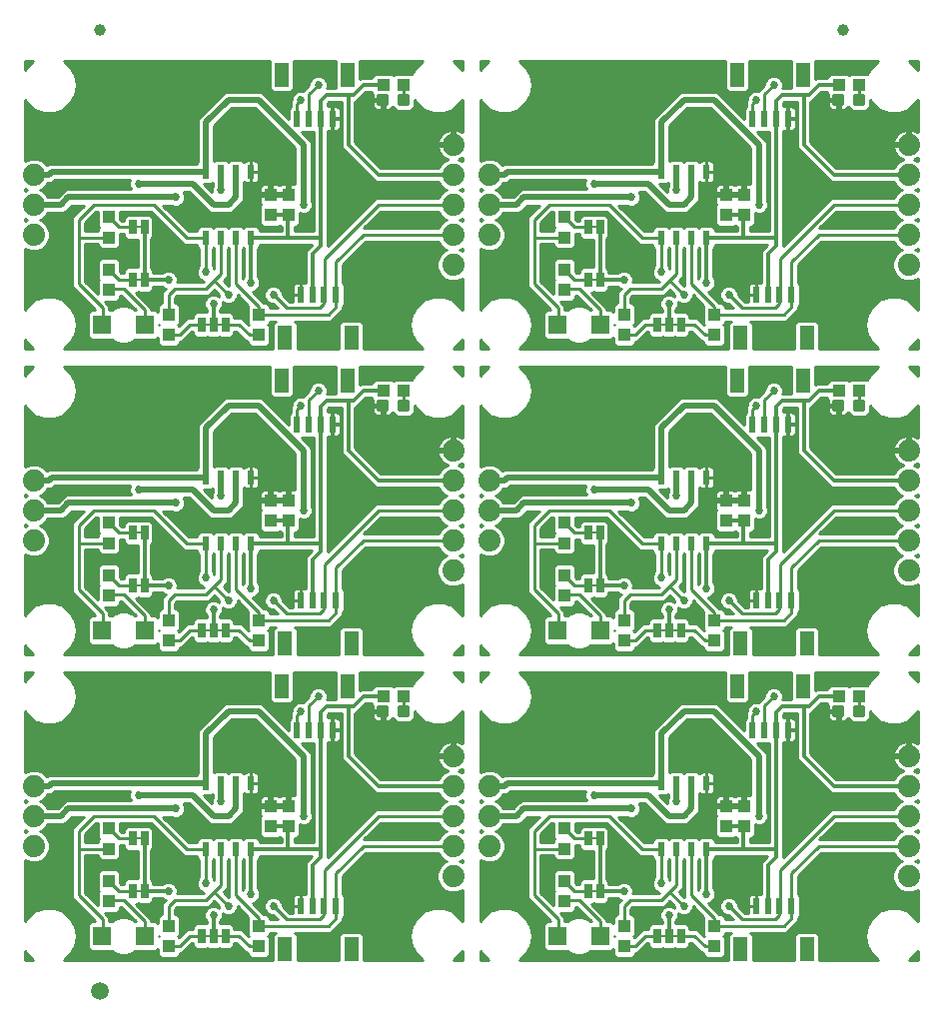
<source format=gtl>
G75*
%MOIN*%
%OFA0B0*%
%FSLAX25Y25*%
%IPPOS*%
%LPD*%
%AMOC8*
5,1,8,0,0,1.08239X$1,22.5*
%
%ADD10R,0.03937X0.04331*%
%ADD11R,0.02500X0.05000*%
%ADD12R,0.01600X0.01000*%
%ADD13R,0.04331X0.03937*%
%ADD14C,0.01181*%
%ADD15R,0.04724X0.07874*%
%ADD16R,0.02362X0.05315*%
%ADD17C,0.07400*%
%ADD18R,0.02362X0.04724*%
%ADD19R,0.05906X0.06299*%
%ADD20C,0.03937*%
%ADD21C,0.05906*%
%ADD22C,0.01000*%
%ADD23C,0.02700*%
%ADD24C,0.01200*%
%ADD25C,0.02000*%
D10*
X0058750Y0050404D03*
X0058750Y0057096D03*
X0058750Y0067904D03*
X0058750Y0074596D03*
X0078750Y0042096D03*
X0078750Y0035404D03*
X0108750Y0035404D03*
X0108750Y0042096D03*
X0112750Y0075404D03*
X0118750Y0075404D03*
X0118750Y0082096D03*
X0112750Y0082096D03*
X0108750Y0137404D03*
X0108750Y0144096D03*
X0078750Y0144096D03*
X0078750Y0137404D03*
X0058750Y0152404D03*
X0058750Y0159096D03*
X0058750Y0169904D03*
X0058750Y0176596D03*
X0112750Y0177404D03*
X0112750Y0184096D03*
X0118750Y0184096D03*
X0118750Y0177404D03*
X0108750Y0239404D03*
X0108750Y0246096D03*
X0078750Y0246096D03*
X0078750Y0239404D03*
X0058750Y0254404D03*
X0058750Y0261096D03*
X0058750Y0271904D03*
X0058750Y0278596D03*
X0112750Y0279404D03*
X0118750Y0279404D03*
X0118750Y0286096D03*
X0112750Y0286096D03*
X0210750Y0278596D03*
X0210750Y0271904D03*
X0210750Y0261096D03*
X0210750Y0254404D03*
X0230750Y0246096D03*
X0230750Y0239404D03*
X0260750Y0239404D03*
X0260750Y0246096D03*
X0264750Y0279404D03*
X0270750Y0279404D03*
X0270750Y0286096D03*
X0264750Y0286096D03*
X0264750Y0184096D03*
X0270750Y0184096D03*
X0270750Y0177404D03*
X0264750Y0177404D03*
X0260750Y0144096D03*
X0260750Y0137404D03*
X0230750Y0137404D03*
X0230750Y0144096D03*
X0210750Y0152404D03*
X0210750Y0159096D03*
X0210750Y0169904D03*
X0210750Y0176596D03*
X0264750Y0082096D03*
X0270750Y0082096D03*
X0270750Y0075404D03*
X0264750Y0075404D03*
X0260750Y0042096D03*
X0260750Y0035404D03*
X0230750Y0035404D03*
X0230750Y0042096D03*
X0210750Y0050404D03*
X0210750Y0057096D03*
X0210750Y0067904D03*
X0210750Y0074596D03*
D11*
X0218750Y0071250D03*
X0222750Y0071250D03*
X0222750Y0053750D03*
X0218750Y0053750D03*
X0241750Y0038750D03*
X0245750Y0038750D03*
X0249750Y0038750D03*
X0249750Y0140750D03*
X0245750Y0140750D03*
X0241750Y0140750D03*
X0222750Y0155750D03*
X0218750Y0155750D03*
X0218750Y0173250D03*
X0222750Y0173250D03*
X0241750Y0242750D03*
X0245750Y0242750D03*
X0249750Y0242750D03*
X0222750Y0257750D03*
X0218750Y0257750D03*
X0218750Y0275250D03*
X0222750Y0275250D03*
X0097750Y0242750D03*
X0093750Y0242750D03*
X0089750Y0242750D03*
X0070750Y0257750D03*
X0066750Y0257750D03*
X0066750Y0275250D03*
X0070750Y0275250D03*
X0070750Y0173250D03*
X0066750Y0173250D03*
X0066750Y0155750D03*
X0070750Y0155750D03*
X0089750Y0140750D03*
X0093750Y0140750D03*
X0097750Y0140750D03*
X0070750Y0071250D03*
X0066750Y0071250D03*
X0066750Y0053750D03*
X0070750Y0053750D03*
X0089750Y0038750D03*
X0093750Y0038750D03*
X0097750Y0038750D03*
D12*
X0095750Y0038750D03*
X0091750Y0038750D03*
X0068750Y0053750D03*
X0068750Y0071250D03*
X0091750Y0140750D03*
X0095750Y0140750D03*
X0068750Y0155750D03*
X0068750Y0173250D03*
X0091750Y0242750D03*
X0095750Y0242750D03*
X0068750Y0257750D03*
X0068750Y0275250D03*
X0220750Y0275250D03*
X0220750Y0257750D03*
X0243750Y0242750D03*
X0247750Y0242750D03*
X0220750Y0173250D03*
X0220750Y0155750D03*
X0243750Y0140750D03*
X0247750Y0140750D03*
X0220750Y0071250D03*
X0220750Y0053750D03*
X0243750Y0038750D03*
X0247750Y0038750D03*
D13*
X0302404Y0118750D03*
X0309096Y0118750D03*
X0309096Y0220750D03*
X0302404Y0220750D03*
X0302404Y0322750D03*
X0309096Y0322750D03*
X0157096Y0322750D03*
X0150404Y0322750D03*
X0150404Y0220750D03*
X0157096Y0220750D03*
X0157096Y0118750D03*
X0150404Y0118750D03*
D14*
X0151675Y0115128D02*
X0151675Y0112372D01*
X0148919Y0112372D01*
X0148919Y0115128D01*
X0151675Y0115128D01*
X0151675Y0113494D02*
X0148919Y0113494D01*
X0148919Y0114616D02*
X0151675Y0114616D01*
X0158581Y0115128D02*
X0158581Y0112372D01*
X0155825Y0112372D01*
X0155825Y0115128D01*
X0158581Y0115128D01*
X0158581Y0113494D02*
X0155825Y0113494D01*
X0155825Y0114616D02*
X0158581Y0114616D01*
X0158581Y0214372D02*
X0158581Y0217128D01*
X0158581Y0214372D02*
X0155825Y0214372D01*
X0155825Y0217128D01*
X0158581Y0217128D01*
X0158581Y0215494D02*
X0155825Y0215494D01*
X0155825Y0216616D02*
X0158581Y0216616D01*
X0151675Y0217128D02*
X0151675Y0214372D01*
X0148919Y0214372D01*
X0148919Y0217128D01*
X0151675Y0217128D01*
X0151675Y0215494D02*
X0148919Y0215494D01*
X0148919Y0216616D02*
X0151675Y0216616D01*
X0151675Y0316372D02*
X0151675Y0319128D01*
X0151675Y0316372D02*
X0148919Y0316372D01*
X0148919Y0319128D01*
X0151675Y0319128D01*
X0151675Y0317494D02*
X0148919Y0317494D01*
X0148919Y0318616D02*
X0151675Y0318616D01*
X0158581Y0319128D02*
X0158581Y0316372D01*
X0155825Y0316372D01*
X0155825Y0319128D01*
X0158581Y0319128D01*
X0158581Y0317494D02*
X0155825Y0317494D01*
X0155825Y0318616D02*
X0158581Y0318616D01*
X0303675Y0319128D02*
X0303675Y0316372D01*
X0300919Y0316372D01*
X0300919Y0319128D01*
X0303675Y0319128D01*
X0303675Y0317494D02*
X0300919Y0317494D01*
X0300919Y0318616D02*
X0303675Y0318616D01*
X0310581Y0319128D02*
X0310581Y0316372D01*
X0307825Y0316372D01*
X0307825Y0319128D01*
X0310581Y0319128D01*
X0310581Y0317494D02*
X0307825Y0317494D01*
X0307825Y0318616D02*
X0310581Y0318616D01*
X0310581Y0217128D02*
X0310581Y0214372D01*
X0307825Y0214372D01*
X0307825Y0217128D01*
X0310581Y0217128D01*
X0310581Y0215494D02*
X0307825Y0215494D01*
X0307825Y0216616D02*
X0310581Y0216616D01*
X0303675Y0217128D02*
X0303675Y0214372D01*
X0300919Y0214372D01*
X0300919Y0217128D01*
X0303675Y0217128D01*
X0303675Y0215494D02*
X0300919Y0215494D01*
X0300919Y0216616D02*
X0303675Y0216616D01*
X0303675Y0115128D02*
X0303675Y0112372D01*
X0300919Y0112372D01*
X0300919Y0115128D01*
X0303675Y0115128D01*
X0303675Y0113494D02*
X0300919Y0113494D01*
X0300919Y0114616D02*
X0303675Y0114616D01*
X0310581Y0115128D02*
X0310581Y0112372D01*
X0307825Y0112372D01*
X0307825Y0115128D01*
X0310581Y0115128D01*
X0310581Y0113494D02*
X0307825Y0113494D01*
X0307825Y0114616D02*
X0310581Y0114616D01*
D15*
X0290593Y0121959D03*
X0291774Y0136281D03*
X0269726Y0136281D03*
X0268545Y0121959D03*
X0269726Y0034281D03*
X0291774Y0034281D03*
X0139774Y0034281D03*
X0117726Y0034281D03*
X0116545Y0121959D03*
X0117726Y0136281D03*
X0138593Y0121959D03*
X0139774Y0136281D03*
X0138593Y0223959D03*
X0139774Y0238281D03*
X0117726Y0238281D03*
X0116545Y0223959D03*
X0116545Y0325959D03*
X0138593Y0325959D03*
X0268545Y0325959D03*
X0290593Y0325959D03*
X0291774Y0238281D03*
X0290593Y0223959D03*
X0269726Y0238281D03*
X0268545Y0223959D03*
D16*
X0273663Y0209490D03*
X0277600Y0209490D03*
X0281537Y0209490D03*
X0285474Y0209490D03*
X0286656Y0252750D03*
X0282719Y0252750D03*
X0278781Y0252750D03*
X0274844Y0252750D03*
X0273663Y0311490D03*
X0277600Y0311490D03*
X0281537Y0311490D03*
X0285474Y0311490D03*
X0134656Y0252750D03*
X0130719Y0252750D03*
X0126781Y0252750D03*
X0122844Y0252750D03*
X0121663Y0209490D03*
X0125600Y0209490D03*
X0129537Y0209490D03*
X0133474Y0209490D03*
X0134656Y0150750D03*
X0130719Y0150750D03*
X0126781Y0150750D03*
X0122844Y0150750D03*
X0121663Y0107490D03*
X0125600Y0107490D03*
X0129537Y0107490D03*
X0133474Y0107490D03*
X0134656Y0048750D03*
X0130719Y0048750D03*
X0126781Y0048750D03*
X0122844Y0048750D03*
X0274844Y0048750D03*
X0278781Y0048750D03*
X0282719Y0048750D03*
X0286656Y0048750D03*
X0285474Y0107490D03*
X0281537Y0107490D03*
X0277600Y0107490D03*
X0273663Y0107490D03*
X0274844Y0150750D03*
X0278781Y0150750D03*
X0282719Y0150750D03*
X0286656Y0150750D03*
X0133474Y0311490D03*
X0129537Y0311490D03*
X0125600Y0311490D03*
X0121663Y0311490D03*
D17*
X0173750Y0302750D03*
X0173750Y0292750D03*
X0173750Y0282750D03*
X0185750Y0282750D03*
X0185750Y0292750D03*
X0185750Y0272750D03*
X0173750Y0272750D03*
X0173750Y0262750D03*
X0173750Y0200750D03*
X0173750Y0190750D03*
X0173750Y0180750D03*
X0185750Y0180750D03*
X0185750Y0190750D03*
X0185750Y0170750D03*
X0173750Y0170750D03*
X0173750Y0160750D03*
X0173750Y0098750D03*
X0173750Y0088750D03*
X0185750Y0088750D03*
X0185750Y0078750D03*
X0185750Y0068750D03*
X0173750Y0068750D03*
X0173750Y0078750D03*
X0173750Y0058750D03*
X0033750Y0068750D03*
X0033750Y0078750D03*
X0033750Y0088750D03*
X0033750Y0170750D03*
X0033750Y0180750D03*
X0033750Y0190750D03*
X0033750Y0272750D03*
X0033750Y0282750D03*
X0033750Y0292750D03*
X0325750Y0292750D03*
X0325750Y0282750D03*
X0325750Y0272750D03*
X0325750Y0262750D03*
X0325750Y0302750D03*
X0325750Y0200750D03*
X0325750Y0190750D03*
X0325750Y0180750D03*
X0325750Y0170750D03*
X0325750Y0160750D03*
X0325750Y0098750D03*
X0325750Y0088750D03*
X0325750Y0078750D03*
X0325750Y0068750D03*
X0325750Y0058750D03*
D18*
X0258250Y0067726D03*
X0253250Y0067726D03*
X0248250Y0067726D03*
X0243250Y0067726D03*
X0243250Y0089774D03*
X0248250Y0089774D03*
X0253250Y0089774D03*
X0258250Y0089774D03*
X0258250Y0169726D03*
X0253250Y0169726D03*
X0248250Y0169726D03*
X0243250Y0169726D03*
X0243250Y0191774D03*
X0248250Y0191774D03*
X0253250Y0191774D03*
X0258250Y0191774D03*
X0258250Y0271726D03*
X0253250Y0271726D03*
X0248250Y0271726D03*
X0243250Y0271726D03*
X0243250Y0293774D03*
X0248250Y0293774D03*
X0253250Y0293774D03*
X0258250Y0293774D03*
X0106250Y0293774D03*
X0101250Y0293774D03*
X0096250Y0293774D03*
X0091250Y0293774D03*
X0091250Y0271726D03*
X0096250Y0271726D03*
X0101250Y0271726D03*
X0106250Y0271726D03*
X0106250Y0191774D03*
X0101250Y0191774D03*
X0096250Y0191774D03*
X0091250Y0191774D03*
X0091250Y0169726D03*
X0096250Y0169726D03*
X0101250Y0169726D03*
X0106250Y0169726D03*
X0106250Y0089774D03*
X0101250Y0089774D03*
X0096250Y0089774D03*
X0091250Y0089774D03*
X0091250Y0067726D03*
X0096250Y0067726D03*
X0101250Y0067726D03*
X0106250Y0067726D03*
D19*
X0070837Y0038750D03*
X0056663Y0038750D03*
X0056663Y0140750D03*
X0070837Y0140750D03*
X0070837Y0242750D03*
X0056663Y0242750D03*
X0208663Y0242750D03*
X0222837Y0242750D03*
X0222837Y0140750D03*
X0208663Y0140750D03*
X0208663Y0038750D03*
X0222837Y0038750D03*
D20*
X0303750Y0341000D03*
X0055750Y0341000D03*
D21*
X0055750Y0020500D03*
D22*
X0033660Y0030750D02*
X0030750Y0030750D01*
X0030750Y0033806D01*
X0031438Y0032615D01*
X0031438Y0032615D01*
X0033660Y0030750D01*
X0032474Y0031746D02*
X0030750Y0031746D01*
X0030750Y0032744D02*
X0031363Y0032744D01*
X0030787Y0033743D02*
X0030750Y0033743D01*
X0030750Y0043694D02*
X0030750Y0064148D01*
X0032676Y0063350D01*
X0034824Y0063350D01*
X0036809Y0064172D01*
X0038328Y0065691D01*
X0039150Y0067676D01*
X0039150Y0069824D01*
X0038328Y0071809D01*
X0036809Y0073328D01*
X0035790Y0073750D01*
X0036809Y0074172D01*
X0038328Y0075691D01*
X0038477Y0076050D01*
X0043387Y0076050D01*
X0044379Y0076461D01*
X0045139Y0077221D01*
X0046468Y0078550D01*
X0050439Y0078550D01*
X0047839Y0075950D01*
X0046550Y0074661D01*
X0046550Y0051339D01*
X0047839Y0050050D01*
X0054289Y0043600D01*
X0053006Y0043600D01*
X0052011Y0042604D01*
X0052011Y0034896D01*
X0053006Y0033900D01*
X0059793Y0033900D01*
X0060222Y0033471D01*
X0062511Y0032522D01*
X0064989Y0032522D01*
X0067278Y0033471D01*
X0067707Y0033900D01*
X0074494Y0033900D01*
X0075081Y0034488D01*
X0075081Y0032534D01*
X0076077Y0031538D01*
X0081423Y0031538D01*
X0082418Y0032534D01*
X0082418Y0033204D01*
X0083315Y0033204D01*
X0084604Y0034492D01*
X0086661Y0036550D01*
X0086800Y0036550D01*
X0086800Y0035546D01*
X0087796Y0034550D01*
X0091704Y0034550D01*
X0091750Y0034596D01*
X0091796Y0034550D01*
X0095704Y0034550D01*
X0095750Y0034596D01*
X0095796Y0034550D01*
X0099704Y0034550D01*
X0100700Y0035546D01*
X0100700Y0036550D01*
X0101339Y0036550D01*
X0104839Y0033050D01*
X0105081Y0033050D01*
X0105081Y0032534D01*
X0106077Y0031538D01*
X0111423Y0031538D01*
X0112418Y0032534D01*
X0112418Y0038273D01*
X0111942Y0038750D01*
X0112418Y0039227D01*
X0112418Y0039896D01*
X0114638Y0039896D01*
X0113664Y0038923D01*
X0113664Y0030750D01*
X0043840Y0030750D01*
X0046062Y0032615D01*
X0047719Y0035485D01*
X0047719Y0035485D01*
X0048295Y0038750D01*
X0047719Y0042015D01*
X0046062Y0044885D01*
X0046062Y0044885D01*
X0043523Y0047016D01*
X0043522Y0047016D01*
X0040407Y0048150D01*
X0037093Y0048150D01*
X0033977Y0047016D01*
X0031438Y0044885D01*
X0030750Y0043694D01*
X0030750Y0043728D02*
X0030770Y0043728D01*
X0030750Y0044726D02*
X0031346Y0044726D01*
X0031438Y0044885D02*
X0031438Y0044885D01*
X0031438Y0044885D01*
X0030750Y0045725D02*
X0032438Y0045725D01*
X0033628Y0046723D02*
X0030750Y0046723D01*
X0030750Y0047722D02*
X0035916Y0047722D01*
X0033977Y0047016D02*
X0033977Y0047016D01*
X0030750Y0048720D02*
X0049168Y0048720D01*
X0048170Y0049719D02*
X0030750Y0049719D01*
X0030750Y0050717D02*
X0047171Y0050717D01*
X0046550Y0051716D02*
X0030750Y0051716D01*
X0030750Y0052714D02*
X0046550Y0052714D01*
X0046550Y0053713D02*
X0030750Y0053713D01*
X0030750Y0054711D02*
X0046550Y0054711D01*
X0046550Y0055710D02*
X0030750Y0055710D01*
X0030750Y0056708D02*
X0046550Y0056708D01*
X0046550Y0057707D02*
X0030750Y0057707D01*
X0030750Y0058705D02*
X0046550Y0058705D01*
X0046550Y0059704D02*
X0030750Y0059704D01*
X0030750Y0060702D02*
X0046550Y0060702D01*
X0046550Y0061701D02*
X0030750Y0061701D01*
X0030750Y0062699D02*
X0046550Y0062699D01*
X0046550Y0063698D02*
X0035664Y0063698D01*
X0037333Y0064696D02*
X0046550Y0064696D01*
X0046550Y0065695D02*
X0038329Y0065695D01*
X0038743Y0066693D02*
X0046550Y0066693D01*
X0046550Y0067692D02*
X0039150Y0067692D01*
X0039150Y0068690D02*
X0046550Y0068690D01*
X0046550Y0069689D02*
X0039150Y0069689D01*
X0038792Y0070687D02*
X0046550Y0070687D01*
X0046550Y0071686D02*
X0038379Y0071686D01*
X0037452Y0072684D02*
X0046550Y0072684D01*
X0046550Y0073683D02*
X0035952Y0073683D01*
X0037318Y0074682D02*
X0046570Y0074682D01*
X0047569Y0075680D02*
X0038317Y0075680D01*
X0031710Y0073750D02*
X0030750Y0073352D01*
X0030750Y0074148D01*
X0031710Y0073750D01*
X0031548Y0073683D02*
X0030750Y0073683D01*
X0030750Y0083352D02*
X0030750Y0084148D01*
X0031710Y0083750D01*
X0030750Y0083352D01*
X0030750Y0083668D02*
X0031513Y0083668D01*
X0035790Y0083750D02*
X0036809Y0084172D01*
X0038328Y0085691D01*
X0038477Y0086050D01*
X0039287Y0086050D01*
X0040279Y0086461D01*
X0040892Y0087074D01*
X0065997Y0087074D01*
X0065700Y0086357D01*
X0065700Y0085143D01*
X0066164Y0084022D01*
X0066237Y0083950D01*
X0045887Y0083950D01*
X0044813Y0083950D01*
X0043821Y0083539D01*
X0041732Y0081450D01*
X0038477Y0081450D01*
X0038328Y0081809D01*
X0036809Y0083328D01*
X0035790Y0083750D01*
X0035987Y0083668D02*
X0044132Y0083668D01*
X0042951Y0082670D02*
X0037467Y0082670D01*
X0038385Y0081671D02*
X0041953Y0081671D01*
X0040482Y0086664D02*
X0065827Y0086664D01*
X0065700Y0085665D02*
X0038302Y0085665D01*
X0037303Y0084667D02*
X0065897Y0084667D01*
X0062418Y0076550D02*
X0072839Y0076550D01*
X0082574Y0066815D01*
X0083862Y0065526D01*
X0088369Y0065526D01*
X0088369Y0064660D01*
X0089050Y0063979D01*
X0089050Y0058363D01*
X0088664Y0057978D01*
X0088200Y0056857D01*
X0088200Y0055643D01*
X0088664Y0054522D01*
X0089522Y0053664D01*
X0090605Y0053216D01*
X0090339Y0052950D01*
X0081720Y0052950D01*
X0081800Y0053143D01*
X0081800Y0054357D01*
X0081336Y0055478D01*
X0080478Y0056336D01*
X0079357Y0056800D01*
X0078143Y0056800D01*
X0077022Y0056336D01*
X0076737Y0056050D01*
X0073700Y0056050D01*
X0073700Y0056954D01*
X0073050Y0057604D01*
X0073050Y0067396D01*
X0073700Y0068046D01*
X0073700Y0074454D01*
X0072704Y0075450D01*
X0068796Y0075450D01*
X0068750Y0075404D01*
X0068704Y0075450D01*
X0064796Y0075450D01*
X0063800Y0074454D01*
X0063800Y0073450D01*
X0063008Y0073450D01*
X0062418Y0074039D01*
X0062418Y0076550D01*
X0062418Y0075680D02*
X0073709Y0075680D01*
X0073473Y0074682D02*
X0074707Y0074682D01*
X0075706Y0073683D02*
X0073700Y0073683D01*
X0073700Y0072684D02*
X0076704Y0072684D01*
X0077703Y0071686D02*
X0073700Y0071686D01*
X0073700Y0070687D02*
X0078701Y0070687D01*
X0079700Y0069689D02*
X0073700Y0069689D01*
X0073700Y0068690D02*
X0080698Y0068690D01*
X0081697Y0067692D02*
X0073346Y0067692D01*
X0073050Y0066693D02*
X0082695Y0066693D01*
X0083694Y0065695D02*
X0073050Y0065695D01*
X0073050Y0064696D02*
X0088369Y0064696D01*
X0089050Y0063698D02*
X0073050Y0063698D01*
X0073050Y0062699D02*
X0089050Y0062699D01*
X0089050Y0061701D02*
X0073050Y0061701D01*
X0073050Y0060702D02*
X0089050Y0060702D01*
X0089050Y0059704D02*
X0073050Y0059704D01*
X0073050Y0058705D02*
X0089050Y0058705D01*
X0088552Y0057707D02*
X0073050Y0057707D01*
X0073700Y0056708D02*
X0077922Y0056708D01*
X0079578Y0056708D02*
X0088200Y0056708D01*
X0088200Y0055710D02*
X0081104Y0055710D01*
X0081653Y0054711D02*
X0088586Y0054711D01*
X0089474Y0053713D02*
X0081800Y0053713D01*
X0080750Y0050750D02*
X0091250Y0050750D01*
X0094000Y0053500D01*
X0098750Y0048750D01*
X0098811Y0051800D02*
X0099050Y0051800D01*
X0099050Y0063979D01*
X0098750Y0064279D01*
X0098450Y0063979D01*
X0098450Y0054839D01*
X0097161Y0053550D01*
X0097111Y0053500D01*
X0098811Y0051800D01*
X0099050Y0052714D02*
X0097897Y0052714D01*
X0097324Y0053713D02*
X0099050Y0053713D01*
X0099050Y0054711D02*
X0098323Y0054711D01*
X0098450Y0055710D02*
X0099050Y0055710D01*
X0099050Y0056708D02*
X0098450Y0056708D01*
X0098450Y0057707D02*
X0099050Y0057707D01*
X0099050Y0058705D02*
X0098450Y0058705D01*
X0098450Y0059704D02*
X0099050Y0059704D01*
X0099050Y0060702D02*
X0098450Y0060702D01*
X0098450Y0061701D02*
X0099050Y0061701D01*
X0099050Y0062699D02*
X0098450Y0062699D01*
X0098450Y0063698D02*
X0099050Y0063698D01*
X0103450Y0063698D02*
X0103950Y0063698D01*
X0103950Y0064079D02*
X0103950Y0054763D01*
X0103664Y0054478D01*
X0103450Y0053960D01*
X0103450Y0063979D01*
X0103750Y0064279D01*
X0103950Y0064079D01*
X0103950Y0062699D02*
X0103450Y0062699D01*
X0103450Y0061701D02*
X0103950Y0061701D01*
X0103950Y0060702D02*
X0103450Y0060702D01*
X0103450Y0059704D02*
X0103950Y0059704D01*
X0103950Y0058705D02*
X0103450Y0058705D01*
X0103450Y0057707D02*
X0103950Y0057707D01*
X0103950Y0056708D02*
X0103450Y0056708D01*
X0103450Y0055710D02*
X0103950Y0055710D01*
X0103898Y0054711D02*
X0103450Y0054711D01*
X0101250Y0052250D02*
X0108750Y0044750D01*
X0108750Y0042096D01*
X0132096Y0042096D01*
X0134656Y0044656D01*
X0134656Y0048750D01*
X0134656Y0059656D01*
X0143750Y0068750D01*
X0173750Y0068750D01*
X0171710Y0073750D02*
X0170691Y0073328D01*
X0169172Y0071809D01*
X0168816Y0070950D01*
X0144061Y0070950D01*
X0149661Y0076550D01*
X0168816Y0076550D01*
X0169172Y0075691D01*
X0170691Y0074172D01*
X0171710Y0073750D01*
X0171548Y0073683D02*
X0146794Y0073683D01*
X0145796Y0072684D02*
X0170048Y0072684D01*
X0169121Y0071686D02*
X0144797Y0071686D01*
X0147793Y0074682D02*
X0170182Y0074682D01*
X0169183Y0075680D02*
X0148791Y0075680D01*
X0148750Y0078750D02*
X0130750Y0060750D01*
X0130750Y0048781D01*
X0130719Y0048750D01*
X0130719Y0045719D01*
X0129250Y0044250D01*
X0118250Y0044250D01*
X0113750Y0048750D01*
X0110700Y0048720D02*
X0107891Y0048720D01*
X0106902Y0049719D02*
X0110850Y0049719D01*
X0110700Y0049357D02*
X0110700Y0048143D01*
X0111164Y0047022D01*
X0112022Y0046164D01*
X0113143Y0045700D01*
X0113689Y0045700D01*
X0115092Y0044296D01*
X0112418Y0044296D01*
X0112418Y0044966D01*
X0111423Y0045962D01*
X0110649Y0045962D01*
X0109661Y0046950D01*
X0106895Y0049716D01*
X0107978Y0050164D01*
X0108836Y0051022D01*
X0109300Y0052143D01*
X0109300Y0053357D01*
X0108836Y0054478D01*
X0108550Y0054763D01*
X0108550Y0064079D01*
X0109131Y0064660D01*
X0109131Y0065426D01*
X0126674Y0065426D01*
X0125829Y0064581D01*
X0124481Y0063234D01*
X0124481Y0052838D01*
X0124223Y0052907D01*
X0122935Y0052907D01*
X0122935Y0048841D01*
X0122754Y0048841D01*
X0122754Y0052907D01*
X0121466Y0052907D01*
X0121084Y0052805D01*
X0120742Y0052608D01*
X0120463Y0052328D01*
X0120266Y0051986D01*
X0120163Y0051605D01*
X0120163Y0048841D01*
X0122754Y0048841D01*
X0122754Y0048659D01*
X0120163Y0048659D01*
X0120163Y0046450D01*
X0119161Y0046450D01*
X0116800Y0048811D01*
X0116800Y0049357D01*
X0116336Y0050478D01*
X0115478Y0051336D01*
X0114357Y0051800D01*
X0113143Y0051800D01*
X0112022Y0051336D01*
X0111164Y0050478D01*
X0110700Y0049357D01*
X0111404Y0050717D02*
X0108531Y0050717D01*
X0109123Y0051716D02*
X0112940Y0051716D01*
X0114560Y0051716D02*
X0120193Y0051716D01*
X0120163Y0050717D02*
X0116096Y0050717D01*
X0116650Y0049719D02*
X0120163Y0049719D01*
X0120163Y0047722D02*
X0117890Y0047722D01*
X0118888Y0046723D02*
X0120163Y0046723D01*
X0122754Y0048720D02*
X0116891Y0048720D01*
X0114663Y0044726D02*
X0112418Y0044726D01*
X0113084Y0045725D02*
X0111660Y0045725D01*
X0111463Y0046723D02*
X0109888Y0046723D01*
X0110875Y0047722D02*
X0108890Y0047722D01*
X0105252Y0045137D02*
X0105081Y0044966D01*
X0105081Y0039227D01*
X0105558Y0038750D01*
X0105460Y0038651D01*
X0103161Y0040950D01*
X0101339Y0040950D01*
X0100700Y0040950D01*
X0100700Y0041954D01*
X0099704Y0042950D01*
X0096050Y0042950D01*
X0096050Y0043737D01*
X0096336Y0044022D01*
X0096800Y0045143D01*
X0096800Y0046357D01*
X0096779Y0046408D01*
X0097022Y0046164D01*
X0098143Y0045700D01*
X0099357Y0045700D01*
X0100478Y0046164D01*
X0101336Y0047022D01*
X0101800Y0048143D01*
X0101800Y0048589D01*
X0105252Y0045137D01*
X0105081Y0044726D02*
X0096627Y0044726D01*
X0096800Y0045725D02*
X0098084Y0045725D01*
X0099416Y0045725D02*
X0104664Y0045725D01*
X0103666Y0046723D02*
X0101037Y0046723D01*
X0101625Y0047722D02*
X0102667Y0047722D01*
X0105081Y0043728D02*
X0096050Y0043728D01*
X0099925Y0042729D02*
X0105081Y0042729D01*
X0105081Y0041731D02*
X0100700Y0041731D01*
X0103379Y0040732D02*
X0105081Y0040732D01*
X0105081Y0039734D02*
X0104378Y0039734D01*
X0105376Y0038735D02*
X0105544Y0038735D01*
X0102250Y0038750D02*
X0105750Y0035250D01*
X0108596Y0035250D01*
X0108750Y0035404D01*
X0112418Y0035740D02*
X0113664Y0035740D01*
X0113664Y0036738D02*
X0112418Y0036738D01*
X0112418Y0037737D02*
X0113664Y0037737D01*
X0113664Y0038735D02*
X0111956Y0038735D01*
X0112418Y0039734D02*
X0114475Y0039734D01*
X0113664Y0034741D02*
X0112418Y0034741D01*
X0112418Y0033743D02*
X0113664Y0033743D01*
X0113664Y0032744D02*
X0112418Y0032744D01*
X0111630Y0031746D02*
X0113664Y0031746D01*
X0105870Y0031746D02*
X0081630Y0031746D01*
X0082418Y0032744D02*
X0105081Y0032744D01*
X0104146Y0033743D02*
X0083854Y0033743D01*
X0084852Y0034741D02*
X0087605Y0034741D01*
X0086800Y0035740D02*
X0085851Y0035740D01*
X0085750Y0038750D02*
X0082404Y0035404D01*
X0078750Y0035404D01*
X0075081Y0033743D02*
X0067550Y0033743D01*
X0065524Y0032744D02*
X0075081Y0032744D01*
X0075870Y0031746D02*
X0045026Y0031746D01*
X0046137Y0032744D02*
X0061976Y0032744D01*
X0059950Y0033743D02*
X0046713Y0033743D01*
X0047290Y0034741D02*
X0052166Y0034741D01*
X0052011Y0035740D02*
X0047764Y0035740D01*
X0047940Y0036738D02*
X0052011Y0036738D01*
X0052011Y0037737D02*
X0048116Y0037737D01*
X0048292Y0038735D02*
X0052011Y0038735D01*
X0052011Y0039734D02*
X0048122Y0039734D01*
X0047945Y0040732D02*
X0052011Y0040732D01*
X0052011Y0041731D02*
X0047769Y0041731D01*
X0047719Y0042015D02*
X0047719Y0042015D01*
X0047307Y0042729D02*
X0052136Y0042729D01*
X0053163Y0044726D02*
X0046154Y0044726D01*
X0046730Y0043728D02*
X0054161Y0043728D01*
X0056750Y0044250D02*
X0056750Y0038837D01*
X0056663Y0038750D01*
X0058950Y0043600D02*
X0058950Y0045161D01*
X0057661Y0046450D01*
X0057573Y0046538D01*
X0061423Y0046538D01*
X0062418Y0047534D01*
X0062418Y0048550D01*
X0062839Y0048550D01*
X0067789Y0043600D01*
X0067707Y0043600D01*
X0067278Y0044029D01*
X0064989Y0044978D01*
X0062511Y0044978D01*
X0060222Y0044029D01*
X0059793Y0043600D01*
X0058950Y0043600D01*
X0058950Y0043728D02*
X0059921Y0043728D01*
X0058950Y0044726D02*
X0061904Y0044726D01*
X0061608Y0046723D02*
X0064666Y0046723D01*
X0065664Y0045725D02*
X0058387Y0045725D01*
X0056750Y0044250D02*
X0048750Y0052250D01*
X0048750Y0067904D01*
X0048750Y0073750D01*
X0053750Y0078750D01*
X0073750Y0078750D01*
X0084774Y0067726D01*
X0091250Y0067726D01*
X0091250Y0056250D01*
X0094050Y0057460D02*
X0093836Y0057978D01*
X0093450Y0058363D01*
X0093450Y0063979D01*
X0093750Y0064279D01*
X0094050Y0063979D01*
X0094050Y0057460D01*
X0094050Y0057707D02*
X0093948Y0057707D01*
X0094050Y0058705D02*
X0093450Y0058705D01*
X0093450Y0059704D02*
X0094050Y0059704D01*
X0094050Y0060702D02*
X0093450Y0060702D01*
X0093450Y0061701D02*
X0094050Y0061701D01*
X0094050Y0062699D02*
X0093450Y0062699D01*
X0093450Y0063698D02*
X0094050Y0063698D01*
X0096250Y0067726D02*
X0096250Y0055750D01*
X0094000Y0053500D01*
X0094000Y0050389D02*
X0095700Y0048689D01*
X0095700Y0048143D01*
X0095721Y0048092D01*
X0095478Y0048336D01*
X0094357Y0048800D01*
X0093143Y0048800D01*
X0092022Y0048336D01*
X0091164Y0047478D01*
X0090700Y0046357D01*
X0090700Y0045143D01*
X0091164Y0044022D01*
X0091450Y0043737D01*
X0091450Y0042950D01*
X0087796Y0042950D01*
X0086800Y0041954D01*
X0086800Y0040950D01*
X0084839Y0040950D01*
X0082290Y0038401D01*
X0081942Y0038750D01*
X0082418Y0039227D01*
X0082418Y0044966D01*
X0081423Y0045962D01*
X0080950Y0045962D01*
X0080950Y0047839D01*
X0081661Y0048550D01*
X0092161Y0048550D01*
X0094000Y0050389D01*
X0093330Y0049719D02*
X0094670Y0049719D01*
X0094549Y0048720D02*
X0095668Y0048720D01*
X0092951Y0048720D02*
X0092331Y0048720D01*
X0091408Y0047722D02*
X0080950Y0047722D01*
X0080950Y0046723D02*
X0090852Y0046723D01*
X0090700Y0045725D02*
X0081660Y0045725D01*
X0082418Y0044726D02*
X0090873Y0044726D01*
X0091450Y0043728D02*
X0082418Y0043728D01*
X0082418Y0042729D02*
X0087575Y0042729D01*
X0086800Y0041731D02*
X0082418Y0041731D01*
X0082418Y0040732D02*
X0084621Y0040732D01*
X0083622Y0039734D02*
X0082418Y0039734D01*
X0082624Y0038735D02*
X0081956Y0038735D01*
X0085750Y0038750D02*
X0089750Y0038750D01*
X0097750Y0038750D02*
X0102250Y0038750D01*
X0102149Y0035740D02*
X0100700Y0035740D01*
X0099895Y0034741D02*
X0103148Y0034741D01*
X0120815Y0039896D02*
X0133008Y0039896D01*
X0136855Y0043744D01*
X0136855Y0044707D01*
X0137537Y0045388D01*
X0137537Y0052112D01*
X0136855Y0052793D01*
X0136855Y0058744D01*
X0144661Y0066550D01*
X0168816Y0066550D01*
X0169172Y0065691D01*
X0170691Y0064172D01*
X0171710Y0063750D01*
X0170691Y0063328D01*
X0169172Y0061809D01*
X0168350Y0059824D01*
X0168350Y0057676D01*
X0169172Y0055691D01*
X0170691Y0054172D01*
X0172676Y0053350D01*
X0174824Y0053350D01*
X0176750Y0054148D01*
X0176750Y0043694D01*
X0176062Y0044885D01*
X0176062Y0044885D01*
X0173523Y0047016D01*
X0173522Y0047016D01*
X0170407Y0048150D01*
X0167093Y0048150D01*
X0163977Y0047016D01*
X0161438Y0044885D01*
X0159781Y0042015D01*
X0159205Y0038750D01*
X0159205Y0038750D01*
X0159781Y0035485D01*
X0161438Y0032615D01*
X0161438Y0032615D01*
X0163660Y0030750D01*
X0143836Y0030750D01*
X0143836Y0038923D01*
X0142840Y0039918D01*
X0136707Y0039918D01*
X0135711Y0038923D01*
X0135711Y0030750D01*
X0121789Y0030750D01*
X0121789Y0038923D01*
X0120815Y0039896D01*
X0120978Y0039734D02*
X0136522Y0039734D01*
X0135711Y0038735D02*
X0121789Y0038735D01*
X0121789Y0037737D02*
X0135711Y0037737D01*
X0135711Y0036738D02*
X0121789Y0036738D01*
X0121789Y0035740D02*
X0135711Y0035740D01*
X0135711Y0034741D02*
X0121789Y0034741D01*
X0121789Y0033743D02*
X0135711Y0033743D01*
X0135711Y0032744D02*
X0121789Y0032744D01*
X0121789Y0031746D02*
X0135711Y0031746D01*
X0143836Y0031746D02*
X0162474Y0031746D01*
X0161363Y0032744D02*
X0143836Y0032744D01*
X0143836Y0033743D02*
X0160787Y0033743D01*
X0160210Y0034741D02*
X0143836Y0034741D01*
X0143836Y0035740D02*
X0159736Y0035740D01*
X0159781Y0035485D02*
X0159781Y0035485D01*
X0159560Y0036738D02*
X0143836Y0036738D01*
X0143836Y0037737D02*
X0159384Y0037737D01*
X0159208Y0038735D02*
X0143836Y0038735D01*
X0143025Y0039734D02*
X0159378Y0039734D01*
X0159555Y0040732D02*
X0133843Y0040732D01*
X0134842Y0041731D02*
X0159731Y0041731D01*
X0159781Y0042015D02*
X0159781Y0042015D01*
X0160193Y0042729D02*
X0135840Y0042729D01*
X0136839Y0043728D02*
X0160770Y0043728D01*
X0161346Y0044726D02*
X0136874Y0044726D01*
X0137537Y0045725D02*
X0162438Y0045725D01*
X0161438Y0044885D02*
X0161438Y0044885D01*
X0161438Y0044885D01*
X0163628Y0046723D02*
X0137537Y0046723D01*
X0137537Y0047722D02*
X0165916Y0047722D01*
X0163977Y0047016D02*
X0163977Y0047016D01*
X0171584Y0047722D02*
X0176750Y0047722D01*
X0176750Y0048720D02*
X0137537Y0048720D01*
X0137537Y0049719D02*
X0176750Y0049719D01*
X0176750Y0050717D02*
X0137537Y0050717D01*
X0137537Y0051716D02*
X0176750Y0051716D01*
X0176750Y0052714D02*
X0136934Y0052714D01*
X0136855Y0053713D02*
X0171800Y0053713D01*
X0170152Y0054711D02*
X0136855Y0054711D01*
X0136855Y0055710D02*
X0169164Y0055710D01*
X0168751Y0056708D02*
X0136855Y0056708D01*
X0136855Y0057707D02*
X0168350Y0057707D01*
X0168350Y0058705D02*
X0136855Y0058705D01*
X0137815Y0059704D02*
X0168350Y0059704D01*
X0168714Y0060702D02*
X0138814Y0060702D01*
X0139812Y0061701D02*
X0169127Y0061701D01*
X0170063Y0062699D02*
X0140811Y0062699D01*
X0141809Y0063698D02*
X0171584Y0063698D01*
X0170167Y0064696D02*
X0142808Y0064696D01*
X0143806Y0065695D02*
X0169171Y0065695D01*
X0175790Y0063750D02*
X0176750Y0064148D01*
X0176750Y0063352D01*
X0175790Y0063750D01*
X0175916Y0063698D02*
X0176750Y0063698D01*
X0182750Y0063698D02*
X0183836Y0063698D01*
X0184676Y0063350D02*
X0186824Y0063350D01*
X0188809Y0064172D01*
X0190328Y0065691D01*
X0191150Y0067676D01*
X0191150Y0069824D01*
X0190328Y0071809D01*
X0188809Y0073328D01*
X0187790Y0073750D01*
X0188809Y0074172D01*
X0190328Y0075691D01*
X0190477Y0076050D01*
X0195387Y0076050D01*
X0196379Y0076461D01*
X0197139Y0077221D01*
X0198468Y0078550D01*
X0202439Y0078550D01*
X0199839Y0075950D01*
X0198550Y0074661D01*
X0198550Y0051339D01*
X0199839Y0050050D01*
X0206289Y0043600D01*
X0205006Y0043600D01*
X0204011Y0042604D01*
X0204011Y0034896D01*
X0205006Y0033900D01*
X0211793Y0033900D01*
X0212222Y0033471D01*
X0214511Y0032522D01*
X0216989Y0032522D01*
X0219278Y0033471D01*
X0219707Y0033900D01*
X0226494Y0033900D01*
X0227081Y0034488D01*
X0227081Y0032534D01*
X0228077Y0031538D01*
X0233423Y0031538D01*
X0234418Y0032534D01*
X0234418Y0033204D01*
X0235315Y0033204D01*
X0236604Y0034492D01*
X0238661Y0036550D01*
X0238800Y0036550D01*
X0238800Y0035546D01*
X0239796Y0034550D01*
X0243704Y0034550D01*
X0243750Y0034596D01*
X0243796Y0034550D01*
X0247704Y0034550D01*
X0247750Y0034596D01*
X0247796Y0034550D01*
X0251704Y0034550D01*
X0252700Y0035546D01*
X0252700Y0036550D01*
X0253339Y0036550D01*
X0256839Y0033050D01*
X0257081Y0033050D01*
X0257081Y0032534D01*
X0258077Y0031538D01*
X0263423Y0031538D01*
X0264418Y0032534D01*
X0264418Y0038273D01*
X0263942Y0038750D01*
X0264418Y0039227D01*
X0264418Y0039896D01*
X0266638Y0039896D01*
X0265664Y0038923D01*
X0265664Y0030750D01*
X0195840Y0030750D01*
X0198062Y0032615D01*
X0199719Y0035485D01*
X0199719Y0035485D01*
X0200295Y0038750D01*
X0199719Y0042015D01*
X0198062Y0044885D01*
X0198062Y0044885D01*
X0195523Y0047016D01*
X0195522Y0047016D01*
X0192407Y0048150D01*
X0189093Y0048150D01*
X0185977Y0047016D01*
X0183438Y0044885D01*
X0182750Y0043694D01*
X0182750Y0064148D01*
X0184676Y0063350D01*
X0182750Y0062699D02*
X0198550Y0062699D01*
X0198550Y0061701D02*
X0182750Y0061701D01*
X0182750Y0060702D02*
X0198550Y0060702D01*
X0198550Y0059704D02*
X0182750Y0059704D01*
X0182750Y0058705D02*
X0198550Y0058705D01*
X0198550Y0057707D02*
X0182750Y0057707D01*
X0182750Y0056708D02*
X0198550Y0056708D01*
X0198550Y0055710D02*
X0182750Y0055710D01*
X0182750Y0054711D02*
X0198550Y0054711D01*
X0198550Y0053713D02*
X0182750Y0053713D01*
X0182750Y0052714D02*
X0198550Y0052714D01*
X0198550Y0051716D02*
X0182750Y0051716D01*
X0182750Y0050717D02*
X0199171Y0050717D01*
X0200170Y0049719D02*
X0182750Y0049719D01*
X0182750Y0048720D02*
X0201168Y0048720D01*
X0202167Y0047722D02*
X0193584Y0047722D01*
X0195872Y0046723D02*
X0203166Y0046723D01*
X0204164Y0045725D02*
X0197062Y0045725D01*
X0198154Y0044726D02*
X0205163Y0044726D01*
X0206161Y0043728D02*
X0198730Y0043728D01*
X0199307Y0042729D02*
X0204136Y0042729D01*
X0204011Y0041731D02*
X0199769Y0041731D01*
X0199719Y0042015D02*
X0199719Y0042015D01*
X0199945Y0040732D02*
X0204011Y0040732D01*
X0204011Y0039734D02*
X0200122Y0039734D01*
X0200295Y0038750D02*
X0200295Y0038750D01*
X0200292Y0038735D02*
X0204011Y0038735D01*
X0204011Y0037737D02*
X0200116Y0037737D01*
X0199940Y0036738D02*
X0204011Y0036738D01*
X0204011Y0035740D02*
X0199764Y0035740D01*
X0199290Y0034741D02*
X0204166Y0034741D01*
X0198713Y0033743D02*
X0211950Y0033743D01*
X0213976Y0032744D02*
X0198137Y0032744D01*
X0198062Y0032615D02*
X0198062Y0032615D01*
X0198062Y0032615D01*
X0197026Y0031746D02*
X0227870Y0031746D01*
X0227081Y0032744D02*
X0217524Y0032744D01*
X0219550Y0033743D02*
X0227081Y0033743D01*
X0230750Y0035404D02*
X0234404Y0035404D01*
X0237750Y0038750D01*
X0241750Y0038750D01*
X0238800Y0040950D02*
X0236839Y0040950D01*
X0234290Y0038401D01*
X0233942Y0038750D01*
X0234418Y0039227D01*
X0234418Y0044966D01*
X0233423Y0045962D01*
X0232950Y0045962D01*
X0232950Y0047839D01*
X0233661Y0048550D01*
X0244161Y0048550D01*
X0246000Y0050389D01*
X0247700Y0048689D01*
X0247700Y0048143D01*
X0247721Y0048092D01*
X0247478Y0048336D01*
X0246357Y0048800D01*
X0245143Y0048800D01*
X0244022Y0048336D01*
X0243164Y0047478D01*
X0242700Y0046357D01*
X0242700Y0045143D01*
X0243164Y0044022D01*
X0243450Y0043737D01*
X0243450Y0042950D01*
X0239796Y0042950D01*
X0238800Y0041954D01*
X0238800Y0040950D01*
X0238800Y0041731D02*
X0234418Y0041731D01*
X0234418Y0042729D02*
X0239575Y0042729D01*
X0236621Y0040732D02*
X0234418Y0040732D01*
X0234418Y0039734D02*
X0235622Y0039734D01*
X0234624Y0038735D02*
X0233956Y0038735D01*
X0230750Y0042096D02*
X0230750Y0048750D01*
X0232750Y0050750D01*
X0243250Y0050750D01*
X0246000Y0053500D01*
X0250750Y0048750D01*
X0250811Y0051800D02*
X0251050Y0051800D01*
X0251050Y0063979D01*
X0250750Y0064279D01*
X0250450Y0063979D01*
X0250450Y0054839D01*
X0249161Y0053550D01*
X0249111Y0053500D01*
X0250811Y0051800D01*
X0251050Y0052714D02*
X0249897Y0052714D01*
X0249324Y0053713D02*
X0251050Y0053713D01*
X0251050Y0054711D02*
X0250323Y0054711D01*
X0250450Y0055710D02*
X0251050Y0055710D01*
X0251050Y0056708D02*
X0250450Y0056708D01*
X0250450Y0057707D02*
X0251050Y0057707D01*
X0251050Y0058705D02*
X0250450Y0058705D01*
X0250450Y0059704D02*
X0251050Y0059704D01*
X0251050Y0060702D02*
X0250450Y0060702D01*
X0250450Y0061701D02*
X0251050Y0061701D01*
X0251050Y0062699D02*
X0250450Y0062699D01*
X0250450Y0063698D02*
X0251050Y0063698D01*
X0255450Y0063698D02*
X0255950Y0063698D01*
X0255950Y0064079D02*
X0255950Y0054763D01*
X0255664Y0054478D01*
X0255450Y0053960D01*
X0255450Y0063979D01*
X0255750Y0064279D01*
X0255950Y0064079D01*
X0255950Y0062699D02*
X0255450Y0062699D01*
X0255450Y0061701D02*
X0255950Y0061701D01*
X0255950Y0060702D02*
X0255450Y0060702D01*
X0255450Y0059704D02*
X0255950Y0059704D01*
X0255950Y0058705D02*
X0255450Y0058705D01*
X0255450Y0057707D02*
X0255950Y0057707D01*
X0255950Y0056708D02*
X0255450Y0056708D01*
X0255450Y0055710D02*
X0255950Y0055710D01*
X0255898Y0054711D02*
X0255450Y0054711D01*
X0253250Y0052250D02*
X0260750Y0044750D01*
X0260750Y0042096D01*
X0284096Y0042096D01*
X0286656Y0044656D01*
X0286656Y0048750D01*
X0286656Y0059656D01*
X0295750Y0068750D01*
X0325750Y0068750D01*
X0323710Y0073750D02*
X0322691Y0073328D01*
X0321172Y0071809D01*
X0320816Y0070950D01*
X0296061Y0070950D01*
X0301661Y0076550D01*
X0320816Y0076550D01*
X0321172Y0075691D01*
X0322691Y0074172D01*
X0323710Y0073750D01*
X0323548Y0073683D02*
X0298794Y0073683D01*
X0297796Y0072684D02*
X0322048Y0072684D01*
X0321121Y0071686D02*
X0296797Y0071686D01*
X0299793Y0074682D02*
X0322182Y0074682D01*
X0321183Y0075680D02*
X0300791Y0075680D01*
X0300750Y0078750D02*
X0282750Y0060750D01*
X0282750Y0048781D01*
X0282719Y0048750D01*
X0282719Y0045719D01*
X0281250Y0044250D01*
X0270250Y0044250D01*
X0265750Y0048750D01*
X0262700Y0048720D02*
X0259891Y0048720D01*
X0258902Y0049719D02*
X0262850Y0049719D01*
X0262700Y0049357D02*
X0262700Y0048143D01*
X0263164Y0047022D01*
X0264022Y0046164D01*
X0265143Y0045700D01*
X0265689Y0045700D01*
X0267092Y0044296D01*
X0264418Y0044296D01*
X0264418Y0044966D01*
X0263423Y0045962D01*
X0262649Y0045962D01*
X0261661Y0046950D01*
X0258895Y0049716D01*
X0259978Y0050164D01*
X0260836Y0051022D01*
X0261300Y0052143D01*
X0261300Y0053357D01*
X0260836Y0054478D01*
X0260550Y0054763D01*
X0260550Y0064079D01*
X0261131Y0064660D01*
X0261131Y0065426D01*
X0278674Y0065426D01*
X0277829Y0064581D01*
X0276481Y0063234D01*
X0276481Y0052838D01*
X0276223Y0052907D01*
X0274935Y0052907D01*
X0274935Y0048841D01*
X0274754Y0048841D01*
X0274754Y0052907D01*
X0273466Y0052907D01*
X0273084Y0052805D01*
X0272742Y0052608D01*
X0272463Y0052328D01*
X0272266Y0051986D01*
X0272163Y0051605D01*
X0272163Y0048841D01*
X0274754Y0048841D01*
X0274754Y0048659D01*
X0272163Y0048659D01*
X0272163Y0046450D01*
X0271161Y0046450D01*
X0268800Y0048811D01*
X0268800Y0049357D01*
X0268336Y0050478D01*
X0267478Y0051336D01*
X0266357Y0051800D01*
X0265143Y0051800D01*
X0264022Y0051336D01*
X0263164Y0050478D01*
X0262700Y0049357D01*
X0263404Y0050717D02*
X0260531Y0050717D01*
X0261123Y0051716D02*
X0264940Y0051716D01*
X0266560Y0051716D02*
X0272193Y0051716D01*
X0272163Y0050717D02*
X0268096Y0050717D01*
X0268650Y0049719D02*
X0272163Y0049719D01*
X0272163Y0047722D02*
X0269890Y0047722D01*
X0270888Y0046723D02*
X0272163Y0046723D01*
X0274754Y0048720D02*
X0268891Y0048720D01*
X0266663Y0044726D02*
X0264418Y0044726D01*
X0265084Y0045725D02*
X0263660Y0045725D01*
X0263463Y0046723D02*
X0261888Y0046723D01*
X0262875Y0047722D02*
X0260890Y0047722D01*
X0257252Y0045137D02*
X0257081Y0044966D01*
X0257081Y0039227D01*
X0257558Y0038750D01*
X0257460Y0038651D01*
X0255161Y0040950D01*
X0253339Y0040950D01*
X0252700Y0040950D01*
X0252700Y0041954D01*
X0251704Y0042950D01*
X0248050Y0042950D01*
X0248050Y0043737D01*
X0248336Y0044022D01*
X0248800Y0045143D01*
X0248800Y0046357D01*
X0248779Y0046408D01*
X0249022Y0046164D01*
X0250143Y0045700D01*
X0251357Y0045700D01*
X0252478Y0046164D01*
X0253336Y0047022D01*
X0253800Y0048143D01*
X0253800Y0048589D01*
X0257252Y0045137D01*
X0257081Y0044726D02*
X0248627Y0044726D01*
X0248800Y0045725D02*
X0250084Y0045725D01*
X0251416Y0045725D02*
X0256664Y0045725D01*
X0255666Y0046723D02*
X0253037Y0046723D01*
X0253625Y0047722D02*
X0254667Y0047722D01*
X0257081Y0043728D02*
X0248050Y0043728D01*
X0251925Y0042729D02*
X0257081Y0042729D01*
X0257081Y0041731D02*
X0252700Y0041731D01*
X0255379Y0040732D02*
X0257081Y0040732D01*
X0257081Y0039734D02*
X0256378Y0039734D01*
X0257376Y0038735D02*
X0257544Y0038735D01*
X0254250Y0038750D02*
X0257750Y0035250D01*
X0260596Y0035250D01*
X0260750Y0035404D01*
X0264418Y0035740D02*
X0265664Y0035740D01*
X0265664Y0036738D02*
X0264418Y0036738D01*
X0264418Y0037737D02*
X0265664Y0037737D01*
X0265664Y0038735D02*
X0263956Y0038735D01*
X0264418Y0039734D02*
X0266475Y0039734D01*
X0265664Y0034741D02*
X0264418Y0034741D01*
X0264418Y0033743D02*
X0265664Y0033743D01*
X0265664Y0032744D02*
X0264418Y0032744D01*
X0263630Y0031746D02*
X0265664Y0031746D01*
X0257870Y0031746D02*
X0233630Y0031746D01*
X0234418Y0032744D02*
X0257081Y0032744D01*
X0256146Y0033743D02*
X0235854Y0033743D01*
X0236852Y0034741D02*
X0239605Y0034741D01*
X0238800Y0035740D02*
X0237851Y0035740D01*
X0234418Y0043728D02*
X0243450Y0043728D01*
X0242873Y0044726D02*
X0234418Y0044726D01*
X0233660Y0045725D02*
X0242700Y0045725D01*
X0242852Y0046723D02*
X0232950Y0046723D01*
X0232950Y0047722D02*
X0243408Y0047722D01*
X0244331Y0048720D02*
X0244951Y0048720D01*
X0245330Y0049719D02*
X0246670Y0049719D01*
X0246549Y0048720D02*
X0247668Y0048720D01*
X0246000Y0053500D02*
X0248250Y0055750D01*
X0248250Y0067726D01*
X0245750Y0064279D02*
X0246050Y0063979D01*
X0246050Y0057460D01*
X0245836Y0057978D01*
X0245450Y0058363D01*
X0245450Y0063979D01*
X0245750Y0064279D01*
X0245450Y0063698D02*
X0246050Y0063698D01*
X0246050Y0062699D02*
X0245450Y0062699D01*
X0245450Y0061701D02*
X0246050Y0061701D01*
X0246050Y0060702D02*
X0245450Y0060702D01*
X0245450Y0059704D02*
X0246050Y0059704D01*
X0246050Y0058705D02*
X0245450Y0058705D01*
X0245948Y0057707D02*
X0246050Y0057707D01*
X0243250Y0056250D02*
X0243250Y0067726D01*
X0236774Y0067726D01*
X0225750Y0078750D01*
X0205750Y0078750D01*
X0200750Y0073750D01*
X0200750Y0067904D01*
X0210750Y0067904D01*
X0214418Y0067692D02*
X0216154Y0067692D01*
X0215800Y0068046D02*
X0216796Y0067050D01*
X0220450Y0067050D01*
X0220450Y0057950D01*
X0216796Y0057950D01*
X0215800Y0056954D01*
X0215800Y0055950D01*
X0215008Y0055950D01*
X0214418Y0056539D01*
X0214418Y0059966D01*
X0213423Y0060962D01*
X0208077Y0060962D01*
X0207081Y0059966D01*
X0207081Y0054227D01*
X0207558Y0053750D01*
X0207081Y0053273D01*
X0207081Y0049030D01*
X0202950Y0053161D01*
X0202950Y0065704D01*
X0207081Y0065704D01*
X0207081Y0065034D01*
X0208077Y0064038D01*
X0213423Y0064038D01*
X0214418Y0065034D01*
X0214418Y0069050D01*
X0215800Y0069050D01*
X0215800Y0068046D01*
X0215800Y0068690D02*
X0214418Y0068690D01*
X0214418Y0066693D02*
X0220450Y0066693D01*
X0220450Y0065695D02*
X0214418Y0065695D01*
X0214081Y0064696D02*
X0220450Y0064696D01*
X0220450Y0063698D02*
X0202950Y0063698D01*
X0202950Y0064696D02*
X0207419Y0064696D01*
X0207081Y0065695D02*
X0202950Y0065695D01*
X0202950Y0062699D02*
X0220450Y0062699D01*
X0220450Y0061701D02*
X0202950Y0061701D01*
X0202950Y0060702D02*
X0207818Y0060702D01*
X0207081Y0059704D02*
X0202950Y0059704D01*
X0202950Y0058705D02*
X0207081Y0058705D01*
X0207081Y0057707D02*
X0202950Y0057707D01*
X0202950Y0056708D02*
X0207081Y0056708D01*
X0207081Y0055710D02*
X0202950Y0055710D01*
X0202950Y0054711D02*
X0207081Y0054711D01*
X0207521Y0053713D02*
X0202950Y0053713D01*
X0203397Y0052714D02*
X0207081Y0052714D01*
X0207081Y0051716D02*
X0204395Y0051716D01*
X0205394Y0050717D02*
X0207081Y0050717D01*
X0207081Y0049719D02*
X0206393Y0049719D01*
X0210750Y0050404D02*
X0211096Y0050750D01*
X0215750Y0050750D01*
X0222837Y0043663D01*
X0222837Y0038750D01*
X0227489Y0038735D02*
X0227544Y0038735D01*
X0227558Y0038750D02*
X0227489Y0038819D01*
X0227489Y0038681D01*
X0227558Y0038750D01*
X0227081Y0043012D02*
X0226494Y0043600D01*
X0225037Y0043600D01*
X0225037Y0044575D01*
X0220061Y0049550D01*
X0220704Y0049550D01*
X0220750Y0049596D01*
X0220796Y0049550D01*
X0224704Y0049550D01*
X0225700Y0050546D01*
X0225700Y0051450D01*
X0228737Y0051450D01*
X0229022Y0051164D01*
X0229751Y0050862D01*
X0228550Y0049661D01*
X0228550Y0045962D01*
X0228077Y0045962D01*
X0227081Y0044966D01*
X0227081Y0043012D01*
X0227081Y0043728D02*
X0225037Y0043728D01*
X0224885Y0044726D02*
X0227081Y0044726D01*
X0227840Y0045725D02*
X0223887Y0045725D01*
X0222888Y0046723D02*
X0228550Y0046723D01*
X0228550Y0047722D02*
X0221890Y0047722D01*
X0220891Y0048720D02*
X0228550Y0048720D01*
X0228607Y0049719D02*
X0224873Y0049719D01*
X0225700Y0050717D02*
X0229606Y0050717D01*
X0233720Y0052950D02*
X0233800Y0053143D01*
X0233800Y0054357D01*
X0233336Y0055478D01*
X0232478Y0056336D01*
X0231357Y0056800D01*
X0230143Y0056800D01*
X0229022Y0056336D01*
X0228737Y0056050D01*
X0225700Y0056050D01*
X0225700Y0056954D01*
X0225050Y0057604D01*
X0225050Y0067396D01*
X0225700Y0068046D01*
X0225700Y0074454D01*
X0224704Y0075450D01*
X0220796Y0075450D01*
X0220750Y0075404D01*
X0220704Y0075450D01*
X0216796Y0075450D01*
X0215800Y0074454D01*
X0215800Y0073450D01*
X0215008Y0073450D01*
X0214418Y0074039D01*
X0214418Y0076550D01*
X0224839Y0076550D01*
X0234574Y0066815D01*
X0235862Y0065526D01*
X0240369Y0065526D01*
X0240369Y0064660D01*
X0241050Y0063979D01*
X0241050Y0058363D01*
X0240664Y0057978D01*
X0240200Y0056857D01*
X0240200Y0055643D01*
X0240664Y0054522D01*
X0241522Y0053664D01*
X0242605Y0053216D01*
X0242339Y0052950D01*
X0233720Y0052950D01*
X0233800Y0053713D02*
X0241474Y0053713D01*
X0240586Y0054711D02*
X0233653Y0054711D01*
X0233104Y0055710D02*
X0240200Y0055710D01*
X0240200Y0056708D02*
X0231578Y0056708D01*
X0229922Y0056708D02*
X0225700Y0056708D01*
X0225050Y0057707D02*
X0240552Y0057707D01*
X0241050Y0058705D02*
X0225050Y0058705D01*
X0225050Y0059704D02*
X0241050Y0059704D01*
X0241050Y0060702D02*
X0225050Y0060702D01*
X0225050Y0061701D02*
X0241050Y0061701D01*
X0241050Y0062699D02*
X0225050Y0062699D01*
X0225050Y0063698D02*
X0241050Y0063698D01*
X0240369Y0064696D02*
X0225050Y0064696D01*
X0225050Y0065695D02*
X0235694Y0065695D01*
X0234695Y0066693D02*
X0225050Y0066693D01*
X0225346Y0067692D02*
X0233697Y0067692D01*
X0232698Y0068690D02*
X0225700Y0068690D01*
X0225700Y0069689D02*
X0231700Y0069689D01*
X0230701Y0070687D02*
X0225700Y0070687D01*
X0225700Y0071686D02*
X0229703Y0071686D01*
X0228704Y0072684D02*
X0225700Y0072684D01*
X0225700Y0073683D02*
X0227706Y0073683D01*
X0226707Y0074682D02*
X0225473Y0074682D01*
X0225709Y0075680D02*
X0214418Y0075680D01*
X0214418Y0074682D02*
X0216027Y0074682D01*
X0215800Y0073683D02*
X0214775Y0073683D01*
X0214096Y0071250D02*
X0218750Y0071250D01*
X0214096Y0071250D02*
X0210750Y0074596D01*
X0207081Y0074682D02*
X0204793Y0074682D01*
X0205791Y0075680D02*
X0207081Y0075680D01*
X0207081Y0076550D02*
X0207081Y0071727D01*
X0207558Y0071250D01*
X0207081Y0070773D01*
X0207081Y0070104D01*
X0202950Y0070104D01*
X0202950Y0072839D01*
X0206661Y0076550D01*
X0207081Y0076550D01*
X0207081Y0073683D02*
X0203794Y0073683D01*
X0202950Y0072684D02*
X0207081Y0072684D01*
X0207122Y0071686D02*
X0202950Y0071686D01*
X0202950Y0070687D02*
X0207081Y0070687D01*
X0200750Y0067904D02*
X0200750Y0052250D01*
X0208750Y0044250D01*
X0208750Y0038837D01*
X0208663Y0038750D01*
X0210950Y0043600D02*
X0210950Y0045161D01*
X0209661Y0046450D01*
X0209573Y0046538D01*
X0213423Y0046538D01*
X0214418Y0047534D01*
X0214418Y0048550D01*
X0214839Y0048550D01*
X0219789Y0043600D01*
X0219707Y0043600D01*
X0219278Y0044029D01*
X0216989Y0044978D01*
X0214511Y0044978D01*
X0212222Y0044029D01*
X0211793Y0043600D01*
X0210950Y0043600D01*
X0210950Y0043728D02*
X0211921Y0043728D01*
X0210950Y0044726D02*
X0213904Y0044726D01*
X0213608Y0046723D02*
X0216666Y0046723D01*
X0217664Y0045725D02*
X0210387Y0045725D01*
X0214418Y0047722D02*
X0215667Y0047722D01*
X0217596Y0044726D02*
X0218663Y0044726D01*
X0219579Y0043728D02*
X0219661Y0043728D01*
X0218750Y0053750D02*
X0214096Y0053750D01*
X0210750Y0057096D01*
X0214418Y0056708D02*
X0215800Y0056708D01*
X0216553Y0057707D02*
X0214418Y0057707D01*
X0214418Y0058705D02*
X0220450Y0058705D01*
X0220450Y0059704D02*
X0214418Y0059704D01*
X0213682Y0060702D02*
X0220450Y0060702D01*
X0233928Y0073683D02*
X0261081Y0073683D01*
X0261081Y0072684D02*
X0234927Y0072684D01*
X0235925Y0071686D02*
X0241262Y0071686D01*
X0241365Y0071789D02*
X0240369Y0070793D01*
X0240369Y0069926D01*
X0237685Y0069926D01*
X0229061Y0078550D01*
X0231798Y0078550D01*
X0232643Y0078200D01*
X0233857Y0078200D01*
X0234978Y0078664D01*
X0235836Y0079522D01*
X0236300Y0080643D01*
X0236300Y0081857D01*
X0235836Y0082978D01*
X0235763Y0083050D01*
X0237632Y0083050D01*
X0244221Y0076461D01*
X0245213Y0076050D01*
X0251287Y0076050D01*
X0252279Y0076461D01*
X0253039Y0077221D01*
X0255539Y0079721D01*
X0255950Y0080713D01*
X0255950Y0086409D01*
X0256148Y0086211D01*
X0256490Y0086014D01*
X0256871Y0085911D01*
X0258159Y0085911D01*
X0258159Y0089683D01*
X0258341Y0089683D01*
X0258341Y0089864D01*
X0260931Y0089864D01*
X0260931Y0092333D01*
X0260829Y0092715D01*
X0260631Y0093057D01*
X0260352Y0093336D01*
X0260010Y0093534D01*
X0259629Y0093636D01*
X0258341Y0093636D01*
X0258341Y0089864D01*
X0258159Y0089864D01*
X0258159Y0093636D01*
X0256871Y0093636D01*
X0256490Y0093534D01*
X0256148Y0093336D01*
X0255891Y0093080D01*
X0255135Y0093836D01*
X0251365Y0093836D01*
X0250750Y0093221D01*
X0250135Y0093836D01*
X0246365Y0093836D01*
X0245950Y0093421D01*
X0245950Y0105132D01*
X0251868Y0111050D01*
X0259632Y0111050D01*
X0273050Y0097632D01*
X0273050Y0085726D01*
X0272916Y0085762D01*
X0271234Y0085762D01*
X0271234Y0082581D01*
X0270266Y0082581D01*
X0270266Y0085762D01*
X0268584Y0085762D01*
X0268203Y0085660D01*
X0267860Y0085462D01*
X0267750Y0085352D01*
X0267640Y0085462D01*
X0267297Y0085660D01*
X0266916Y0085762D01*
X0265234Y0085762D01*
X0265234Y0082581D01*
X0264266Y0082581D01*
X0264266Y0085762D01*
X0262584Y0085762D01*
X0262203Y0085660D01*
X0261860Y0085462D01*
X0261581Y0085183D01*
X0261384Y0084841D01*
X0261281Y0084459D01*
X0261281Y0082581D01*
X0264266Y0082581D01*
X0264266Y0081612D01*
X0261281Y0081612D01*
X0261281Y0079734D01*
X0261384Y0079352D01*
X0261581Y0079010D01*
X0261700Y0078891D01*
X0261081Y0078273D01*
X0261081Y0072534D01*
X0262077Y0071538D01*
X0267423Y0071538D01*
X0267750Y0071866D01*
X0268077Y0071538D01*
X0268426Y0071538D01*
X0268426Y0070026D01*
X0261131Y0070026D01*
X0261131Y0070793D01*
X0260135Y0071789D01*
X0256365Y0071789D01*
X0255750Y0071174D01*
X0255135Y0071789D01*
X0251365Y0071789D01*
X0250750Y0071174D01*
X0250135Y0071789D01*
X0246365Y0071789D01*
X0245750Y0071174D01*
X0245135Y0071789D01*
X0241365Y0071789D01*
X0240369Y0070687D02*
X0236924Y0070687D01*
X0232930Y0074682D02*
X0261081Y0074682D01*
X0261081Y0075680D02*
X0231931Y0075680D01*
X0230933Y0076679D02*
X0244003Y0076679D01*
X0243005Y0077677D02*
X0229934Y0077677D01*
X0234989Y0078676D02*
X0242006Y0078676D01*
X0241008Y0079674D02*
X0235899Y0079674D01*
X0236300Y0080673D02*
X0240009Y0080673D01*
X0239011Y0081671D02*
X0236300Y0081671D01*
X0235963Y0082670D02*
X0238012Y0082670D01*
X0242607Y0085711D02*
X0245135Y0085711D01*
X0245550Y0086126D01*
X0245550Y0085202D01*
X0245200Y0084357D01*
X0245200Y0083143D01*
X0245218Y0083101D01*
X0242607Y0085711D01*
X0242653Y0085665D02*
X0245550Y0085665D01*
X0245328Y0084667D02*
X0243652Y0084667D01*
X0244650Y0083668D02*
X0245200Y0083668D01*
X0252497Y0076679D02*
X0261081Y0076679D01*
X0261081Y0077677D02*
X0253495Y0077677D01*
X0254494Y0078676D02*
X0261484Y0078676D01*
X0261297Y0079674D02*
X0255492Y0079674D01*
X0255933Y0080673D02*
X0261281Y0080673D01*
X0261281Y0082670D02*
X0255950Y0082670D01*
X0255950Y0083668D02*
X0261281Y0083668D01*
X0261337Y0084667D02*
X0255950Y0084667D01*
X0255950Y0085665D02*
X0262223Y0085665D01*
X0260631Y0086490D02*
X0260829Y0086832D01*
X0260931Y0087214D01*
X0260931Y0089683D01*
X0258341Y0089683D01*
X0258341Y0085911D01*
X0259629Y0085911D01*
X0260010Y0086014D01*
X0260352Y0086211D01*
X0260631Y0086490D01*
X0260731Y0086664D02*
X0273050Y0086664D01*
X0273050Y0087662D02*
X0260931Y0087662D01*
X0260931Y0088661D02*
X0273050Y0088661D01*
X0273050Y0089659D02*
X0260931Y0089659D01*
X0260931Y0090658D02*
X0273050Y0090658D01*
X0273050Y0091656D02*
X0260931Y0091656D01*
X0260845Y0092655D02*
X0273050Y0092655D01*
X0273050Y0093653D02*
X0255318Y0093653D01*
X0258159Y0092655D02*
X0258341Y0092655D01*
X0258341Y0091656D02*
X0258159Y0091656D01*
X0258159Y0090658D02*
X0258341Y0090658D01*
X0258341Y0089659D02*
X0258159Y0089659D01*
X0258159Y0088661D02*
X0258341Y0088661D01*
X0258341Y0087662D02*
X0258159Y0087662D01*
X0258159Y0086664D02*
X0258341Y0086664D01*
X0255950Y0081671D02*
X0264266Y0081671D01*
X0265234Y0081671D02*
X0270266Y0081671D01*
X0270266Y0081612D02*
X0265234Y0081612D01*
X0265234Y0082581D01*
X0268218Y0082581D01*
X0270266Y0082581D01*
X0270266Y0081612D01*
X0270266Y0082670D02*
X0271234Y0082670D01*
X0271234Y0083668D02*
X0270266Y0083668D01*
X0270266Y0084667D02*
X0271234Y0084667D01*
X0271234Y0085665D02*
X0270266Y0085665D01*
X0268223Y0085665D02*
X0267277Y0085665D01*
X0265234Y0085665D02*
X0264266Y0085665D01*
X0264266Y0084667D02*
X0265234Y0084667D01*
X0265234Y0083668D02*
X0264266Y0083668D01*
X0264266Y0082670D02*
X0265234Y0082670D01*
X0274418Y0076000D02*
X0275143Y0075700D01*
X0276357Y0075700D01*
X0277478Y0076164D01*
X0278336Y0077022D01*
X0278800Y0078143D01*
X0278800Y0079357D01*
X0278450Y0080202D01*
X0278450Y0099287D01*
X0278039Y0100279D01*
X0275186Y0103133D01*
X0275549Y0103133D01*
X0275632Y0103216D01*
X0275715Y0103133D01*
X0279237Y0103133D01*
X0279237Y0070026D01*
X0273026Y0070026D01*
X0273026Y0071538D01*
X0273423Y0071538D01*
X0274418Y0072534D01*
X0274418Y0076000D01*
X0274418Y0075680D02*
X0279237Y0075680D01*
X0279237Y0074682D02*
X0274418Y0074682D01*
X0274418Y0073683D02*
X0279237Y0073683D01*
X0279237Y0072684D02*
X0274418Y0072684D01*
X0273570Y0071686D02*
X0279237Y0071686D01*
X0279237Y0070687D02*
X0273026Y0070687D01*
X0268426Y0070687D02*
X0261131Y0070687D01*
X0261930Y0071686D02*
X0260238Y0071686D01*
X0256262Y0071686D02*
X0255238Y0071686D01*
X0251262Y0071686D02*
X0250238Y0071686D01*
X0246262Y0071686D02*
X0245238Y0071686D01*
X0253250Y0067726D02*
X0253250Y0052250D01*
X0260602Y0054711D02*
X0276481Y0054711D01*
X0276481Y0053713D02*
X0261152Y0053713D01*
X0261300Y0052714D02*
X0272927Y0052714D01*
X0274754Y0052714D02*
X0274935Y0052714D01*
X0274935Y0051716D02*
X0274754Y0051716D01*
X0274754Y0050717D02*
X0274935Y0050717D01*
X0274935Y0049719D02*
X0274754Y0049719D01*
X0276481Y0055710D02*
X0260550Y0055710D01*
X0260550Y0056708D02*
X0276481Y0056708D01*
X0276481Y0057707D02*
X0260550Y0057707D01*
X0260550Y0058705D02*
X0276481Y0058705D01*
X0276481Y0059704D02*
X0260550Y0059704D01*
X0260550Y0060702D02*
X0276481Y0060702D01*
X0276481Y0061701D02*
X0260550Y0061701D01*
X0260550Y0062699D02*
X0276481Y0062699D01*
X0276945Y0063698D02*
X0260550Y0063698D01*
X0261131Y0064696D02*
X0277944Y0064696D01*
X0283837Y0064949D02*
X0283837Y0068703D01*
X0283837Y0103402D01*
X0284096Y0103333D01*
X0285384Y0103333D01*
X0285384Y0107400D01*
X0285565Y0107400D01*
X0285565Y0107581D01*
X0285384Y0107581D01*
X0285384Y0111648D01*
X0284096Y0111648D01*
X0283837Y0111578D01*
X0283837Y0112585D01*
X0284356Y0113104D01*
X0288450Y0113104D01*
X0288450Y0097797D01*
X0298450Y0087797D01*
X0299797Y0086450D01*
X0320858Y0086450D01*
X0321172Y0085691D01*
X0322691Y0084172D01*
X0323710Y0083750D01*
X0322691Y0083328D01*
X0321172Y0081809D01*
X0320816Y0080950D01*
X0299839Y0080950D01*
X0283837Y0064949D01*
X0283837Y0065695D02*
X0284584Y0065695D01*
X0283837Y0066693D02*
X0285582Y0066693D01*
X0286581Y0067692D02*
X0283837Y0067692D01*
X0283837Y0068690D02*
X0287579Y0068690D01*
X0288578Y0069689D02*
X0283837Y0069689D01*
X0283837Y0070687D02*
X0289576Y0070687D01*
X0290575Y0071686D02*
X0283837Y0071686D01*
X0283837Y0072684D02*
X0291573Y0072684D01*
X0292572Y0073683D02*
X0283837Y0073683D01*
X0283837Y0074682D02*
X0293570Y0074682D01*
X0294569Y0075680D02*
X0283837Y0075680D01*
X0283837Y0076679D02*
X0295567Y0076679D01*
X0296566Y0077677D02*
X0283837Y0077677D01*
X0283837Y0078676D02*
X0297564Y0078676D01*
X0298563Y0079674D02*
X0283837Y0079674D01*
X0283837Y0080673D02*
X0299561Y0080673D01*
X0300750Y0078750D02*
X0325750Y0078750D01*
X0327790Y0073750D02*
X0328750Y0074148D01*
X0328750Y0073352D01*
X0327790Y0073750D01*
X0327952Y0073683D02*
X0328750Y0073683D01*
X0328750Y0083352D02*
X0327790Y0083750D01*
X0328750Y0084148D01*
X0328750Y0083352D01*
X0328750Y0083668D02*
X0327987Y0083668D01*
X0323513Y0083668D02*
X0283837Y0083668D01*
X0283837Y0082670D02*
X0322033Y0082670D01*
X0321115Y0081671D02*
X0283837Y0081671D01*
X0283837Y0084667D02*
X0322197Y0084667D01*
X0321198Y0085665D02*
X0283837Y0085665D01*
X0283837Y0086664D02*
X0299584Y0086664D01*
X0298585Y0087662D02*
X0283837Y0087662D01*
X0283837Y0088661D02*
X0297587Y0088661D01*
X0296588Y0089659D02*
X0283837Y0089659D01*
X0283837Y0090658D02*
X0295590Y0090658D01*
X0294591Y0091656D02*
X0283837Y0091656D01*
X0283837Y0092655D02*
X0293593Y0092655D01*
X0292594Y0093653D02*
X0283837Y0093653D01*
X0283837Y0094652D02*
X0291596Y0094652D01*
X0290597Y0095650D02*
X0283837Y0095650D01*
X0283837Y0096649D02*
X0289599Y0096649D01*
X0288600Y0097647D02*
X0283837Y0097647D01*
X0283837Y0098646D02*
X0288450Y0098646D01*
X0288450Y0099644D02*
X0283837Y0099644D01*
X0283837Y0100643D02*
X0288450Y0100643D01*
X0288450Y0101641D02*
X0283837Y0101641D01*
X0283837Y0102640D02*
X0288450Y0102640D01*
X0288450Y0103638D02*
X0287582Y0103638D01*
X0287577Y0103632D02*
X0287856Y0103912D01*
X0288053Y0104254D01*
X0288155Y0104635D01*
X0288155Y0107400D01*
X0285565Y0107400D01*
X0285565Y0103333D01*
X0286853Y0103333D01*
X0287234Y0103435D01*
X0287577Y0103632D01*
X0288155Y0104637D02*
X0288450Y0104637D01*
X0288450Y0105635D02*
X0288155Y0105635D01*
X0288155Y0106634D02*
X0288450Y0106634D01*
X0288155Y0107581D02*
X0288155Y0110345D01*
X0288053Y0110727D01*
X0287856Y0111069D01*
X0287577Y0111348D01*
X0287234Y0111545D01*
X0286853Y0111648D01*
X0285565Y0111648D01*
X0285565Y0107581D01*
X0288155Y0107581D01*
X0288155Y0107632D02*
X0288450Y0107632D01*
X0288450Y0108631D02*
X0288155Y0108631D01*
X0288155Y0109629D02*
X0288450Y0109629D01*
X0288450Y0110628D02*
X0288080Y0110628D01*
X0288450Y0111626D02*
X0286932Y0111626D01*
X0285565Y0111626D02*
X0285384Y0111626D01*
X0285384Y0110628D02*
X0285565Y0110628D01*
X0285565Y0109629D02*
X0285384Y0109629D01*
X0285384Y0108631D02*
X0285565Y0108631D01*
X0285565Y0107632D02*
X0285384Y0107632D01*
X0285384Y0106634D02*
X0285565Y0106634D01*
X0285565Y0105635D02*
X0285384Y0105635D01*
X0285384Y0104637D02*
X0285565Y0104637D01*
X0285565Y0103638D02*
X0285384Y0103638D01*
X0279237Y0102640D02*
X0275679Y0102640D01*
X0276677Y0101641D02*
X0279237Y0101641D01*
X0279237Y0100643D02*
X0277676Y0100643D01*
X0278302Y0099644D02*
X0279237Y0099644D01*
X0279237Y0098646D02*
X0278450Y0098646D01*
X0278450Y0097647D02*
X0279237Y0097647D01*
X0279237Y0096649D02*
X0278450Y0096649D01*
X0278450Y0095650D02*
X0279237Y0095650D01*
X0279237Y0094652D02*
X0278450Y0094652D01*
X0278450Y0093653D02*
X0279237Y0093653D01*
X0279237Y0092655D02*
X0278450Y0092655D01*
X0278450Y0091656D02*
X0279237Y0091656D01*
X0279237Y0090658D02*
X0278450Y0090658D01*
X0278450Y0089659D02*
X0279237Y0089659D01*
X0279237Y0088661D02*
X0278450Y0088661D01*
X0278450Y0087662D02*
X0279237Y0087662D01*
X0279237Y0086664D02*
X0278450Y0086664D01*
X0278450Y0085665D02*
X0279237Y0085665D01*
X0279237Y0084667D02*
X0278450Y0084667D01*
X0278450Y0083668D02*
X0279237Y0083668D01*
X0279237Y0082670D02*
X0278450Y0082670D01*
X0278450Y0081671D02*
X0279237Y0081671D01*
X0279237Y0080673D02*
X0278450Y0080673D01*
X0278669Y0079674D02*
X0279237Y0079674D01*
X0279237Y0078676D02*
X0278800Y0078676D01*
X0278607Y0077677D02*
X0279237Y0077677D01*
X0279237Y0076679D02*
X0277992Y0076679D01*
X0267930Y0071686D02*
X0267570Y0071686D01*
X0288855Y0058744D02*
X0288855Y0052793D01*
X0289537Y0052112D01*
X0289537Y0045388D01*
X0288855Y0044707D01*
X0288855Y0043744D01*
X0285008Y0039896D01*
X0272815Y0039896D01*
X0273789Y0038923D01*
X0273789Y0030750D01*
X0287711Y0030750D01*
X0287711Y0038923D01*
X0288707Y0039918D01*
X0294840Y0039918D01*
X0295836Y0038923D01*
X0295836Y0030750D01*
X0315660Y0030750D01*
X0313438Y0032615D01*
X0313438Y0032615D01*
X0311781Y0035485D01*
X0311781Y0035485D01*
X0311205Y0038750D01*
X0311205Y0038750D01*
X0311781Y0042015D01*
X0311781Y0042015D01*
X0313438Y0044885D01*
X0313438Y0044885D01*
X0313438Y0044885D01*
X0315977Y0047016D01*
X0315977Y0047016D01*
X0319093Y0048150D01*
X0322407Y0048150D01*
X0325522Y0047016D01*
X0325523Y0047016D01*
X0328062Y0044885D01*
X0328062Y0044885D01*
X0328750Y0043694D01*
X0328750Y0054148D01*
X0326824Y0053350D01*
X0324676Y0053350D01*
X0322691Y0054172D01*
X0321172Y0055691D01*
X0320350Y0057676D01*
X0320350Y0059824D01*
X0321172Y0061809D01*
X0322691Y0063328D01*
X0323710Y0063750D01*
X0322691Y0064172D01*
X0321172Y0065691D01*
X0320816Y0066550D01*
X0296661Y0066550D01*
X0288855Y0058744D01*
X0288855Y0058705D02*
X0320350Y0058705D01*
X0320350Y0057707D02*
X0288855Y0057707D01*
X0288855Y0056708D02*
X0320751Y0056708D01*
X0321164Y0055710D02*
X0288855Y0055710D01*
X0288855Y0054711D02*
X0322152Y0054711D01*
X0323800Y0053713D02*
X0288855Y0053713D01*
X0288934Y0052714D02*
X0328750Y0052714D01*
X0328750Y0051716D02*
X0289537Y0051716D01*
X0289537Y0050717D02*
X0328750Y0050717D01*
X0328750Y0049719D02*
X0289537Y0049719D01*
X0289537Y0048720D02*
X0328750Y0048720D01*
X0328750Y0047722D02*
X0323584Y0047722D01*
X0325872Y0046723D02*
X0328750Y0046723D01*
X0328750Y0045725D02*
X0327062Y0045725D01*
X0328154Y0044726D02*
X0328750Y0044726D01*
X0328730Y0043728D02*
X0328750Y0043728D01*
X0328750Y0033806D02*
X0328750Y0030750D01*
X0325840Y0030750D01*
X0328062Y0032615D01*
X0328750Y0033806D01*
X0328750Y0033743D02*
X0328713Y0033743D01*
X0328750Y0032744D02*
X0328137Y0032744D01*
X0328062Y0032615D02*
X0328062Y0032615D01*
X0328062Y0032615D01*
X0328750Y0031746D02*
X0327026Y0031746D01*
X0314474Y0031746D02*
X0295836Y0031746D01*
X0295836Y0032744D02*
X0313363Y0032744D01*
X0312787Y0033743D02*
X0295836Y0033743D01*
X0295836Y0034741D02*
X0312210Y0034741D01*
X0311736Y0035740D02*
X0295836Y0035740D01*
X0295836Y0036738D02*
X0311560Y0036738D01*
X0311384Y0037737D02*
X0295836Y0037737D01*
X0295836Y0038735D02*
X0311208Y0038735D01*
X0311378Y0039734D02*
X0295025Y0039734D01*
X0288522Y0039734D02*
X0272978Y0039734D01*
X0273789Y0038735D02*
X0287711Y0038735D01*
X0287711Y0037737D02*
X0273789Y0037737D01*
X0273789Y0036738D02*
X0287711Y0036738D01*
X0287711Y0035740D02*
X0273789Y0035740D01*
X0273789Y0034741D02*
X0287711Y0034741D01*
X0287711Y0033743D02*
X0273789Y0033743D01*
X0273789Y0032744D02*
X0287711Y0032744D01*
X0287711Y0031746D02*
X0273789Y0031746D01*
X0285843Y0040732D02*
X0311555Y0040732D01*
X0311731Y0041731D02*
X0286842Y0041731D01*
X0287840Y0042729D02*
X0312193Y0042729D01*
X0312770Y0043728D02*
X0288839Y0043728D01*
X0288874Y0044726D02*
X0313346Y0044726D01*
X0314438Y0045725D02*
X0289537Y0045725D01*
X0289537Y0046723D02*
X0315628Y0046723D01*
X0317916Y0047722D02*
X0289537Y0047722D01*
X0289815Y0059704D02*
X0320350Y0059704D01*
X0320714Y0060702D02*
X0290814Y0060702D01*
X0291812Y0061701D02*
X0321127Y0061701D01*
X0322063Y0062699D02*
X0292811Y0062699D01*
X0293809Y0063698D02*
X0323584Y0063698D01*
X0322167Y0064696D02*
X0294808Y0064696D01*
X0295806Y0065695D02*
X0321171Y0065695D01*
X0327790Y0063750D02*
X0328750Y0064148D01*
X0328750Y0063352D01*
X0327790Y0063750D01*
X0327916Y0063698D02*
X0328750Y0063698D01*
X0328750Y0053713D02*
X0327700Y0053713D01*
X0320858Y0091050D02*
X0301703Y0091050D01*
X0293050Y0099703D01*
X0293050Y0113104D01*
X0293356Y0113104D01*
X0296703Y0116450D01*
X0298538Y0116450D01*
X0298538Y0116077D01*
X0298910Y0115706D01*
X0298829Y0115403D01*
X0298829Y0114234D01*
X0301813Y0114234D01*
X0301813Y0113266D01*
X0298829Y0113266D01*
X0298829Y0112097D01*
X0298971Y0111565D01*
X0299246Y0111088D01*
X0299636Y0110699D01*
X0300112Y0110424D01*
X0300644Y0110281D01*
X0301813Y0110281D01*
X0301813Y0113266D01*
X0302781Y0113266D01*
X0302781Y0110281D01*
X0303950Y0110281D01*
X0304482Y0110424D01*
X0304959Y0110699D01*
X0305348Y0111088D01*
X0305539Y0111419D01*
X0306876Y0110081D01*
X0311529Y0110081D01*
X0312871Y0111423D01*
X0312871Y0113596D01*
X0313438Y0112615D01*
X0313438Y0112615D01*
X0315977Y0110484D01*
X0315977Y0110484D01*
X0319093Y0109350D01*
X0322407Y0109350D01*
X0325522Y0110484D01*
X0325523Y0110484D01*
X0328062Y0112615D01*
X0328750Y0113806D01*
X0328750Y0102998D01*
X0328475Y0103197D01*
X0327746Y0103569D01*
X0326968Y0103822D01*
X0326250Y0103936D01*
X0326250Y0099250D01*
X0325250Y0099250D01*
X0325250Y0103936D01*
X0324532Y0103822D01*
X0323754Y0103569D01*
X0323025Y0103197D01*
X0322362Y0102716D01*
X0321784Y0102138D01*
X0321303Y0101475D01*
X0320931Y0100746D01*
X0320678Y0099968D01*
X0320564Y0099250D01*
X0325250Y0099250D01*
X0325250Y0098250D01*
X0320564Y0098250D01*
X0320678Y0097532D01*
X0320931Y0096754D01*
X0321303Y0096025D01*
X0321784Y0095362D01*
X0322362Y0094784D01*
X0323025Y0094303D01*
X0323754Y0093931D01*
X0323974Y0093859D01*
X0322691Y0093328D01*
X0321172Y0091809D01*
X0320858Y0091050D01*
X0321109Y0091656D02*
X0301096Y0091656D01*
X0300098Y0092655D02*
X0322018Y0092655D01*
X0323477Y0093653D02*
X0299099Y0093653D01*
X0298101Y0094652D02*
X0322544Y0094652D01*
X0321575Y0095650D02*
X0297102Y0095650D01*
X0296104Y0096649D02*
X0320985Y0096649D01*
X0320660Y0097647D02*
X0295105Y0097647D01*
X0294107Y0098646D02*
X0325250Y0098646D01*
X0325250Y0099644D02*
X0326250Y0099644D01*
X0326250Y0100643D02*
X0325250Y0100643D01*
X0325250Y0101641D02*
X0326250Y0101641D01*
X0326250Y0102640D02*
X0325250Y0102640D01*
X0325250Y0103638D02*
X0326250Y0103638D01*
X0327533Y0103638D02*
X0328750Y0103638D01*
X0328750Y0104637D02*
X0293050Y0104637D01*
X0293050Y0105635D02*
X0328750Y0105635D01*
X0328750Y0106634D02*
X0293050Y0106634D01*
X0293050Y0107632D02*
X0328750Y0107632D01*
X0328750Y0108631D02*
X0293050Y0108631D01*
X0293050Y0109629D02*
X0318325Y0109629D01*
X0315806Y0110628D02*
X0312076Y0110628D01*
X0312871Y0111626D02*
X0314616Y0111626D01*
X0313432Y0112625D02*
X0312871Y0112625D01*
X0309203Y0113750D02*
X0309203Y0118644D01*
X0309096Y0118750D01*
X0305750Y0121942D02*
X0305273Y0122418D01*
X0299534Y0122418D01*
X0298538Y0121423D01*
X0298538Y0121050D01*
X0294797Y0121050D01*
X0294655Y0120907D01*
X0294655Y0126600D01*
X0294505Y0126750D01*
X0315660Y0126750D01*
X0313438Y0124885D01*
X0311996Y0122388D01*
X0311966Y0122418D01*
X0306227Y0122418D01*
X0305750Y0121942D01*
X0312124Y0122610D02*
X0294655Y0122610D01*
X0294655Y0121612D02*
X0298727Y0121612D01*
X0294655Y0123609D02*
X0312701Y0123609D01*
X0313277Y0124607D02*
X0294655Y0124607D01*
X0294655Y0125606D02*
X0314296Y0125606D01*
X0313438Y0124885D02*
X0313438Y0124885D01*
X0313438Y0124885D01*
X0315486Y0126604D02*
X0294650Y0126604D01*
X0286680Y0126750D02*
X0286530Y0126600D01*
X0286530Y0117704D01*
X0283618Y0117704D01*
X0283800Y0118143D01*
X0283800Y0119357D01*
X0283336Y0120478D01*
X0282478Y0121336D01*
X0281357Y0121800D01*
X0280143Y0121800D01*
X0279022Y0121336D01*
X0278164Y0120478D01*
X0277700Y0119357D01*
X0277700Y0118811D01*
X0275650Y0116761D01*
X0275557Y0116800D01*
X0274344Y0116800D01*
X0273223Y0116336D01*
X0272365Y0115478D01*
X0271900Y0114357D01*
X0271900Y0113811D01*
X0271463Y0113374D01*
X0271463Y0111533D01*
X0270782Y0110852D01*
X0270782Y0107536D01*
X0263039Y0115279D01*
X0262279Y0116039D01*
X0261287Y0116450D01*
X0250213Y0116450D01*
X0249221Y0116039D01*
X0240961Y0107779D01*
X0240550Y0106787D01*
X0240550Y0105713D01*
X0240550Y0093021D01*
X0240369Y0092840D01*
X0240369Y0092474D01*
X0191237Y0092474D01*
X0190244Y0092063D01*
X0190159Y0091978D01*
X0188809Y0093328D01*
X0186824Y0094150D01*
X0184676Y0094150D01*
X0182750Y0093352D01*
X0182750Y0113806D01*
X0183438Y0112615D01*
X0183438Y0112615D01*
X0185977Y0110484D01*
X0185977Y0110484D01*
X0189093Y0109350D01*
X0192407Y0109350D01*
X0195522Y0110484D01*
X0195523Y0110484D01*
X0198062Y0112615D01*
X0199719Y0115485D01*
X0199719Y0115485D01*
X0200295Y0118750D01*
X0199719Y0122015D01*
X0198062Y0124885D01*
X0198062Y0124885D01*
X0195840Y0126750D01*
X0264633Y0126750D01*
X0264483Y0126600D01*
X0264483Y0117317D01*
X0265479Y0116322D01*
X0271612Y0116322D01*
X0272607Y0117317D01*
X0272607Y0126600D01*
X0272457Y0126750D01*
X0286680Y0126750D01*
X0286535Y0126604D02*
X0272603Y0126604D01*
X0272607Y0125606D02*
X0286530Y0125606D01*
X0286530Y0124607D02*
X0272607Y0124607D01*
X0272607Y0123609D02*
X0286530Y0123609D01*
X0286530Y0122610D02*
X0272607Y0122610D01*
X0272607Y0121612D02*
X0279688Y0121612D01*
X0278300Y0120613D02*
X0272607Y0120613D01*
X0272607Y0119615D02*
X0277807Y0119615D01*
X0277505Y0118616D02*
X0272607Y0118616D01*
X0272607Y0117618D02*
X0276506Y0117618D01*
X0277600Y0115600D02*
X0280750Y0118750D01*
X0281812Y0121612D02*
X0286530Y0121612D01*
X0286530Y0120613D02*
X0283200Y0120613D01*
X0283693Y0119615D02*
X0286530Y0119615D01*
X0286530Y0118616D02*
X0283800Y0118616D01*
X0283878Y0112625D02*
X0288450Y0112625D01*
X0284017Y0111626D02*
X0283837Y0111626D01*
X0277600Y0115600D02*
X0277600Y0107490D01*
X0273663Y0107490D02*
X0273663Y0112463D01*
X0274950Y0113750D01*
X0273907Y0116619D02*
X0271909Y0116619D01*
X0272508Y0115620D02*
X0262698Y0115620D01*
X0263696Y0114622D02*
X0272010Y0114622D01*
X0271713Y0113623D02*
X0264695Y0113623D01*
X0265693Y0112625D02*
X0271463Y0112625D01*
X0271463Y0111626D02*
X0266692Y0111626D01*
X0267690Y0110628D02*
X0270782Y0110628D01*
X0270782Y0109629D02*
X0268689Y0109629D01*
X0269687Y0108631D02*
X0270782Y0108631D01*
X0270782Y0107632D02*
X0270686Y0107632D01*
X0267043Y0103638D02*
X0245950Y0103638D01*
X0245950Y0102640D02*
X0268042Y0102640D01*
X0269040Y0101641D02*
X0245950Y0101641D01*
X0245950Y0100643D02*
X0270039Y0100643D01*
X0271037Y0099644D02*
X0245950Y0099644D01*
X0245950Y0098646D02*
X0272036Y0098646D01*
X0273034Y0097647D02*
X0245950Y0097647D01*
X0245950Y0096649D02*
X0273050Y0096649D01*
X0273050Y0095650D02*
X0245950Y0095650D01*
X0245950Y0094652D02*
X0273050Y0094652D01*
X0266045Y0104637D02*
X0245950Y0104637D01*
X0246454Y0105635D02*
X0265046Y0105635D01*
X0264048Y0106634D02*
X0247452Y0106634D01*
X0248451Y0107632D02*
X0263049Y0107632D01*
X0262051Y0108631D02*
X0249449Y0108631D01*
X0250448Y0109629D02*
X0261052Y0109629D01*
X0260054Y0110628D02*
X0251446Y0110628D01*
X0247804Y0114622D02*
X0199221Y0114622D01*
X0199743Y0115620D02*
X0248802Y0115620D01*
X0246805Y0113623D02*
X0198644Y0113623D01*
X0198068Y0112625D02*
X0245807Y0112625D01*
X0244808Y0111626D02*
X0196884Y0111626D01*
X0198062Y0112615D02*
X0198062Y0112615D01*
X0198062Y0112615D01*
X0195694Y0110628D02*
X0243810Y0110628D01*
X0242811Y0109629D02*
X0193175Y0109629D01*
X0188325Y0109629D02*
X0182750Y0109629D01*
X0182750Y0108631D02*
X0241813Y0108631D01*
X0240900Y0107632D02*
X0182750Y0107632D01*
X0182750Y0106634D02*
X0240550Y0106634D01*
X0240550Y0105635D02*
X0182750Y0105635D01*
X0182750Y0104637D02*
X0240550Y0104637D01*
X0240550Y0103638D02*
X0182750Y0103638D01*
X0182750Y0102640D02*
X0240550Y0102640D01*
X0240550Y0101641D02*
X0182750Y0101641D01*
X0182750Y0100643D02*
X0240550Y0100643D01*
X0240550Y0099644D02*
X0182750Y0099644D01*
X0182750Y0098646D02*
X0240550Y0098646D01*
X0240550Y0097647D02*
X0182750Y0097647D01*
X0182750Y0096649D02*
X0240550Y0096649D01*
X0240550Y0095650D02*
X0182750Y0095650D01*
X0182750Y0094652D02*
X0240550Y0094652D01*
X0240550Y0093653D02*
X0188023Y0093653D01*
X0189482Y0092655D02*
X0240369Y0092655D01*
X0245950Y0093653D02*
X0246182Y0093653D01*
X0250318Y0093653D02*
X0251182Y0093653D01*
X0265182Y0116619D02*
X0199919Y0116619D01*
X0200095Y0117618D02*
X0264483Y0117618D01*
X0264483Y0118616D02*
X0200271Y0118616D01*
X0200295Y0118750D02*
X0200295Y0118750D01*
X0200143Y0119615D02*
X0264483Y0119615D01*
X0264483Y0120613D02*
X0199966Y0120613D01*
X0199790Y0121612D02*
X0264483Y0121612D01*
X0264483Y0122610D02*
X0199376Y0122610D01*
X0199719Y0122015D02*
X0199719Y0122015D01*
X0198799Y0123609D02*
X0264483Y0123609D01*
X0264483Y0124607D02*
X0198223Y0124607D01*
X0197204Y0125606D02*
X0264483Y0125606D01*
X0264487Y0126604D02*
X0196014Y0126604D01*
X0195840Y0132750D02*
X0198062Y0134615D01*
X0199719Y0137485D01*
X0199719Y0137485D01*
X0200295Y0140750D01*
X0199719Y0144015D01*
X0198062Y0146885D01*
X0198062Y0146885D01*
X0195523Y0149016D01*
X0195522Y0149016D01*
X0192407Y0150150D01*
X0189093Y0150150D01*
X0185977Y0149016D01*
X0183438Y0146885D01*
X0182750Y0145694D01*
X0182750Y0166148D01*
X0184676Y0165350D01*
X0186824Y0165350D01*
X0188809Y0166172D01*
X0190328Y0167691D01*
X0191150Y0169676D01*
X0191150Y0171824D01*
X0190328Y0173809D01*
X0188809Y0175328D01*
X0187790Y0175750D01*
X0188809Y0176172D01*
X0190328Y0177691D01*
X0190477Y0178050D01*
X0195387Y0178050D01*
X0196379Y0178461D01*
X0197139Y0179221D01*
X0198468Y0180550D01*
X0202439Y0180550D01*
X0199839Y0177950D01*
X0198550Y0176661D01*
X0198550Y0153339D01*
X0199839Y0152050D01*
X0206289Y0145600D01*
X0205006Y0145600D01*
X0204011Y0144604D01*
X0204011Y0136896D01*
X0205006Y0135900D01*
X0211793Y0135900D01*
X0212222Y0135471D01*
X0214511Y0134522D01*
X0216989Y0134522D01*
X0219278Y0135471D01*
X0219707Y0135900D01*
X0226494Y0135900D01*
X0227081Y0136488D01*
X0227081Y0134534D01*
X0228077Y0133538D01*
X0233423Y0133538D01*
X0234418Y0134534D01*
X0234418Y0135204D01*
X0235315Y0135204D01*
X0236604Y0136492D01*
X0238661Y0138550D01*
X0238800Y0138550D01*
X0238800Y0137546D01*
X0239796Y0136550D01*
X0243704Y0136550D01*
X0243750Y0136596D01*
X0243796Y0136550D01*
X0247704Y0136550D01*
X0247750Y0136596D01*
X0247796Y0136550D01*
X0251704Y0136550D01*
X0252700Y0137546D01*
X0252700Y0138550D01*
X0253339Y0138550D01*
X0256839Y0135050D01*
X0257081Y0135050D01*
X0257081Y0134534D01*
X0258077Y0133538D01*
X0263423Y0133538D01*
X0264418Y0134534D01*
X0264418Y0140273D01*
X0263942Y0140750D01*
X0264418Y0141227D01*
X0264418Y0141896D01*
X0266638Y0141896D01*
X0265664Y0140923D01*
X0265664Y0132750D01*
X0195840Y0132750D01*
X0196845Y0133594D02*
X0228022Y0133594D01*
X0227081Y0134592D02*
X0217157Y0134592D01*
X0219398Y0135591D02*
X0227081Y0135591D01*
X0230750Y0137404D02*
X0234404Y0137404D01*
X0237750Y0140750D01*
X0241750Y0140750D01*
X0238800Y0142950D02*
X0236839Y0142950D01*
X0234290Y0140401D01*
X0233942Y0140750D01*
X0234418Y0141227D01*
X0234418Y0146966D01*
X0233423Y0147962D01*
X0232950Y0147962D01*
X0232950Y0149839D01*
X0233661Y0150550D01*
X0244161Y0150550D01*
X0245450Y0151839D01*
X0246000Y0152389D01*
X0247700Y0150689D01*
X0247700Y0150143D01*
X0247721Y0150092D01*
X0247478Y0150336D01*
X0246357Y0150800D01*
X0245143Y0150800D01*
X0244022Y0150336D01*
X0243164Y0149478D01*
X0242700Y0148357D01*
X0242700Y0147143D01*
X0243164Y0146022D01*
X0243450Y0145737D01*
X0243450Y0144950D01*
X0239796Y0144950D01*
X0238800Y0143954D01*
X0238800Y0142950D01*
X0238800Y0143579D02*
X0234418Y0143579D01*
X0234418Y0144577D02*
X0239423Y0144577D01*
X0236469Y0142580D02*
X0234418Y0142580D01*
X0234418Y0141582D02*
X0235471Y0141582D01*
X0234472Y0140583D02*
X0234108Y0140583D01*
X0237699Y0137588D02*
X0238800Y0137588D01*
X0239757Y0136589D02*
X0236700Y0136589D01*
X0235702Y0135591D02*
X0256298Y0135591D01*
X0257081Y0134592D02*
X0234418Y0134592D01*
X0233478Y0133594D02*
X0258022Y0133594D01*
X0257750Y0137250D02*
X0254250Y0140750D01*
X0249750Y0140750D01*
X0252700Y0142950D02*
X0253339Y0142950D01*
X0255161Y0142950D01*
X0257460Y0140651D01*
X0257558Y0140750D01*
X0257081Y0141227D01*
X0257081Y0146966D01*
X0257252Y0147137D01*
X0253800Y0150589D01*
X0253800Y0150143D01*
X0253336Y0149022D01*
X0252478Y0148164D01*
X0251357Y0147700D01*
X0250143Y0147700D01*
X0249022Y0148164D01*
X0248779Y0148408D01*
X0248800Y0148357D01*
X0248800Y0147143D01*
X0248336Y0146022D01*
X0248050Y0145737D01*
X0248050Y0144950D01*
X0251704Y0144950D01*
X0252700Y0143954D01*
X0252700Y0142950D01*
X0252700Y0143579D02*
X0257081Y0143579D01*
X0257081Y0144577D02*
X0252077Y0144577D01*
X0255531Y0142580D02*
X0257081Y0142580D01*
X0257081Y0141582D02*
X0256529Y0141582D01*
X0257081Y0145576D02*
X0248050Y0145576D01*
X0248564Y0146574D02*
X0257081Y0146574D01*
X0256816Y0147573D02*
X0248800Y0147573D01*
X0247700Y0150568D02*
X0246916Y0150568D01*
X0246822Y0151567D02*
X0245178Y0151567D01*
X0245450Y0151839D02*
X0245450Y0151839D01*
X0244584Y0150568D02*
X0244180Y0150568D01*
X0243257Y0149570D02*
X0232950Y0149570D01*
X0232950Y0148571D02*
X0242789Y0148571D01*
X0242700Y0147573D02*
X0233812Y0147573D01*
X0234418Y0146574D02*
X0242936Y0146574D01*
X0243450Y0145576D02*
X0234418Y0145576D01*
X0230750Y0144096D02*
X0230750Y0150750D01*
X0232750Y0152750D01*
X0243250Y0152750D01*
X0246000Y0155500D01*
X0250750Y0150750D01*
X0253562Y0149570D02*
X0254819Y0149570D01*
X0255817Y0148571D02*
X0252885Y0148571D01*
X0253800Y0150568D02*
X0253820Y0150568D01*
X0253250Y0154250D02*
X0260750Y0146750D01*
X0260750Y0144096D01*
X0284096Y0144096D01*
X0286656Y0146656D01*
X0286656Y0150750D01*
X0286656Y0161656D01*
X0295750Y0170750D01*
X0325750Y0170750D01*
X0323710Y0165750D02*
X0322691Y0165328D01*
X0321172Y0163809D01*
X0320350Y0161824D01*
X0320350Y0159676D01*
X0321172Y0157691D01*
X0322691Y0156172D01*
X0324676Y0155350D01*
X0326824Y0155350D01*
X0328750Y0156148D01*
X0328750Y0145694D01*
X0328062Y0146885D01*
X0328062Y0146885D01*
X0325523Y0149016D01*
X0325522Y0149016D01*
X0322407Y0150150D01*
X0319093Y0150150D01*
X0315977Y0149016D01*
X0313438Y0146885D01*
X0311781Y0144015D01*
X0311205Y0140750D01*
X0311205Y0140750D01*
X0311781Y0137485D01*
X0313438Y0134615D01*
X0313438Y0134615D01*
X0315660Y0132750D01*
X0295836Y0132750D01*
X0295836Y0140923D01*
X0294840Y0141918D01*
X0288707Y0141918D01*
X0287711Y0140923D01*
X0287711Y0132750D01*
X0273789Y0132750D01*
X0273789Y0140923D01*
X0272815Y0141896D01*
X0285008Y0141896D01*
X0288855Y0145744D01*
X0288855Y0146707D01*
X0289537Y0147388D01*
X0289537Y0154112D01*
X0288855Y0154793D01*
X0288855Y0160744D01*
X0296661Y0168550D01*
X0320816Y0168550D01*
X0321172Y0167691D01*
X0322691Y0166172D01*
X0323710Y0165750D01*
X0323218Y0165546D02*
X0293657Y0165546D01*
X0292659Y0164548D02*
X0321911Y0164548D01*
X0321064Y0163549D02*
X0291660Y0163549D01*
X0290662Y0162551D02*
X0320651Y0162551D01*
X0320350Y0161552D02*
X0289663Y0161552D01*
X0288855Y0160553D02*
X0320350Y0160553D01*
X0320400Y0159555D02*
X0288855Y0159555D01*
X0288855Y0158556D02*
X0320814Y0158556D01*
X0321305Y0157558D02*
X0288855Y0157558D01*
X0288855Y0156559D02*
X0322304Y0156559D01*
X0324167Y0155561D02*
X0288855Y0155561D01*
X0289086Y0154562D02*
X0328750Y0154562D01*
X0328750Y0153564D02*
X0289537Y0153564D01*
X0289537Y0152565D02*
X0328750Y0152565D01*
X0328750Y0151567D02*
X0289537Y0151567D01*
X0289537Y0150568D02*
X0328750Y0150568D01*
X0328750Y0149570D02*
X0324001Y0149570D01*
X0326053Y0148571D02*
X0328750Y0148571D01*
X0328750Y0147573D02*
X0327243Y0147573D01*
X0328241Y0146574D02*
X0328750Y0146574D01*
X0328750Y0155561D02*
X0327333Y0155561D01*
X0317499Y0149570D02*
X0289537Y0149570D01*
X0289537Y0148571D02*
X0315447Y0148571D01*
X0315977Y0149016D02*
X0315977Y0149016D01*
X0314257Y0147573D02*
X0289537Y0147573D01*
X0288855Y0146574D02*
X0313259Y0146574D01*
X0313438Y0146885D02*
X0313438Y0146885D01*
X0313438Y0146885D01*
X0312682Y0145576D02*
X0288687Y0145576D01*
X0287689Y0144577D02*
X0312106Y0144577D01*
X0311781Y0144015D02*
X0311781Y0144015D01*
X0311704Y0143579D02*
X0286690Y0143579D01*
X0285692Y0142580D02*
X0311528Y0142580D01*
X0311352Y0141582D02*
X0295177Y0141582D01*
X0295836Y0140583D02*
X0311234Y0140583D01*
X0311410Y0139585D02*
X0295836Y0139585D01*
X0295836Y0138586D02*
X0311587Y0138586D01*
X0311763Y0137588D02*
X0295836Y0137588D01*
X0295836Y0136589D02*
X0312298Y0136589D01*
X0311781Y0137485D02*
X0311781Y0137485D01*
X0312875Y0135591D02*
X0295836Y0135591D01*
X0295836Y0134592D02*
X0313465Y0134592D01*
X0314655Y0133594D02*
X0295836Y0133594D01*
X0287711Y0133594D02*
X0273789Y0133594D01*
X0273789Y0134592D02*
X0287711Y0134592D01*
X0287711Y0135591D02*
X0273789Y0135591D01*
X0273789Y0136589D02*
X0287711Y0136589D01*
X0287711Y0137588D02*
X0273789Y0137588D01*
X0273789Y0138586D02*
X0287711Y0138586D01*
X0287711Y0139585D02*
X0273789Y0139585D01*
X0273789Y0140583D02*
X0287711Y0140583D01*
X0288371Y0141582D02*
X0273129Y0141582D01*
X0270250Y0146250D02*
X0265750Y0150750D01*
X0264573Y0153564D02*
X0261060Y0153564D01*
X0260836Y0153022D02*
X0261300Y0154143D01*
X0261300Y0155357D01*
X0260836Y0156478D01*
X0260550Y0156763D01*
X0260550Y0166079D01*
X0261131Y0166660D01*
X0261131Y0167426D01*
X0278674Y0167426D01*
X0277829Y0166581D01*
X0276481Y0165234D01*
X0276481Y0154838D01*
X0276223Y0154907D01*
X0274935Y0154907D01*
X0274935Y0150841D01*
X0274754Y0150841D01*
X0274754Y0154907D01*
X0273466Y0154907D01*
X0273084Y0154805D01*
X0272742Y0154608D01*
X0272463Y0154328D01*
X0272266Y0153986D01*
X0272163Y0153605D01*
X0272163Y0150841D01*
X0274754Y0150841D01*
X0274754Y0150659D01*
X0272163Y0150659D01*
X0272163Y0148450D01*
X0271161Y0148450D01*
X0268800Y0150811D01*
X0268800Y0151357D01*
X0268336Y0152478D01*
X0267478Y0153336D01*
X0266357Y0153800D01*
X0265143Y0153800D01*
X0264022Y0153336D01*
X0263164Y0152478D01*
X0262700Y0151357D01*
X0262700Y0150143D01*
X0263164Y0149022D01*
X0264022Y0148164D01*
X0265143Y0147700D01*
X0265689Y0147700D01*
X0267092Y0146296D01*
X0264418Y0146296D01*
X0264418Y0146966D01*
X0263423Y0147962D01*
X0262649Y0147962D01*
X0261661Y0148950D01*
X0258895Y0151716D01*
X0259978Y0152164D01*
X0260836Y0153022D01*
X0260379Y0152565D02*
X0263252Y0152565D01*
X0262787Y0151567D02*
X0259044Y0151567D01*
X0260043Y0150568D02*
X0262700Y0150568D01*
X0262938Y0149570D02*
X0261041Y0149570D01*
X0262040Y0148571D02*
X0263615Y0148571D01*
X0263812Y0147573D02*
X0265816Y0147573D01*
X0266814Y0146574D02*
X0264418Y0146574D01*
X0264418Y0141582D02*
X0266323Y0141582D01*
X0265664Y0140583D02*
X0264108Y0140583D01*
X0264418Y0139585D02*
X0265664Y0139585D01*
X0265664Y0138586D02*
X0264418Y0138586D01*
X0264418Y0137588D02*
X0265664Y0137588D01*
X0265664Y0136589D02*
X0264418Y0136589D01*
X0264418Y0135591D02*
X0265664Y0135591D01*
X0265664Y0134592D02*
X0264418Y0134592D01*
X0263478Y0133594D02*
X0265664Y0133594D01*
X0260750Y0137404D02*
X0260596Y0137250D01*
X0257750Y0137250D01*
X0255299Y0136589D02*
X0251743Y0136589D01*
X0252700Y0137588D02*
X0254301Y0137588D01*
X0247757Y0136589D02*
X0247743Y0136589D01*
X0243757Y0136589D02*
X0243743Y0136589D01*
X0227558Y0140750D02*
X0227489Y0140819D01*
X0227489Y0140681D01*
X0227558Y0140750D01*
X0227081Y0145012D02*
X0226494Y0145600D01*
X0225037Y0145600D01*
X0225037Y0146575D01*
X0220061Y0151550D01*
X0220704Y0151550D01*
X0220750Y0151596D01*
X0220796Y0151550D01*
X0224704Y0151550D01*
X0225700Y0152546D01*
X0225700Y0153450D01*
X0228737Y0153450D01*
X0229022Y0153164D01*
X0229751Y0152862D01*
X0228550Y0151661D01*
X0228550Y0147962D01*
X0228077Y0147962D01*
X0227081Y0146966D01*
X0227081Y0145012D01*
X0227081Y0145576D02*
X0226517Y0145576D01*
X0227081Y0146574D02*
X0225037Y0146574D01*
X0224038Y0147573D02*
X0227688Y0147573D01*
X0228550Y0148571D02*
X0223040Y0148571D01*
X0222041Y0149570D02*
X0228550Y0149570D01*
X0228550Y0150568D02*
X0221043Y0150568D01*
X0220779Y0151567D02*
X0220721Y0151567D01*
X0224721Y0151567D02*
X0228550Y0151567D01*
X0229454Y0152565D02*
X0225700Y0152565D01*
X0225700Y0158050D02*
X0225700Y0158954D01*
X0225050Y0159604D01*
X0225050Y0169396D01*
X0225700Y0170046D01*
X0225700Y0176454D01*
X0224704Y0177450D01*
X0220796Y0177450D01*
X0220750Y0177404D01*
X0220704Y0177450D01*
X0216796Y0177450D01*
X0215800Y0176454D01*
X0215800Y0175450D01*
X0215008Y0175450D01*
X0214418Y0176039D01*
X0214418Y0178550D01*
X0224839Y0178550D01*
X0234574Y0168815D01*
X0235862Y0167526D01*
X0240369Y0167526D01*
X0240369Y0166660D01*
X0241050Y0165979D01*
X0241050Y0160363D01*
X0240664Y0159978D01*
X0240200Y0158857D01*
X0240200Y0157643D01*
X0240664Y0156522D01*
X0241522Y0155664D01*
X0242605Y0155216D01*
X0242339Y0154950D01*
X0233720Y0154950D01*
X0233800Y0155143D01*
X0233800Y0156357D01*
X0233336Y0157478D01*
X0232478Y0158336D01*
X0231357Y0158800D01*
X0230143Y0158800D01*
X0229022Y0158336D01*
X0228737Y0158050D01*
X0225700Y0158050D01*
X0225700Y0158556D02*
X0229555Y0158556D01*
X0231945Y0158556D02*
X0240200Y0158556D01*
X0240235Y0157558D02*
X0233255Y0157558D01*
X0233716Y0156559D02*
X0240649Y0156559D01*
X0241772Y0155561D02*
X0233800Y0155561D01*
X0240489Y0159555D02*
X0225099Y0159555D01*
X0225050Y0160553D02*
X0241050Y0160553D01*
X0241050Y0161552D02*
X0225050Y0161552D01*
X0225050Y0162551D02*
X0241050Y0162551D01*
X0241050Y0163549D02*
X0225050Y0163549D01*
X0225050Y0164548D02*
X0241050Y0164548D01*
X0241050Y0165546D02*
X0225050Y0165546D01*
X0225050Y0166545D02*
X0240484Y0166545D01*
X0243250Y0169726D02*
X0236774Y0169726D01*
X0225750Y0180750D01*
X0205750Y0180750D01*
X0200750Y0175750D01*
X0200750Y0169904D01*
X0210750Y0169904D01*
X0214418Y0169540D02*
X0216306Y0169540D01*
X0216796Y0169050D02*
X0220450Y0169050D01*
X0220450Y0159950D01*
X0216796Y0159950D01*
X0215800Y0158954D01*
X0215800Y0157950D01*
X0215008Y0157950D01*
X0214418Y0158539D01*
X0214418Y0161966D01*
X0213423Y0162962D01*
X0208077Y0162962D01*
X0207081Y0161966D01*
X0207081Y0156227D01*
X0207558Y0155750D01*
X0207081Y0155273D01*
X0207081Y0151030D01*
X0202950Y0155161D01*
X0202950Y0167704D01*
X0207081Y0167704D01*
X0207081Y0167034D01*
X0208077Y0166038D01*
X0213423Y0166038D01*
X0214418Y0167034D01*
X0214418Y0171050D01*
X0215800Y0171050D01*
X0215800Y0170046D01*
X0216796Y0169050D01*
X0215800Y0170539D02*
X0214418Y0170539D01*
X0214418Y0168542D02*
X0220450Y0168542D01*
X0220450Y0167543D02*
X0214418Y0167543D01*
X0213929Y0166545D02*
X0220450Y0166545D01*
X0220450Y0165546D02*
X0202950Y0165546D01*
X0202950Y0164548D02*
X0220450Y0164548D01*
X0220450Y0163549D02*
X0202950Y0163549D01*
X0202950Y0162551D02*
X0207666Y0162551D01*
X0207081Y0161552D02*
X0202950Y0161552D01*
X0202950Y0160553D02*
X0207081Y0160553D01*
X0207081Y0159555D02*
X0202950Y0159555D01*
X0202950Y0158556D02*
X0207081Y0158556D01*
X0207081Y0157558D02*
X0202950Y0157558D01*
X0202950Y0156559D02*
X0207081Y0156559D01*
X0207369Y0155561D02*
X0202950Y0155561D01*
X0203549Y0154562D02*
X0207081Y0154562D01*
X0207081Y0153564D02*
X0204547Y0153564D01*
X0205546Y0152565D02*
X0207081Y0152565D01*
X0207081Y0151567D02*
X0206544Y0151567D01*
X0209573Y0148538D02*
X0209661Y0148450D01*
X0210950Y0147161D01*
X0210950Y0145600D01*
X0211793Y0145600D01*
X0212222Y0146029D01*
X0214511Y0146978D01*
X0216989Y0146978D01*
X0219278Y0146029D01*
X0219707Y0145600D01*
X0219789Y0145600D01*
X0214839Y0150550D01*
X0214418Y0150550D01*
X0214418Y0149534D01*
X0213423Y0148538D01*
X0209573Y0148538D01*
X0210538Y0147573D02*
X0217816Y0147573D01*
X0217962Y0146574D02*
X0218814Y0146574D01*
X0216817Y0148571D02*
X0213456Y0148571D01*
X0214418Y0149570D02*
X0215819Y0149570D01*
X0215750Y0152750D02*
X0211096Y0152750D01*
X0210750Y0152404D01*
X0214096Y0155750D02*
X0210750Y0159096D01*
X0214418Y0159555D02*
X0216401Y0159555D01*
X0215800Y0158556D02*
X0214418Y0158556D01*
X0214418Y0160553D02*
X0220450Y0160553D01*
X0220450Y0161552D02*
X0214418Y0161552D01*
X0213834Y0162551D02*
X0220450Y0162551D01*
X0225050Y0167543D02*
X0235846Y0167543D01*
X0234847Y0168542D02*
X0225050Y0168542D01*
X0225194Y0169540D02*
X0233849Y0169540D01*
X0232850Y0170539D02*
X0225700Y0170539D01*
X0225700Y0171537D02*
X0231852Y0171537D01*
X0230853Y0172536D02*
X0225700Y0172536D01*
X0225700Y0173534D02*
X0229855Y0173534D01*
X0228856Y0174533D02*
X0225700Y0174533D01*
X0225700Y0175531D02*
X0227858Y0175531D01*
X0226859Y0176530D02*
X0225624Y0176530D01*
X0225861Y0177528D02*
X0214418Y0177528D01*
X0214418Y0176530D02*
X0215876Y0176530D01*
X0215800Y0175531D02*
X0214927Y0175531D01*
X0214096Y0173250D02*
X0218750Y0173250D01*
X0214096Y0173250D02*
X0210750Y0176596D01*
X0207081Y0176530D02*
X0204641Y0176530D01*
X0205639Y0177528D02*
X0207081Y0177528D01*
X0207081Y0178527D02*
X0206638Y0178527D01*
X0206661Y0178550D02*
X0202950Y0174839D01*
X0202950Y0172104D01*
X0207081Y0172104D01*
X0207081Y0172773D01*
X0207558Y0173250D01*
X0207081Y0173727D01*
X0207081Y0178550D01*
X0206661Y0178550D01*
X0207081Y0175531D02*
X0203642Y0175531D01*
X0202950Y0174533D02*
X0207081Y0174533D01*
X0207274Y0173534D02*
X0202950Y0173534D01*
X0202950Y0172536D02*
X0207081Y0172536D01*
X0207081Y0167543D02*
X0202950Y0167543D01*
X0202950Y0166545D02*
X0207571Y0166545D01*
X0200750Y0169904D02*
X0200750Y0154250D01*
X0208750Y0146250D01*
X0208750Y0140837D01*
X0208663Y0140750D01*
X0204011Y0140583D02*
X0200266Y0140583D01*
X0200295Y0140750D02*
X0200295Y0140750D01*
X0200148Y0141582D02*
X0204011Y0141582D01*
X0204011Y0142580D02*
X0199972Y0142580D01*
X0199796Y0143579D02*
X0204011Y0143579D01*
X0204011Y0144577D02*
X0199394Y0144577D01*
X0199719Y0144015D02*
X0199719Y0144015D01*
X0198818Y0145576D02*
X0204983Y0145576D01*
X0205314Y0146574D02*
X0198241Y0146574D01*
X0197243Y0147573D02*
X0204316Y0147573D01*
X0203317Y0148571D02*
X0196053Y0148571D01*
X0194001Y0149570D02*
X0202319Y0149570D01*
X0201320Y0150568D02*
X0182750Y0150568D01*
X0182750Y0149570D02*
X0187499Y0149570D01*
X0185977Y0149016D02*
X0185977Y0149016D01*
X0185447Y0148571D02*
X0182750Y0148571D01*
X0182750Y0147573D02*
X0184257Y0147573D01*
X0183438Y0146885D02*
X0183438Y0146885D01*
X0183438Y0146885D01*
X0183259Y0146574D02*
X0182750Y0146574D01*
X0182750Y0151567D02*
X0200322Y0151567D01*
X0199323Y0152565D02*
X0182750Y0152565D01*
X0182750Y0153564D02*
X0198550Y0153564D01*
X0198550Y0154562D02*
X0182750Y0154562D01*
X0182750Y0155561D02*
X0198550Y0155561D01*
X0198550Y0156559D02*
X0182750Y0156559D01*
X0182750Y0157558D02*
X0198550Y0157558D01*
X0198550Y0158556D02*
X0182750Y0158556D01*
X0182750Y0159555D02*
X0198550Y0159555D01*
X0198550Y0160553D02*
X0182750Y0160553D01*
X0182750Y0161552D02*
X0198550Y0161552D01*
X0198550Y0162551D02*
X0182750Y0162551D01*
X0182750Y0163549D02*
X0198550Y0163549D01*
X0198550Y0164548D02*
X0182750Y0164548D01*
X0182750Y0165546D02*
X0184203Y0165546D01*
X0187297Y0165546D02*
X0198550Y0165546D01*
X0198550Y0166545D02*
X0189181Y0166545D01*
X0190180Y0167543D02*
X0198550Y0167543D01*
X0198550Y0168542D02*
X0190680Y0168542D01*
X0191094Y0169540D02*
X0198550Y0169540D01*
X0198550Y0170539D02*
X0191150Y0170539D01*
X0191150Y0171537D02*
X0198550Y0171537D01*
X0198550Y0172536D02*
X0190855Y0172536D01*
X0190442Y0173534D02*
X0198550Y0173534D01*
X0198550Y0174533D02*
X0189604Y0174533D01*
X0188318Y0175531D02*
X0198550Y0175531D01*
X0198550Y0176530D02*
X0189166Y0176530D01*
X0190165Y0177528D02*
X0199417Y0177528D01*
X0200415Y0178527D02*
X0196445Y0178527D01*
X0197444Y0179525D02*
X0201414Y0179525D01*
X0202412Y0180524D02*
X0198442Y0180524D01*
X0194799Y0184518D02*
X0189619Y0184518D01*
X0190328Y0183809D02*
X0188809Y0185328D01*
X0187790Y0185750D01*
X0188809Y0186172D01*
X0190328Y0187691D01*
X0190477Y0188050D01*
X0191287Y0188050D01*
X0192279Y0188461D01*
X0192892Y0189074D01*
X0217997Y0189074D01*
X0217700Y0188357D01*
X0217700Y0187143D01*
X0218164Y0186022D01*
X0218237Y0185950D01*
X0197887Y0185950D01*
X0196813Y0185950D01*
X0195821Y0185539D01*
X0193732Y0183450D01*
X0190477Y0183450D01*
X0190328Y0183809D01*
X0190448Y0183519D02*
X0193801Y0183519D01*
X0195798Y0185516D02*
X0188354Y0185516D01*
X0189152Y0186515D02*
X0217960Y0186515D01*
X0217700Y0187513D02*
X0190150Y0187513D01*
X0192330Y0188512D02*
X0217764Y0188512D01*
X0214418Y0178527D02*
X0224862Y0178527D01*
X0229061Y0180550D02*
X0231798Y0180550D01*
X0232643Y0180200D01*
X0233857Y0180200D01*
X0234978Y0180664D01*
X0235836Y0181522D01*
X0236300Y0182643D01*
X0236300Y0183857D01*
X0235836Y0184978D01*
X0235763Y0185050D01*
X0237632Y0185050D01*
X0244221Y0178461D01*
X0245213Y0178050D01*
X0251287Y0178050D01*
X0252279Y0178461D01*
X0253039Y0179221D01*
X0255539Y0181721D01*
X0255950Y0182713D01*
X0255950Y0188409D01*
X0256148Y0188211D01*
X0256490Y0188014D01*
X0256871Y0187911D01*
X0258159Y0187911D01*
X0258159Y0191683D01*
X0258341Y0191683D01*
X0258341Y0191864D01*
X0260931Y0191864D01*
X0260931Y0194333D01*
X0260829Y0194715D01*
X0260631Y0195057D01*
X0260352Y0195336D01*
X0260010Y0195534D01*
X0259629Y0195636D01*
X0258341Y0195636D01*
X0258341Y0191864D01*
X0258159Y0191864D01*
X0258159Y0195636D01*
X0256871Y0195636D01*
X0256490Y0195534D01*
X0256148Y0195336D01*
X0255891Y0195080D01*
X0255135Y0195836D01*
X0251365Y0195836D01*
X0250750Y0195221D01*
X0250135Y0195836D01*
X0246365Y0195836D01*
X0245950Y0195421D01*
X0245950Y0207132D01*
X0251868Y0213050D01*
X0259632Y0213050D01*
X0273050Y0199632D01*
X0273050Y0187726D01*
X0272916Y0187762D01*
X0271234Y0187762D01*
X0271234Y0184581D01*
X0270266Y0184581D01*
X0270266Y0187762D01*
X0268584Y0187762D01*
X0268203Y0187660D01*
X0267860Y0187462D01*
X0267750Y0187352D01*
X0267640Y0187462D01*
X0267297Y0187660D01*
X0266916Y0187762D01*
X0265234Y0187762D01*
X0265234Y0184581D01*
X0264266Y0184581D01*
X0264266Y0187762D01*
X0262584Y0187762D01*
X0262203Y0187660D01*
X0261860Y0187462D01*
X0261581Y0187183D01*
X0261384Y0186841D01*
X0261281Y0186459D01*
X0261281Y0184581D01*
X0264266Y0184581D01*
X0264266Y0183612D01*
X0261281Y0183612D01*
X0261281Y0181734D01*
X0261384Y0181352D01*
X0261581Y0181010D01*
X0261700Y0180891D01*
X0261081Y0180273D01*
X0261081Y0174534D01*
X0262077Y0173538D01*
X0267423Y0173538D01*
X0267750Y0173866D01*
X0268077Y0173538D01*
X0268426Y0173538D01*
X0268426Y0172026D01*
X0261131Y0172026D01*
X0261131Y0172793D01*
X0260135Y0173789D01*
X0256365Y0173789D01*
X0255750Y0173174D01*
X0255135Y0173789D01*
X0251365Y0173789D01*
X0250750Y0173174D01*
X0250135Y0173789D01*
X0246365Y0173789D01*
X0245750Y0173174D01*
X0245135Y0173789D01*
X0241365Y0173789D01*
X0240369Y0172793D01*
X0240369Y0171926D01*
X0237685Y0171926D01*
X0229061Y0180550D01*
X0229088Y0180524D02*
X0231862Y0180524D01*
X0230086Y0179525D02*
X0243156Y0179525D01*
X0242158Y0180524D02*
X0234638Y0180524D01*
X0235836Y0181522D02*
X0241159Y0181522D01*
X0240161Y0182521D02*
X0236249Y0182521D01*
X0236300Y0183519D02*
X0239162Y0183519D01*
X0238164Y0184518D02*
X0236026Y0184518D01*
X0242607Y0187711D02*
X0245135Y0187711D01*
X0245550Y0188126D01*
X0245550Y0187202D01*
X0245200Y0186357D01*
X0245200Y0185143D01*
X0245218Y0185101D01*
X0242607Y0187711D01*
X0242805Y0187513D02*
X0245550Y0187513D01*
X0245266Y0186515D02*
X0243804Y0186515D01*
X0244802Y0185516D02*
X0245200Y0185516D01*
X0244155Y0178527D02*
X0231085Y0178527D01*
X0232083Y0177528D02*
X0261081Y0177528D01*
X0261081Y0176530D02*
X0233082Y0176530D01*
X0234080Y0175531D02*
X0261081Y0175531D01*
X0261083Y0174533D02*
X0235079Y0174533D01*
X0236077Y0173534D02*
X0241110Y0173534D01*
X0240369Y0172536D02*
X0237076Y0172536D01*
X0243250Y0169726D02*
X0243250Y0158250D01*
X0246050Y0159460D02*
X0245836Y0159978D01*
X0245450Y0160363D01*
X0245450Y0165979D01*
X0245750Y0166279D01*
X0246050Y0165979D01*
X0246050Y0159460D01*
X0246050Y0159555D02*
X0246011Y0159555D01*
X0246050Y0160553D02*
X0245450Y0160553D01*
X0245450Y0161552D02*
X0246050Y0161552D01*
X0246050Y0162551D02*
X0245450Y0162551D01*
X0245450Y0163549D02*
X0246050Y0163549D01*
X0246050Y0164548D02*
X0245450Y0164548D01*
X0245450Y0165546D02*
X0246050Y0165546D01*
X0250450Y0165546D02*
X0251050Y0165546D01*
X0251050Y0165979D02*
X0251050Y0153800D01*
X0250811Y0153800D01*
X0249111Y0155500D01*
X0249161Y0155550D01*
X0250450Y0156839D01*
X0250450Y0165979D01*
X0250750Y0166279D01*
X0251050Y0165979D01*
X0251050Y0164548D02*
X0250450Y0164548D01*
X0250450Y0163549D02*
X0251050Y0163549D01*
X0251050Y0162551D02*
X0250450Y0162551D01*
X0250450Y0161552D02*
X0251050Y0161552D01*
X0251050Y0160553D02*
X0250450Y0160553D01*
X0250450Y0159555D02*
X0251050Y0159555D01*
X0251050Y0158556D02*
X0250450Y0158556D01*
X0250450Y0157558D02*
X0251050Y0157558D01*
X0251050Y0156559D02*
X0250171Y0156559D01*
X0251050Y0155561D02*
X0249172Y0155561D01*
X0250049Y0154562D02*
X0251050Y0154562D01*
X0253250Y0154250D02*
X0253250Y0169726D01*
X0255750Y0166279D02*
X0255450Y0165979D01*
X0255450Y0155960D01*
X0255664Y0156478D01*
X0255950Y0156763D01*
X0255950Y0166079D01*
X0255750Y0166279D01*
X0255950Y0165546D02*
X0255450Y0165546D01*
X0255450Y0164548D02*
X0255950Y0164548D01*
X0255950Y0163549D02*
X0255450Y0163549D01*
X0255450Y0162551D02*
X0255950Y0162551D01*
X0255950Y0161552D02*
X0255450Y0161552D01*
X0255450Y0160553D02*
X0255950Y0160553D01*
X0255950Y0159555D02*
X0255450Y0159555D01*
X0255450Y0158556D02*
X0255950Y0158556D01*
X0255950Y0157558D02*
X0255450Y0157558D01*
X0255450Y0156559D02*
X0255746Y0156559D01*
X0248250Y0157750D02*
X0248250Y0169726D01*
X0246110Y0173534D02*
X0245390Y0173534D01*
X0250390Y0173534D02*
X0251110Y0173534D01*
X0255390Y0173534D02*
X0256110Y0173534D01*
X0260390Y0173534D02*
X0268426Y0173534D01*
X0268426Y0172536D02*
X0261131Y0172536D01*
X0261016Y0166545D02*
X0277792Y0166545D01*
X0276793Y0165546D02*
X0260550Y0165546D01*
X0260550Y0164548D02*
X0276481Y0164548D01*
X0276481Y0163549D02*
X0260550Y0163549D01*
X0260550Y0162551D02*
X0276481Y0162551D01*
X0276481Y0161552D02*
X0260550Y0161552D01*
X0260550Y0160553D02*
X0276481Y0160553D01*
X0276481Y0159555D02*
X0260550Y0159555D01*
X0260550Y0158556D02*
X0276481Y0158556D01*
X0276481Y0157558D02*
X0260550Y0157558D01*
X0260754Y0156559D02*
X0276481Y0156559D01*
X0276481Y0155561D02*
X0261215Y0155561D01*
X0261300Y0154562D02*
X0272697Y0154562D01*
X0272163Y0153564D02*
X0266927Y0153564D01*
X0268248Y0152565D02*
X0272163Y0152565D01*
X0272163Y0151567D02*
X0268713Y0151567D01*
X0269043Y0150568D02*
X0272163Y0150568D01*
X0272163Y0149570D02*
X0270041Y0149570D01*
X0271040Y0148571D02*
X0272163Y0148571D01*
X0270250Y0146250D02*
X0281250Y0146250D01*
X0282719Y0147719D01*
X0282719Y0150750D01*
X0282750Y0150781D01*
X0282750Y0162750D01*
X0300750Y0180750D01*
X0325750Y0180750D01*
X0323710Y0185750D02*
X0322691Y0185328D01*
X0321172Y0183809D01*
X0320816Y0182950D01*
X0299839Y0182950D01*
X0283837Y0166949D01*
X0283837Y0170703D01*
X0283837Y0205402D01*
X0284096Y0205333D01*
X0285384Y0205333D01*
X0285384Y0209400D01*
X0285565Y0209400D01*
X0285565Y0209581D01*
X0285384Y0209581D01*
X0285384Y0213648D01*
X0284096Y0213648D01*
X0283837Y0213578D01*
X0283837Y0214585D01*
X0284356Y0215104D01*
X0288450Y0215104D01*
X0288450Y0199797D01*
X0298450Y0189797D01*
X0299797Y0188450D01*
X0320858Y0188450D01*
X0321172Y0187691D01*
X0322691Y0186172D01*
X0323710Y0185750D01*
X0323146Y0185516D02*
X0283837Y0185516D01*
X0283837Y0184518D02*
X0321881Y0184518D01*
X0321052Y0183519D02*
X0283837Y0183519D01*
X0283837Y0182521D02*
X0299409Y0182521D01*
X0298411Y0181522D02*
X0283837Y0181522D01*
X0283837Y0180524D02*
X0297412Y0180524D01*
X0296414Y0179525D02*
X0283837Y0179525D01*
X0283837Y0178527D02*
X0295415Y0178527D01*
X0294417Y0177528D02*
X0283837Y0177528D01*
X0283837Y0176530D02*
X0293418Y0176530D01*
X0292420Y0175531D02*
X0283837Y0175531D01*
X0283837Y0174533D02*
X0291421Y0174533D01*
X0290423Y0173534D02*
X0283837Y0173534D01*
X0283837Y0172536D02*
X0289424Y0172536D01*
X0288426Y0171537D02*
X0283837Y0171537D01*
X0283837Y0170539D02*
X0287427Y0170539D01*
X0286429Y0169540D02*
X0283837Y0169540D01*
X0283837Y0168542D02*
X0285430Y0168542D01*
X0284432Y0167543D02*
X0283837Y0167543D01*
X0279237Y0172026D02*
X0273026Y0172026D01*
X0273026Y0173538D01*
X0273423Y0173538D01*
X0274418Y0174534D01*
X0274418Y0178000D01*
X0275143Y0177700D01*
X0276357Y0177700D01*
X0277478Y0178164D01*
X0278336Y0179022D01*
X0278800Y0180143D01*
X0278800Y0181357D01*
X0278450Y0182202D01*
X0278450Y0201287D01*
X0278039Y0202279D01*
X0277279Y0203039D01*
X0275186Y0205133D01*
X0275549Y0205133D01*
X0275632Y0205216D01*
X0275715Y0205133D01*
X0279237Y0205133D01*
X0279237Y0172026D01*
X0279237Y0172536D02*
X0273026Y0172536D01*
X0273026Y0173534D02*
X0279237Y0173534D01*
X0279237Y0174533D02*
X0274417Y0174533D01*
X0274418Y0175531D02*
X0279237Y0175531D01*
X0279237Y0176530D02*
X0274418Y0176530D01*
X0274418Y0177528D02*
X0279237Y0177528D01*
X0279237Y0178527D02*
X0277840Y0178527D01*
X0278544Y0179525D02*
X0279237Y0179525D01*
X0279237Y0180524D02*
X0278800Y0180524D01*
X0278731Y0181522D02*
X0279237Y0181522D01*
X0279237Y0182521D02*
X0278450Y0182521D01*
X0278450Y0183519D02*
X0279237Y0183519D01*
X0279237Y0184518D02*
X0278450Y0184518D01*
X0278450Y0185516D02*
X0279237Y0185516D01*
X0279237Y0186515D02*
X0278450Y0186515D01*
X0278450Y0187513D02*
X0279237Y0187513D01*
X0279237Y0188512D02*
X0278450Y0188512D01*
X0278450Y0189510D02*
X0279237Y0189510D01*
X0279237Y0190509D02*
X0278450Y0190509D01*
X0278450Y0191507D02*
X0279237Y0191507D01*
X0279237Y0192506D02*
X0278450Y0192506D01*
X0278450Y0193504D02*
X0279237Y0193504D01*
X0279237Y0194503D02*
X0278450Y0194503D01*
X0278450Y0195501D02*
X0279237Y0195501D01*
X0279237Y0196500D02*
X0278450Y0196500D01*
X0278450Y0197498D02*
X0279237Y0197498D01*
X0279237Y0198497D02*
X0278450Y0198497D01*
X0278450Y0199495D02*
X0279237Y0199495D01*
X0279237Y0200494D02*
X0278450Y0200494D01*
X0278365Y0201492D02*
X0279237Y0201492D01*
X0279237Y0202491D02*
X0277827Y0202491D01*
X0277279Y0203039D02*
X0277279Y0203039D01*
X0276829Y0203489D02*
X0279237Y0203489D01*
X0279237Y0204488D02*
X0275830Y0204488D01*
X0272188Y0200494D02*
X0245950Y0200494D01*
X0245950Y0201492D02*
X0271189Y0201492D01*
X0270191Y0202491D02*
X0245950Y0202491D01*
X0245950Y0203489D02*
X0269192Y0203489D01*
X0268194Y0204488D02*
X0245950Y0204488D01*
X0245950Y0205487D02*
X0267195Y0205487D01*
X0266197Y0206485D02*
X0245950Y0206485D01*
X0246302Y0207484D02*
X0265198Y0207484D01*
X0264200Y0208482D02*
X0247300Y0208482D01*
X0248299Y0209481D02*
X0263201Y0209481D01*
X0262203Y0210479D02*
X0249297Y0210479D01*
X0250296Y0211478D02*
X0261204Y0211478D01*
X0260206Y0212476D02*
X0251294Y0212476D01*
X0247652Y0216470D02*
X0199133Y0216470D01*
X0198557Y0215472D02*
X0246653Y0215472D01*
X0245655Y0214473D02*
X0197893Y0214473D01*
X0198062Y0214615D02*
X0198062Y0214615D01*
X0199719Y0217485D01*
X0199719Y0217485D01*
X0200295Y0220750D01*
X0199719Y0224015D01*
X0198062Y0226885D01*
X0198062Y0226885D01*
X0195840Y0228750D01*
X0264633Y0228750D01*
X0264483Y0228600D01*
X0264483Y0219317D01*
X0265479Y0218322D01*
X0271612Y0218322D01*
X0272607Y0219317D01*
X0272607Y0228600D01*
X0272457Y0228750D01*
X0286680Y0228750D01*
X0286530Y0228600D01*
X0286530Y0219704D01*
X0283618Y0219704D01*
X0283800Y0220143D01*
X0283800Y0221357D01*
X0283336Y0222478D01*
X0282478Y0223336D01*
X0281357Y0223800D01*
X0280143Y0223800D01*
X0279022Y0223336D01*
X0278164Y0222478D01*
X0277700Y0221357D01*
X0277700Y0220811D01*
X0275650Y0218761D01*
X0275557Y0218800D01*
X0274344Y0218800D01*
X0273223Y0218336D01*
X0272365Y0217478D01*
X0271900Y0216357D01*
X0271900Y0215811D01*
X0271463Y0215374D01*
X0271463Y0213533D01*
X0270782Y0212852D01*
X0270782Y0209536D01*
X0263039Y0217279D01*
X0263039Y0217279D01*
X0262279Y0218039D01*
X0261287Y0218450D01*
X0250213Y0218450D01*
X0249221Y0218039D01*
X0240961Y0209779D01*
X0240550Y0208787D01*
X0240550Y0207713D01*
X0240550Y0195021D01*
X0240369Y0194840D01*
X0240369Y0194474D01*
X0191237Y0194474D01*
X0190244Y0194063D01*
X0190159Y0193978D01*
X0188809Y0195328D01*
X0186824Y0196150D01*
X0184676Y0196150D01*
X0182750Y0195352D01*
X0182750Y0215806D01*
X0183438Y0214615D01*
X0183438Y0214615D01*
X0185977Y0212484D01*
X0185977Y0212484D01*
X0189093Y0211350D01*
X0192407Y0211350D01*
X0195522Y0212484D01*
X0195523Y0212484D01*
X0198062Y0214615D01*
X0198062Y0214615D01*
X0196703Y0213475D02*
X0244656Y0213475D01*
X0243658Y0212476D02*
X0195501Y0212476D01*
X0192758Y0211478D02*
X0242659Y0211478D01*
X0241661Y0210479D02*
X0182750Y0210479D01*
X0182750Y0209481D02*
X0240837Y0209481D01*
X0240550Y0208482D02*
X0182750Y0208482D01*
X0182750Y0207484D02*
X0240550Y0207484D01*
X0240550Y0206485D02*
X0182750Y0206485D01*
X0182750Y0205487D02*
X0240550Y0205487D01*
X0240550Y0204488D02*
X0182750Y0204488D01*
X0182750Y0203489D02*
X0240550Y0203489D01*
X0240550Y0202491D02*
X0182750Y0202491D01*
X0182750Y0201492D02*
X0240550Y0201492D01*
X0240550Y0200494D02*
X0182750Y0200494D01*
X0182750Y0199495D02*
X0240550Y0199495D01*
X0240550Y0198497D02*
X0182750Y0198497D01*
X0182750Y0197498D02*
X0240550Y0197498D01*
X0240550Y0196500D02*
X0182750Y0196500D01*
X0182750Y0195501D02*
X0183110Y0195501D01*
X0188390Y0195501D02*
X0240550Y0195501D01*
X0240369Y0194503D02*
X0189634Y0194503D01*
X0183710Y0185750D02*
X0182750Y0185352D01*
X0182750Y0186148D01*
X0183710Y0185750D01*
X0183146Y0185516D02*
X0182750Y0185516D01*
X0176750Y0185516D02*
X0176354Y0185516D01*
X0176750Y0185352D02*
X0175790Y0185750D01*
X0176750Y0186148D01*
X0176750Y0185352D01*
X0171710Y0185750D02*
X0170691Y0185328D01*
X0169172Y0183809D01*
X0168816Y0182950D01*
X0147839Y0182950D01*
X0131837Y0166949D01*
X0131837Y0170703D01*
X0131837Y0205402D01*
X0132096Y0205333D01*
X0133384Y0205333D01*
X0133384Y0209400D01*
X0133565Y0209400D01*
X0133565Y0209581D01*
X0133384Y0209581D01*
X0133384Y0213648D01*
X0132096Y0213648D01*
X0131837Y0213578D01*
X0131837Y0214585D01*
X0132356Y0215104D01*
X0136450Y0215104D01*
X0136450Y0199797D01*
X0137797Y0198450D01*
X0137797Y0198450D01*
X0146450Y0189797D01*
X0147797Y0188450D01*
X0168858Y0188450D01*
X0169172Y0187691D01*
X0170691Y0186172D01*
X0171710Y0185750D01*
X0171146Y0185516D02*
X0131837Y0185516D01*
X0131837Y0184518D02*
X0169881Y0184518D01*
X0169052Y0183519D02*
X0131837Y0183519D01*
X0131837Y0182521D02*
X0147409Y0182521D01*
X0146411Y0181522D02*
X0131837Y0181522D01*
X0131837Y0180524D02*
X0145412Y0180524D01*
X0144414Y0179525D02*
X0131837Y0179525D01*
X0131837Y0178527D02*
X0143415Y0178527D01*
X0142417Y0177528D02*
X0131837Y0177528D01*
X0131837Y0176530D02*
X0141418Y0176530D01*
X0140420Y0175531D02*
X0131837Y0175531D01*
X0131837Y0174533D02*
X0139421Y0174533D01*
X0138423Y0173534D02*
X0131837Y0173534D01*
X0131837Y0172536D02*
X0137424Y0172536D01*
X0136426Y0171537D02*
X0131837Y0171537D01*
X0131837Y0170539D02*
X0135427Y0170539D01*
X0134429Y0169540D02*
X0131837Y0169540D01*
X0131837Y0168542D02*
X0133430Y0168542D01*
X0132432Y0167543D02*
X0131837Y0167543D01*
X0130750Y0162750D02*
X0148750Y0180750D01*
X0173750Y0180750D01*
X0169335Y0177528D02*
X0148639Y0177528D01*
X0147641Y0176530D02*
X0170334Y0176530D01*
X0170691Y0176172D02*
X0171710Y0175750D01*
X0170691Y0175328D01*
X0169172Y0173809D01*
X0168816Y0172950D01*
X0144061Y0172950D01*
X0149661Y0178550D01*
X0168816Y0178550D01*
X0169172Y0177691D01*
X0170691Y0176172D01*
X0171182Y0175531D02*
X0146642Y0175531D01*
X0145644Y0174533D02*
X0169896Y0174533D01*
X0169058Y0173534D02*
X0144645Y0173534D01*
X0143750Y0170750D02*
X0134656Y0161656D01*
X0134656Y0150750D01*
X0134656Y0146656D01*
X0132096Y0144096D01*
X0108750Y0144096D01*
X0108750Y0146750D01*
X0101250Y0154250D01*
X0101250Y0169726D01*
X0103750Y0166279D02*
X0103450Y0165979D01*
X0103450Y0155960D01*
X0103664Y0156478D01*
X0103950Y0156763D01*
X0103950Y0166079D01*
X0103750Y0166279D01*
X0103950Y0165546D02*
X0103450Y0165546D01*
X0103450Y0164548D02*
X0103950Y0164548D01*
X0103950Y0163549D02*
X0103450Y0163549D01*
X0103450Y0162551D02*
X0103950Y0162551D01*
X0103950Y0161552D02*
X0103450Y0161552D01*
X0103450Y0160553D02*
X0103950Y0160553D01*
X0103950Y0159555D02*
X0103450Y0159555D01*
X0103450Y0158556D02*
X0103950Y0158556D01*
X0103950Y0157558D02*
X0103450Y0157558D01*
X0103450Y0156559D02*
X0103746Y0156559D01*
X0099050Y0156559D02*
X0098171Y0156559D01*
X0098450Y0156839D02*
X0098450Y0165979D01*
X0098750Y0166279D01*
X0099050Y0165979D01*
X0099050Y0153800D01*
X0098811Y0153800D01*
X0097111Y0155500D01*
X0097161Y0155550D01*
X0097161Y0155550D01*
X0098450Y0156839D01*
X0098450Y0157558D02*
X0099050Y0157558D01*
X0099050Y0158556D02*
X0098450Y0158556D01*
X0098450Y0159555D02*
X0099050Y0159555D01*
X0099050Y0160553D02*
X0098450Y0160553D01*
X0098450Y0161552D02*
X0099050Y0161552D01*
X0099050Y0162551D02*
X0098450Y0162551D01*
X0098450Y0163549D02*
X0099050Y0163549D01*
X0099050Y0164548D02*
X0098450Y0164548D01*
X0098450Y0165546D02*
X0099050Y0165546D01*
X0094050Y0165546D02*
X0093450Y0165546D01*
X0093450Y0165979D02*
X0093750Y0166279D01*
X0094050Y0165979D01*
X0094050Y0159460D01*
X0093836Y0159978D01*
X0093450Y0160363D01*
X0093450Y0165979D01*
X0093450Y0164548D02*
X0094050Y0164548D01*
X0094050Y0163549D02*
X0093450Y0163549D01*
X0093450Y0162551D02*
X0094050Y0162551D01*
X0094050Y0161552D02*
X0093450Y0161552D01*
X0093450Y0160553D02*
X0094050Y0160553D01*
X0094011Y0159555D02*
X0094050Y0159555D01*
X0096250Y0157750D02*
X0094000Y0155500D01*
X0098750Y0150750D01*
X0101562Y0149570D02*
X0102819Y0149570D01*
X0101800Y0150143D02*
X0101800Y0150589D01*
X0105252Y0147137D01*
X0105081Y0146966D01*
X0105081Y0141227D01*
X0105558Y0140750D01*
X0105460Y0140651D01*
X0103161Y0142950D01*
X0101339Y0142950D01*
X0100700Y0142950D01*
X0100700Y0143954D01*
X0099704Y0144950D01*
X0096050Y0144950D01*
X0096050Y0145737D01*
X0096336Y0146022D01*
X0096800Y0147143D01*
X0096800Y0148357D01*
X0096779Y0148408D01*
X0097022Y0148164D01*
X0098143Y0147700D01*
X0099357Y0147700D01*
X0100478Y0148164D01*
X0101336Y0149022D01*
X0101800Y0150143D01*
X0101800Y0150568D02*
X0101820Y0150568D01*
X0100885Y0148571D02*
X0103817Y0148571D01*
X0104816Y0147573D02*
X0096800Y0147573D01*
X0096564Y0146574D02*
X0105081Y0146574D01*
X0105081Y0145576D02*
X0096050Y0145576D01*
X0100077Y0144577D02*
X0105081Y0144577D01*
X0105081Y0143579D02*
X0100700Y0143579D01*
X0103531Y0142580D02*
X0105081Y0142580D01*
X0105081Y0141582D02*
X0104529Y0141582D01*
X0102250Y0140750D02*
X0105750Y0137250D01*
X0108596Y0137250D01*
X0108750Y0137404D01*
X0112418Y0137588D02*
X0113664Y0137588D01*
X0113664Y0138586D02*
X0112418Y0138586D01*
X0112418Y0139585D02*
X0113664Y0139585D01*
X0113664Y0140583D02*
X0112108Y0140583D01*
X0111942Y0140750D02*
X0112418Y0141227D01*
X0112418Y0141896D01*
X0114638Y0141896D01*
X0113664Y0140923D01*
X0113664Y0132750D01*
X0043840Y0132750D01*
X0046062Y0134615D01*
X0047719Y0137485D01*
X0047719Y0137485D01*
X0048295Y0140750D01*
X0047719Y0144015D01*
X0046062Y0146885D01*
X0046062Y0146885D01*
X0043523Y0149016D01*
X0043522Y0149016D01*
X0040407Y0150150D01*
X0037093Y0150150D01*
X0033977Y0149016D01*
X0031438Y0146885D01*
X0030750Y0145694D01*
X0030750Y0166148D01*
X0032676Y0165350D01*
X0034824Y0165350D01*
X0036809Y0166172D01*
X0038328Y0167691D01*
X0039150Y0169676D01*
X0039150Y0171824D01*
X0038328Y0173809D01*
X0036809Y0175328D01*
X0035790Y0175750D01*
X0036809Y0176172D01*
X0038328Y0177691D01*
X0038477Y0178050D01*
X0043387Y0178050D01*
X0044379Y0178461D01*
X0045139Y0179221D01*
X0046468Y0180550D01*
X0050439Y0180550D01*
X0047839Y0177950D01*
X0046550Y0176661D01*
X0046550Y0153339D01*
X0047839Y0152050D01*
X0054289Y0145600D01*
X0053006Y0145600D01*
X0052011Y0144604D01*
X0052011Y0136896D01*
X0053006Y0135900D01*
X0059793Y0135900D01*
X0060222Y0135471D01*
X0062511Y0134522D01*
X0064989Y0134522D01*
X0067278Y0135471D01*
X0067707Y0135900D01*
X0074494Y0135900D01*
X0075081Y0136488D01*
X0075081Y0134534D01*
X0076077Y0133538D01*
X0081423Y0133538D01*
X0082418Y0134534D01*
X0082418Y0135204D01*
X0083315Y0135204D01*
X0084604Y0136492D01*
X0086661Y0138550D01*
X0086800Y0138550D01*
X0086800Y0137546D01*
X0087796Y0136550D01*
X0091704Y0136550D01*
X0091750Y0136596D01*
X0091796Y0136550D01*
X0095704Y0136550D01*
X0095750Y0136596D01*
X0095796Y0136550D01*
X0099704Y0136550D01*
X0100700Y0137546D01*
X0100700Y0138550D01*
X0101339Y0138550D01*
X0104839Y0135050D01*
X0105081Y0135050D01*
X0105081Y0134534D01*
X0106077Y0133538D01*
X0111423Y0133538D01*
X0112418Y0134534D01*
X0112418Y0140273D01*
X0111942Y0140750D01*
X0112418Y0141582D02*
X0114323Y0141582D01*
X0115092Y0146296D02*
X0112418Y0146296D01*
X0112418Y0146966D01*
X0111423Y0147962D01*
X0110649Y0147962D01*
X0109661Y0148950D01*
X0106895Y0151716D01*
X0107978Y0152164D01*
X0108836Y0153022D01*
X0109300Y0154143D01*
X0109300Y0155357D01*
X0108836Y0156478D01*
X0108550Y0156763D01*
X0108550Y0166079D01*
X0109131Y0166660D01*
X0109131Y0167426D01*
X0126674Y0167426D01*
X0125829Y0166581D01*
X0124481Y0165234D01*
X0124481Y0154838D01*
X0124223Y0154907D01*
X0122935Y0154907D01*
X0122935Y0150841D01*
X0122754Y0150841D01*
X0122754Y0154907D01*
X0121466Y0154907D01*
X0121084Y0154805D01*
X0120742Y0154608D01*
X0120463Y0154328D01*
X0120266Y0153986D01*
X0120163Y0153605D01*
X0120163Y0150841D01*
X0122754Y0150841D01*
X0122754Y0150659D01*
X0120163Y0150659D01*
X0120163Y0148450D01*
X0119161Y0148450D01*
X0116800Y0150811D01*
X0116800Y0151357D01*
X0116336Y0152478D01*
X0115478Y0153336D01*
X0114357Y0153800D01*
X0113143Y0153800D01*
X0112022Y0153336D01*
X0111164Y0152478D01*
X0110700Y0151357D01*
X0110700Y0150143D01*
X0111164Y0149022D01*
X0112022Y0148164D01*
X0113143Y0147700D01*
X0113689Y0147700D01*
X0115092Y0146296D01*
X0114814Y0146574D02*
X0112418Y0146574D01*
X0111812Y0147573D02*
X0113816Y0147573D01*
X0111615Y0148571D02*
X0110040Y0148571D01*
X0110938Y0149570D02*
X0109041Y0149570D01*
X0108043Y0150568D02*
X0110700Y0150568D01*
X0110787Y0151567D02*
X0107044Y0151567D01*
X0108379Y0152565D02*
X0111252Y0152565D01*
X0112573Y0153564D02*
X0109060Y0153564D01*
X0109300Y0154562D02*
X0120697Y0154562D01*
X0120163Y0153564D02*
X0114927Y0153564D01*
X0116248Y0152565D02*
X0120163Y0152565D01*
X0120163Y0151567D02*
X0116713Y0151567D01*
X0117043Y0150568D02*
X0120163Y0150568D01*
X0120163Y0149570D02*
X0118041Y0149570D01*
X0119040Y0148571D02*
X0120163Y0148571D01*
X0118250Y0146250D02*
X0113750Y0150750D01*
X0118250Y0146250D02*
X0129250Y0146250D01*
X0130719Y0147719D01*
X0130719Y0150750D01*
X0130750Y0150781D01*
X0130750Y0162750D01*
X0136855Y0160744D02*
X0144661Y0168550D01*
X0168816Y0168550D01*
X0169172Y0167691D01*
X0170691Y0166172D01*
X0171710Y0165750D01*
X0170691Y0165328D01*
X0169172Y0163809D01*
X0168350Y0161824D01*
X0168350Y0159676D01*
X0169172Y0157691D01*
X0170691Y0156172D01*
X0172676Y0155350D01*
X0174824Y0155350D01*
X0176750Y0156148D01*
X0176750Y0145694D01*
X0176062Y0146885D01*
X0176062Y0146885D01*
X0173523Y0149016D01*
X0173522Y0149016D01*
X0170407Y0150150D01*
X0167093Y0150150D01*
X0163977Y0149016D01*
X0161438Y0146885D01*
X0159781Y0144015D01*
X0159205Y0140750D01*
X0159205Y0140750D01*
X0159781Y0137485D01*
X0161438Y0134615D01*
X0161438Y0134615D01*
X0163660Y0132750D01*
X0143836Y0132750D01*
X0143836Y0140923D01*
X0142840Y0141918D01*
X0136707Y0141918D01*
X0135711Y0140923D01*
X0135711Y0132750D01*
X0121789Y0132750D01*
X0121789Y0140923D01*
X0120815Y0141896D01*
X0133008Y0141896D01*
X0136855Y0145744D01*
X0136855Y0146707D01*
X0137537Y0147388D01*
X0137537Y0154112D01*
X0136855Y0154793D01*
X0136855Y0160744D01*
X0136855Y0160553D02*
X0168350Y0160553D01*
X0168350Y0161552D02*
X0137663Y0161552D01*
X0138662Y0162551D02*
X0168651Y0162551D01*
X0169064Y0163549D02*
X0139660Y0163549D01*
X0140659Y0164548D02*
X0169911Y0164548D01*
X0171218Y0165546D02*
X0141657Y0165546D01*
X0142656Y0166545D02*
X0170319Y0166545D01*
X0169320Y0167543D02*
X0143654Y0167543D01*
X0144653Y0168542D02*
X0168820Y0168542D01*
X0173750Y0170750D02*
X0143750Y0170750D01*
X0149638Y0178527D02*
X0168826Y0178527D01*
X0175790Y0175750D02*
X0176750Y0176148D01*
X0176750Y0175352D01*
X0175790Y0175750D01*
X0176318Y0175531D02*
X0176750Y0175531D01*
X0182750Y0175531D02*
X0183182Y0175531D01*
X0182750Y0175352D02*
X0182750Y0176148D01*
X0183710Y0175750D01*
X0182750Y0175352D01*
X0176750Y0166148D02*
X0175790Y0165750D01*
X0176750Y0165352D01*
X0176750Y0166148D01*
X0176750Y0165546D02*
X0176282Y0165546D01*
X0168400Y0159555D02*
X0136855Y0159555D01*
X0136855Y0158556D02*
X0168814Y0158556D01*
X0169305Y0157558D02*
X0136855Y0157558D01*
X0136855Y0156559D02*
X0170304Y0156559D01*
X0172167Y0155561D02*
X0136855Y0155561D01*
X0137086Y0154562D02*
X0176750Y0154562D01*
X0176750Y0153564D02*
X0137537Y0153564D01*
X0137537Y0152565D02*
X0176750Y0152565D01*
X0176750Y0151567D02*
X0137537Y0151567D01*
X0137537Y0150568D02*
X0176750Y0150568D01*
X0176750Y0149570D02*
X0172001Y0149570D01*
X0174053Y0148571D02*
X0176750Y0148571D01*
X0176750Y0147573D02*
X0175243Y0147573D01*
X0176241Y0146574D02*
X0176750Y0146574D01*
X0176750Y0155561D02*
X0175333Y0155561D01*
X0165499Y0149570D02*
X0137537Y0149570D01*
X0137537Y0148571D02*
X0163447Y0148571D01*
X0163977Y0149016D02*
X0163977Y0149016D01*
X0162257Y0147573D02*
X0137537Y0147573D01*
X0136855Y0146574D02*
X0161259Y0146574D01*
X0161438Y0146885D02*
X0161438Y0146885D01*
X0161438Y0146885D01*
X0160682Y0145576D02*
X0136687Y0145576D01*
X0135689Y0144577D02*
X0160106Y0144577D01*
X0159781Y0144015D02*
X0159781Y0144015D01*
X0159704Y0143579D02*
X0134690Y0143579D01*
X0133692Y0142580D02*
X0159528Y0142580D01*
X0159352Y0141582D02*
X0143177Y0141582D01*
X0143836Y0140583D02*
X0159234Y0140583D01*
X0159410Y0139585D02*
X0143836Y0139585D01*
X0143836Y0138586D02*
X0159587Y0138586D01*
X0159763Y0137588D02*
X0143836Y0137588D01*
X0143836Y0136589D02*
X0160298Y0136589D01*
X0159781Y0137485D02*
X0159781Y0137485D01*
X0160875Y0135591D02*
X0143836Y0135591D01*
X0143836Y0134592D02*
X0161465Y0134592D01*
X0162655Y0133594D02*
X0143836Y0133594D01*
X0142505Y0126750D02*
X0163660Y0126750D01*
X0161438Y0124885D01*
X0159996Y0122388D01*
X0159966Y0122418D01*
X0154227Y0122418D01*
X0153750Y0121942D01*
X0153273Y0122418D01*
X0147534Y0122418D01*
X0146538Y0121423D01*
X0146538Y0121050D01*
X0142797Y0121050D01*
X0142655Y0120907D01*
X0142655Y0126600D01*
X0142505Y0126750D01*
X0142650Y0126604D02*
X0163486Y0126604D01*
X0162296Y0125606D02*
X0142655Y0125606D01*
X0142655Y0124607D02*
X0161277Y0124607D01*
X0161438Y0124885D02*
X0161438Y0124885D01*
X0161438Y0124885D01*
X0160701Y0123609D02*
X0142655Y0123609D01*
X0142655Y0122610D02*
X0160124Y0122610D01*
X0157096Y0118750D02*
X0157203Y0118644D01*
X0157203Y0113750D01*
X0160871Y0113596D02*
X0160871Y0111423D01*
X0159529Y0110081D01*
X0154876Y0110081D01*
X0153539Y0111419D01*
X0153348Y0111088D01*
X0152959Y0110699D01*
X0152482Y0110424D01*
X0151950Y0110281D01*
X0150781Y0110281D01*
X0150781Y0113266D01*
X0149813Y0113266D01*
X0146829Y0113266D01*
X0146829Y0112097D01*
X0146971Y0111565D01*
X0147246Y0111088D01*
X0147636Y0110699D01*
X0148112Y0110424D01*
X0148644Y0110281D01*
X0149813Y0110281D01*
X0149813Y0113266D01*
X0149813Y0114234D01*
X0146829Y0114234D01*
X0146829Y0115403D01*
X0146910Y0115706D01*
X0146538Y0116077D01*
X0146538Y0116450D01*
X0144703Y0116450D01*
X0141356Y0113104D01*
X0141050Y0113104D01*
X0141050Y0099703D01*
X0149703Y0091050D01*
X0168858Y0091050D01*
X0169172Y0091809D01*
X0170691Y0093328D01*
X0171974Y0093859D01*
X0171754Y0093931D01*
X0171025Y0094303D01*
X0170362Y0094784D01*
X0169784Y0095362D01*
X0169303Y0096025D01*
X0168931Y0096754D01*
X0168678Y0097532D01*
X0168564Y0098250D01*
X0173250Y0098250D01*
X0173250Y0099250D01*
X0173250Y0103936D01*
X0172532Y0103822D01*
X0171754Y0103569D01*
X0171025Y0103197D01*
X0170362Y0102716D01*
X0169784Y0102138D01*
X0169303Y0101475D01*
X0168931Y0100746D01*
X0168678Y0099968D01*
X0168564Y0099250D01*
X0173250Y0099250D01*
X0174250Y0099250D01*
X0174250Y0103936D01*
X0174968Y0103822D01*
X0175746Y0103569D01*
X0176475Y0103197D01*
X0176750Y0102998D01*
X0176750Y0113806D01*
X0176062Y0112615D01*
X0176062Y0112615D01*
X0176062Y0112615D01*
X0173523Y0110484D01*
X0173522Y0110484D01*
X0170407Y0109350D01*
X0167093Y0109350D01*
X0163977Y0110484D01*
X0163977Y0110484D01*
X0161438Y0112615D01*
X0161438Y0112615D01*
X0160871Y0113596D01*
X0160871Y0112625D02*
X0161432Y0112625D01*
X0160871Y0111626D02*
X0162616Y0111626D01*
X0163806Y0110628D02*
X0160076Y0110628D01*
X0154330Y0110628D02*
X0152835Y0110628D01*
X0150781Y0110628D02*
X0149813Y0110628D01*
X0149813Y0111626D02*
X0150781Y0111626D01*
X0150781Y0112625D02*
X0149813Y0112625D01*
X0149813Y0113623D02*
X0141876Y0113623D01*
X0141050Y0112625D02*
X0146829Y0112625D01*
X0146955Y0111626D02*
X0141050Y0111626D01*
X0141050Y0110628D02*
X0147759Y0110628D01*
X0146829Y0114622D02*
X0142875Y0114622D01*
X0143873Y0115620D02*
X0146887Y0115620D01*
X0141050Y0109629D02*
X0166325Y0109629D01*
X0171175Y0109629D02*
X0176750Y0109629D01*
X0176750Y0108631D02*
X0141050Y0108631D01*
X0141050Y0107632D02*
X0176750Y0107632D01*
X0176750Y0106634D02*
X0141050Y0106634D01*
X0141050Y0105635D02*
X0176750Y0105635D01*
X0176750Y0104637D02*
X0141050Y0104637D01*
X0141050Y0103638D02*
X0171967Y0103638D01*
X0173250Y0103638D02*
X0174250Y0103638D01*
X0174250Y0102640D02*
X0173250Y0102640D01*
X0173250Y0101641D02*
X0174250Y0101641D01*
X0174250Y0100643D02*
X0173250Y0100643D01*
X0173250Y0099644D02*
X0174250Y0099644D01*
X0173250Y0098646D02*
X0142107Y0098646D01*
X0141108Y0099644D02*
X0168627Y0099644D01*
X0168897Y0100643D02*
X0141050Y0100643D01*
X0141050Y0101641D02*
X0169423Y0101641D01*
X0170286Y0102640D02*
X0141050Y0102640D01*
X0136450Y0102640D02*
X0131837Y0102640D01*
X0132096Y0103333D02*
X0133384Y0103333D01*
X0133384Y0107400D01*
X0133565Y0107400D01*
X0133565Y0107581D01*
X0133384Y0107581D01*
X0133384Y0111648D01*
X0132096Y0111648D01*
X0131837Y0111578D01*
X0131837Y0112585D01*
X0132356Y0113104D01*
X0136450Y0113104D01*
X0136450Y0097797D01*
X0146450Y0087797D01*
X0147797Y0086450D01*
X0168858Y0086450D01*
X0169172Y0085691D01*
X0170691Y0084172D01*
X0171710Y0083750D01*
X0170691Y0083328D01*
X0169172Y0081809D01*
X0168816Y0080950D01*
X0147839Y0080950D01*
X0131837Y0064949D01*
X0131837Y0066797D01*
X0131837Y0103402D01*
X0132096Y0103333D01*
X0133384Y0103638D02*
X0133565Y0103638D01*
X0133565Y0103333D02*
X0134853Y0103333D01*
X0135234Y0103435D01*
X0135577Y0103632D01*
X0135856Y0103912D01*
X0136053Y0104254D01*
X0136155Y0104635D01*
X0136155Y0107400D01*
X0133565Y0107400D01*
X0133565Y0103333D01*
X0133565Y0104637D02*
X0133384Y0104637D01*
X0133384Y0105635D02*
X0133565Y0105635D01*
X0133565Y0106634D02*
X0133384Y0106634D01*
X0133565Y0107581D02*
X0136155Y0107581D01*
X0136155Y0110345D01*
X0136053Y0110727D01*
X0135856Y0111069D01*
X0135577Y0111348D01*
X0135234Y0111545D01*
X0134853Y0111648D01*
X0133565Y0111648D01*
X0133565Y0107581D01*
X0133565Y0107632D02*
X0133384Y0107632D01*
X0133384Y0108631D02*
X0133565Y0108631D01*
X0133565Y0109629D02*
X0133384Y0109629D01*
X0133384Y0110628D02*
X0133565Y0110628D01*
X0133565Y0111626D02*
X0133384Y0111626D01*
X0132017Y0111626D02*
X0131837Y0111626D01*
X0131878Y0112625D02*
X0136450Y0112625D01*
X0136450Y0111626D02*
X0134932Y0111626D01*
X0136080Y0110628D02*
X0136450Y0110628D01*
X0136450Y0109629D02*
X0136155Y0109629D01*
X0136155Y0108631D02*
X0136450Y0108631D01*
X0136450Y0107632D02*
X0136155Y0107632D01*
X0136155Y0106634D02*
X0136450Y0106634D01*
X0136450Y0105635D02*
X0136155Y0105635D01*
X0136155Y0104637D02*
X0136450Y0104637D01*
X0136450Y0103638D02*
X0135582Y0103638D01*
X0136450Y0101641D02*
X0131837Y0101641D01*
X0131837Y0100643D02*
X0136450Y0100643D01*
X0136450Y0099644D02*
X0131837Y0099644D01*
X0131837Y0098646D02*
X0136450Y0098646D01*
X0136600Y0097647D02*
X0131837Y0097647D01*
X0131837Y0096649D02*
X0137599Y0096649D01*
X0138597Y0095650D02*
X0131837Y0095650D01*
X0131837Y0094652D02*
X0139596Y0094652D01*
X0140594Y0093653D02*
X0131837Y0093653D01*
X0131837Y0092655D02*
X0141593Y0092655D01*
X0142591Y0091656D02*
X0131837Y0091656D01*
X0131837Y0090658D02*
X0143590Y0090658D01*
X0144588Y0089659D02*
X0131837Y0089659D01*
X0131837Y0088661D02*
X0145587Y0088661D01*
X0146585Y0087662D02*
X0131837Y0087662D01*
X0131837Y0086664D02*
X0147584Y0086664D01*
X0149096Y0091656D02*
X0169109Y0091656D01*
X0170018Y0092655D02*
X0148098Y0092655D01*
X0147099Y0093653D02*
X0171477Y0093653D01*
X0170544Y0094652D02*
X0146101Y0094652D01*
X0145102Y0095650D02*
X0169575Y0095650D01*
X0168985Y0096649D02*
X0144104Y0096649D01*
X0143105Y0097647D02*
X0168660Y0097647D01*
X0175526Y0093859D02*
X0175746Y0093931D01*
X0176475Y0094303D01*
X0176750Y0094502D01*
X0176750Y0093352D01*
X0175526Y0093859D01*
X0176023Y0093653D02*
X0176750Y0093653D01*
X0182750Y0093653D02*
X0183477Y0093653D01*
X0190477Y0086050D02*
X0191287Y0086050D01*
X0192279Y0086461D01*
X0192892Y0087074D01*
X0217997Y0087074D01*
X0217700Y0086357D01*
X0217700Y0085143D01*
X0218164Y0084022D01*
X0218237Y0083950D01*
X0196813Y0083950D01*
X0195821Y0083539D01*
X0195061Y0082779D01*
X0193732Y0081450D01*
X0190477Y0081450D01*
X0190328Y0081809D01*
X0188809Y0083328D01*
X0187790Y0083750D01*
X0188809Y0084172D01*
X0190328Y0085691D01*
X0190477Y0086050D01*
X0190302Y0085665D02*
X0217700Y0085665D01*
X0217827Y0086664D02*
X0192482Y0086664D01*
X0189303Y0084667D02*
X0217897Y0084667D01*
X0201566Y0077677D02*
X0197595Y0077677D01*
X0197139Y0077221D02*
X0197139Y0077221D01*
X0196597Y0076679D02*
X0200567Y0076679D01*
X0199569Y0075680D02*
X0190317Y0075680D01*
X0189318Y0074682D02*
X0198570Y0074682D01*
X0198550Y0073683D02*
X0187952Y0073683D01*
X0189452Y0072684D02*
X0198550Y0072684D01*
X0198550Y0071686D02*
X0190379Y0071686D01*
X0190792Y0070687D02*
X0198550Y0070687D01*
X0198550Y0069689D02*
X0191150Y0069689D01*
X0191150Y0068690D02*
X0198550Y0068690D01*
X0198550Y0067692D02*
X0191150Y0067692D01*
X0190743Y0066693D02*
X0198550Y0066693D01*
X0198550Y0065695D02*
X0190329Y0065695D01*
X0189333Y0064696D02*
X0198550Y0064696D01*
X0198550Y0063698D02*
X0187664Y0063698D01*
X0183548Y0073683D02*
X0182750Y0073683D01*
X0182750Y0073352D02*
X0182750Y0074148D01*
X0183710Y0073750D01*
X0182750Y0073352D01*
X0176750Y0073352D02*
X0175790Y0073750D01*
X0176750Y0074148D01*
X0176750Y0073352D01*
X0176750Y0073683D02*
X0175952Y0073683D01*
X0173750Y0078750D02*
X0148750Y0078750D01*
X0147561Y0080673D02*
X0131837Y0080673D01*
X0131837Y0081671D02*
X0169115Y0081671D01*
X0170033Y0082670D02*
X0131837Y0082670D01*
X0131837Y0083668D02*
X0171513Y0083668D01*
X0170197Y0084667D02*
X0131837Y0084667D01*
X0131837Y0085665D02*
X0169198Y0085665D01*
X0175790Y0083750D02*
X0176750Y0084148D01*
X0176750Y0083352D01*
X0175790Y0083750D01*
X0175987Y0083668D02*
X0176750Y0083668D01*
X0182750Y0083668D02*
X0183513Y0083668D01*
X0183710Y0083750D02*
X0182750Y0083352D01*
X0182750Y0084148D01*
X0183710Y0083750D01*
X0187987Y0083668D02*
X0196132Y0083668D01*
X0195061Y0082779D02*
X0195061Y0082779D01*
X0194951Y0082670D02*
X0189467Y0082670D01*
X0190385Y0081671D02*
X0193953Y0081671D01*
X0176750Y0103638D02*
X0175533Y0103638D01*
X0176750Y0110628D02*
X0173694Y0110628D01*
X0174884Y0111626D02*
X0176750Y0111626D01*
X0176750Y0112625D02*
X0176068Y0112625D01*
X0176644Y0113623D02*
X0176750Y0113623D01*
X0182750Y0113623D02*
X0182856Y0113623D01*
X0182750Y0112625D02*
X0183432Y0112625D01*
X0182750Y0111626D02*
X0184616Y0111626D01*
X0185806Y0110628D02*
X0182750Y0110628D01*
X0182750Y0123694D02*
X0182750Y0126750D01*
X0185660Y0126750D01*
X0183438Y0124885D01*
X0182750Y0123694D01*
X0182750Y0124607D02*
X0183277Y0124607D01*
X0183438Y0124885D02*
X0183438Y0124885D01*
X0183438Y0124885D01*
X0182750Y0125606D02*
X0184296Y0125606D01*
X0185486Y0126604D02*
X0182750Y0126604D01*
X0176750Y0126604D02*
X0174014Y0126604D01*
X0173840Y0126750D02*
X0176750Y0126750D01*
X0176750Y0123694D01*
X0176062Y0124885D01*
X0176062Y0124885D01*
X0173840Y0126750D01*
X0175204Y0125606D02*
X0176750Y0125606D01*
X0176750Y0124607D02*
X0176223Y0124607D01*
X0176750Y0132750D02*
X0176750Y0135806D01*
X0176062Y0134615D01*
X0176062Y0134615D01*
X0176062Y0134615D01*
X0173840Y0132750D01*
X0176750Y0132750D01*
X0176750Y0133594D02*
X0174845Y0133594D01*
X0176035Y0134592D02*
X0176750Y0134592D01*
X0176750Y0135591D02*
X0176625Y0135591D01*
X0182750Y0135591D02*
X0182875Y0135591D01*
X0182750Y0135806D02*
X0183438Y0134615D01*
X0183438Y0134615D01*
X0185660Y0132750D01*
X0182750Y0132750D01*
X0182750Y0135806D01*
X0182750Y0134592D02*
X0183465Y0134592D01*
X0182750Y0133594D02*
X0184655Y0133594D01*
X0198035Y0134592D02*
X0214343Y0134592D01*
X0212102Y0135591D02*
X0198625Y0135591D01*
X0198062Y0134615D02*
X0198062Y0134615D01*
X0198062Y0134615D01*
X0199202Y0136589D02*
X0204318Y0136589D01*
X0204011Y0137588D02*
X0199737Y0137588D01*
X0199913Y0138586D02*
X0204011Y0138586D01*
X0204011Y0139585D02*
X0200090Y0139585D01*
X0210950Y0146574D02*
X0213538Y0146574D01*
X0215750Y0152750D02*
X0222837Y0145663D01*
X0222837Y0140750D01*
X0218750Y0155750D02*
X0214096Y0155750D01*
X0246000Y0155500D02*
X0248250Y0157750D01*
X0252345Y0178527D02*
X0261081Y0178527D01*
X0261081Y0179525D02*
X0253344Y0179525D01*
X0254342Y0180524D02*
X0261332Y0180524D01*
X0261338Y0181522D02*
X0255341Y0181522D01*
X0255870Y0182521D02*
X0261281Y0182521D01*
X0261281Y0183519D02*
X0255950Y0183519D01*
X0255950Y0184518D02*
X0264266Y0184518D01*
X0265234Y0184518D02*
X0270266Y0184518D01*
X0270266Y0184581D02*
X0270266Y0183612D01*
X0265234Y0183612D01*
X0265234Y0184581D01*
X0268218Y0184581D01*
X0270266Y0184581D01*
X0270266Y0185516D02*
X0271234Y0185516D01*
X0271234Y0186515D02*
X0270266Y0186515D01*
X0270266Y0187513D02*
X0271234Y0187513D01*
X0273050Y0188512D02*
X0260644Y0188512D01*
X0260631Y0188490D02*
X0260829Y0188832D01*
X0260931Y0189214D01*
X0260931Y0191683D01*
X0258341Y0191683D01*
X0258341Y0187911D01*
X0259629Y0187911D01*
X0260010Y0188014D01*
X0260352Y0188211D01*
X0260631Y0188490D01*
X0260931Y0189510D02*
X0273050Y0189510D01*
X0273050Y0190509D02*
X0260931Y0190509D01*
X0260931Y0191507D02*
X0273050Y0191507D01*
X0273050Y0192506D02*
X0260931Y0192506D01*
X0260931Y0193504D02*
X0273050Y0193504D01*
X0273050Y0194503D02*
X0260886Y0194503D01*
X0260066Y0195501D02*
X0273050Y0195501D01*
X0273050Y0196500D02*
X0245950Y0196500D01*
X0245950Y0197498D02*
X0273050Y0197498D01*
X0273050Y0198497D02*
X0245950Y0198497D01*
X0245950Y0199495D02*
X0273050Y0199495D01*
X0273663Y0209490D02*
X0273663Y0214463D01*
X0274950Y0215750D01*
X0273540Y0218467D02*
X0271757Y0218467D01*
X0272361Y0217469D02*
X0262850Y0217469D01*
X0263848Y0216470D02*
X0271947Y0216470D01*
X0271561Y0215472D02*
X0264847Y0215472D01*
X0265845Y0214473D02*
X0271463Y0214473D01*
X0271405Y0213475D02*
X0266844Y0213475D01*
X0267842Y0212476D02*
X0270782Y0212476D01*
X0270782Y0211478D02*
X0268841Y0211478D01*
X0269839Y0210479D02*
X0270782Y0210479D01*
X0277600Y0209490D02*
X0277600Y0217600D01*
X0280750Y0220750D01*
X0279322Y0223460D02*
X0272607Y0223460D01*
X0272607Y0224458D02*
X0286530Y0224458D01*
X0286530Y0223460D02*
X0282178Y0223460D01*
X0283342Y0222461D02*
X0286530Y0222461D01*
X0286530Y0221463D02*
X0283756Y0221463D01*
X0283800Y0220464D02*
X0286530Y0220464D01*
X0288450Y0214473D02*
X0283837Y0214473D01*
X0285384Y0213475D02*
X0285565Y0213475D01*
X0285565Y0213648D02*
X0285565Y0209581D01*
X0288155Y0209581D01*
X0288155Y0212345D01*
X0288053Y0212727D01*
X0287856Y0213069D01*
X0287577Y0213348D01*
X0287234Y0213545D01*
X0286853Y0213648D01*
X0285565Y0213648D01*
X0285565Y0212476D02*
X0285384Y0212476D01*
X0285384Y0211478D02*
X0285565Y0211478D01*
X0285565Y0210479D02*
X0285384Y0210479D01*
X0285565Y0209481D02*
X0288450Y0209481D01*
X0288155Y0209400D02*
X0285565Y0209400D01*
X0285565Y0205333D01*
X0286853Y0205333D01*
X0287234Y0205435D01*
X0287577Y0205632D01*
X0287856Y0205912D01*
X0288053Y0206254D01*
X0288155Y0206635D01*
X0288155Y0209400D01*
X0288155Y0208482D02*
X0288450Y0208482D01*
X0288450Y0207484D02*
X0288155Y0207484D01*
X0288115Y0206485D02*
X0288450Y0206485D01*
X0288450Y0205487D02*
X0287324Y0205487D01*
X0288450Y0204488D02*
X0283837Y0204488D01*
X0283837Y0203489D02*
X0288450Y0203489D01*
X0288450Y0202491D02*
X0283837Y0202491D01*
X0283837Y0201492D02*
X0288450Y0201492D01*
X0288450Y0200494D02*
X0283837Y0200494D01*
X0283837Y0199495D02*
X0288752Y0199495D01*
X0289750Y0198497D02*
X0283837Y0198497D01*
X0283837Y0197498D02*
X0290749Y0197498D01*
X0291747Y0196500D02*
X0283837Y0196500D01*
X0283837Y0195501D02*
X0292746Y0195501D01*
X0293744Y0194503D02*
X0283837Y0194503D01*
X0283837Y0193504D02*
X0294743Y0193504D01*
X0295741Y0192506D02*
X0283837Y0192506D01*
X0283837Y0191507D02*
X0296740Y0191507D01*
X0297738Y0190509D02*
X0283837Y0190509D01*
X0283837Y0189510D02*
X0298737Y0189510D01*
X0299735Y0188512D02*
X0283837Y0188512D01*
X0283837Y0187513D02*
X0321350Y0187513D01*
X0322348Y0186515D02*
X0283837Y0186515D01*
X0296256Y0198497D02*
X0321062Y0198497D01*
X0320931Y0198754D02*
X0321303Y0198025D01*
X0321784Y0197362D01*
X0322362Y0196784D01*
X0323025Y0196303D01*
X0323754Y0195931D01*
X0323974Y0195859D01*
X0322691Y0195328D01*
X0321172Y0193809D01*
X0320858Y0193050D01*
X0301703Y0193050D01*
X0293050Y0201703D01*
X0293050Y0215104D01*
X0293356Y0215104D01*
X0296703Y0218450D01*
X0298538Y0218450D01*
X0298538Y0218077D01*
X0298910Y0217706D01*
X0298829Y0217403D01*
X0298829Y0216234D01*
X0301813Y0216234D01*
X0301813Y0215266D01*
X0298829Y0215266D01*
X0298829Y0214097D01*
X0298971Y0213565D01*
X0299246Y0213088D01*
X0299636Y0212699D01*
X0300112Y0212424D01*
X0300644Y0212281D01*
X0301813Y0212281D01*
X0301813Y0215266D01*
X0302781Y0215266D01*
X0302781Y0212281D01*
X0303950Y0212281D01*
X0304482Y0212424D01*
X0304959Y0212699D01*
X0305348Y0213088D01*
X0305539Y0213419D01*
X0306876Y0212081D01*
X0311529Y0212081D01*
X0312871Y0213423D01*
X0312871Y0215596D01*
X0313438Y0214615D01*
X0313438Y0214615D01*
X0315977Y0212484D01*
X0315977Y0212484D01*
X0319093Y0211350D01*
X0322407Y0211350D01*
X0325522Y0212484D01*
X0325523Y0212484D01*
X0328062Y0214615D01*
X0328750Y0215806D01*
X0328750Y0204998D01*
X0328475Y0205197D01*
X0327746Y0205569D01*
X0326968Y0205822D01*
X0326250Y0205936D01*
X0326250Y0201250D01*
X0325250Y0201250D01*
X0325250Y0205936D01*
X0324532Y0205822D01*
X0323754Y0205569D01*
X0323025Y0205197D01*
X0322362Y0204716D01*
X0321784Y0204138D01*
X0321303Y0203475D01*
X0320931Y0202746D01*
X0320678Y0201968D01*
X0320564Y0201250D01*
X0325250Y0201250D01*
X0325250Y0200250D01*
X0320564Y0200250D01*
X0320678Y0199532D01*
X0320931Y0198754D01*
X0320690Y0199495D02*
X0295257Y0199495D01*
X0294259Y0200494D02*
X0325250Y0200494D01*
X0325250Y0201492D02*
X0326250Y0201492D01*
X0326250Y0202491D02*
X0325250Y0202491D01*
X0325250Y0203489D02*
X0326250Y0203489D01*
X0326250Y0204488D02*
X0325250Y0204488D01*
X0325250Y0205487D02*
X0326250Y0205487D01*
X0327908Y0205487D02*
X0328750Y0205487D01*
X0328750Y0206485D02*
X0293050Y0206485D01*
X0293050Y0205487D02*
X0323592Y0205487D01*
X0322134Y0204488D02*
X0293050Y0204488D01*
X0293050Y0203489D02*
X0321313Y0203489D01*
X0320848Y0202491D02*
X0293050Y0202491D01*
X0293260Y0201492D02*
X0320603Y0201492D01*
X0321685Y0197498D02*
X0297254Y0197498D01*
X0298253Y0196500D02*
X0322753Y0196500D01*
X0323110Y0195501D02*
X0299251Y0195501D01*
X0300250Y0194503D02*
X0321866Y0194503D01*
X0321046Y0193504D02*
X0301248Y0193504D01*
X0293050Y0207484D02*
X0328750Y0207484D01*
X0328750Y0208482D02*
X0293050Y0208482D01*
X0293050Y0209481D02*
X0328750Y0209481D01*
X0328750Y0210479D02*
X0293050Y0210479D01*
X0293050Y0211478D02*
X0318742Y0211478D01*
X0315999Y0212476D02*
X0311924Y0212476D01*
X0312871Y0213475D02*
X0314797Y0213475D01*
X0313607Y0214473D02*
X0312871Y0214473D01*
X0312871Y0215472D02*
X0312943Y0215472D01*
X0309203Y0215750D02*
X0309203Y0220644D01*
X0309096Y0220750D01*
X0305750Y0223942D02*
X0305273Y0224418D01*
X0299534Y0224418D01*
X0298538Y0223423D01*
X0298538Y0223050D01*
X0294797Y0223050D01*
X0294655Y0222907D01*
X0294655Y0228600D01*
X0294505Y0228750D01*
X0315660Y0228750D01*
X0313438Y0226885D01*
X0311996Y0224388D01*
X0311966Y0224418D01*
X0306227Y0224418D01*
X0305750Y0223942D01*
X0312037Y0224458D02*
X0294655Y0224458D01*
X0294655Y0223460D02*
X0298575Y0223460D01*
X0294655Y0225457D02*
X0312613Y0225457D01*
X0313190Y0226455D02*
X0294655Y0226455D01*
X0294655Y0227454D02*
X0314115Y0227454D01*
X0313438Y0226885D02*
X0313438Y0226885D01*
X0313438Y0226885D01*
X0315305Y0228452D02*
X0294655Y0228452D01*
X0286530Y0228452D02*
X0272607Y0228452D01*
X0272607Y0227454D02*
X0286530Y0227454D01*
X0286530Y0226455D02*
X0272607Y0226455D01*
X0272607Y0225457D02*
X0286530Y0225457D01*
X0278158Y0222461D02*
X0272607Y0222461D01*
X0272607Y0221463D02*
X0277744Y0221463D01*
X0277353Y0220464D02*
X0272607Y0220464D01*
X0272607Y0219466D02*
X0276354Y0219466D01*
X0265333Y0218467D02*
X0199892Y0218467D01*
X0200069Y0219466D02*
X0264483Y0219466D01*
X0264483Y0220464D02*
X0200245Y0220464D01*
X0200295Y0220750D02*
X0200295Y0220750D01*
X0200169Y0221463D02*
X0264483Y0221463D01*
X0264483Y0222461D02*
X0199993Y0222461D01*
X0199817Y0223460D02*
X0264483Y0223460D01*
X0264483Y0224458D02*
X0199463Y0224458D01*
X0199719Y0224015D02*
X0199719Y0224015D01*
X0198887Y0225457D02*
X0264483Y0225457D01*
X0264483Y0226455D02*
X0198310Y0226455D01*
X0197385Y0227454D02*
X0264483Y0227454D01*
X0264483Y0228452D02*
X0196195Y0228452D01*
X0195840Y0234750D02*
X0198062Y0236615D01*
X0199719Y0239485D01*
X0199719Y0239485D01*
X0200295Y0242750D01*
X0200295Y0242750D01*
X0199719Y0246015D01*
X0198062Y0248885D01*
X0195523Y0251016D01*
X0195522Y0251016D01*
X0192407Y0252150D01*
X0189093Y0252150D01*
X0185977Y0251016D01*
X0183438Y0248885D01*
X0182750Y0247694D01*
X0182750Y0268148D01*
X0184676Y0267350D01*
X0186824Y0267350D01*
X0188809Y0268172D01*
X0190328Y0269691D01*
X0191150Y0271676D01*
X0191150Y0273824D01*
X0190328Y0275809D01*
X0188809Y0277328D01*
X0187790Y0277750D01*
X0188809Y0278172D01*
X0190328Y0279691D01*
X0190477Y0280050D01*
X0195387Y0280050D01*
X0196379Y0280461D01*
X0197139Y0281221D01*
X0198468Y0282550D01*
X0202439Y0282550D01*
X0198550Y0278661D01*
X0198550Y0255339D01*
X0206289Y0247600D01*
X0205006Y0247600D01*
X0204011Y0246604D01*
X0204011Y0238896D01*
X0205006Y0237900D01*
X0211793Y0237900D01*
X0212222Y0237471D01*
X0214511Y0236522D01*
X0216989Y0236522D01*
X0219278Y0237471D01*
X0219707Y0237900D01*
X0226494Y0237900D01*
X0227081Y0238488D01*
X0227081Y0236534D01*
X0228077Y0235538D01*
X0233423Y0235538D01*
X0234418Y0236534D01*
X0234418Y0237204D01*
X0235315Y0237204D01*
X0236604Y0238492D01*
X0238661Y0240550D01*
X0238800Y0240550D01*
X0238800Y0239546D01*
X0239796Y0238550D01*
X0243704Y0238550D01*
X0243750Y0238596D01*
X0243796Y0238550D01*
X0247704Y0238550D01*
X0247750Y0238596D01*
X0247796Y0238550D01*
X0251704Y0238550D01*
X0252700Y0239546D01*
X0252700Y0240550D01*
X0253339Y0240550D01*
X0256839Y0237050D01*
X0257081Y0237050D01*
X0257081Y0236534D01*
X0258077Y0235538D01*
X0263423Y0235538D01*
X0264418Y0236534D01*
X0264418Y0242273D01*
X0263942Y0242750D01*
X0264418Y0243227D01*
X0264418Y0243896D01*
X0266638Y0243896D01*
X0265664Y0242923D01*
X0265664Y0234750D01*
X0195840Y0234750D01*
X0196664Y0235442D02*
X0265664Y0235442D01*
X0265664Y0236440D02*
X0264325Y0236440D01*
X0264418Y0237439D02*
X0265664Y0237439D01*
X0265664Y0238437D02*
X0264418Y0238437D01*
X0264418Y0239436D02*
X0265664Y0239436D01*
X0265664Y0240434D02*
X0264418Y0240434D01*
X0264418Y0241433D02*
X0265664Y0241433D01*
X0265664Y0242431D02*
X0264260Y0242431D01*
X0264418Y0243430D02*
X0266171Y0243430D01*
X0267092Y0248296D02*
X0264418Y0248296D01*
X0264418Y0248966D01*
X0263423Y0249962D01*
X0262649Y0249962D01*
X0261661Y0250950D01*
X0258895Y0253716D01*
X0259978Y0254164D01*
X0260836Y0255022D01*
X0261300Y0256143D01*
X0261300Y0257357D01*
X0260836Y0258478D01*
X0260550Y0258763D01*
X0260550Y0268079D01*
X0261131Y0268660D01*
X0261131Y0269426D01*
X0278674Y0269426D01*
X0277829Y0268581D01*
X0276481Y0267234D01*
X0276481Y0256838D01*
X0276223Y0256907D01*
X0274935Y0256907D01*
X0274935Y0252841D01*
X0274754Y0252841D01*
X0274754Y0256907D01*
X0273466Y0256907D01*
X0273084Y0256805D01*
X0272742Y0256608D01*
X0272463Y0256328D01*
X0272266Y0255986D01*
X0272163Y0255605D01*
X0272163Y0252841D01*
X0274754Y0252841D01*
X0274754Y0252659D01*
X0272163Y0252659D01*
X0272163Y0250450D01*
X0271161Y0250450D01*
X0268800Y0252811D01*
X0268800Y0253357D01*
X0268336Y0254478D01*
X0267478Y0255336D01*
X0266357Y0255800D01*
X0265143Y0255800D01*
X0264022Y0255336D01*
X0263164Y0254478D01*
X0262700Y0253357D01*
X0262700Y0252143D01*
X0263164Y0251022D01*
X0264022Y0250164D01*
X0265143Y0249700D01*
X0265689Y0249700D01*
X0267092Y0248296D01*
X0266966Y0248422D02*
X0264418Y0248422D01*
X0263963Y0249421D02*
X0265968Y0249421D01*
X0263767Y0250420D02*
X0262192Y0250420D01*
X0263000Y0251418D02*
X0261193Y0251418D01*
X0260195Y0252417D02*
X0262700Y0252417D01*
X0262724Y0253415D02*
X0259196Y0253415D01*
X0260227Y0254414D02*
X0263138Y0254414D01*
X0264207Y0255412D02*
X0260997Y0255412D01*
X0261300Y0256411D02*
X0272545Y0256411D01*
X0272163Y0255412D02*
X0267293Y0255412D01*
X0268362Y0254414D02*
X0272163Y0254414D01*
X0272163Y0253415D02*
X0268776Y0253415D01*
X0269195Y0252417D02*
X0272163Y0252417D01*
X0272163Y0251418D02*
X0270193Y0251418D01*
X0270250Y0248250D02*
X0265750Y0252750D01*
X0270250Y0248250D02*
X0281250Y0248250D01*
X0282719Y0249719D01*
X0282719Y0252750D01*
X0282750Y0252781D01*
X0282750Y0264750D01*
X0300750Y0282750D01*
X0325750Y0282750D01*
X0323710Y0277750D02*
X0322691Y0277328D01*
X0321172Y0275809D01*
X0320816Y0274950D01*
X0296061Y0274950D01*
X0301661Y0280550D01*
X0320816Y0280550D01*
X0321172Y0279691D01*
X0322691Y0278172D01*
X0323710Y0277750D01*
X0322815Y0277379D02*
X0298491Y0277379D01*
X0299489Y0278378D02*
X0322485Y0278378D01*
X0321487Y0279376D02*
X0300488Y0279376D01*
X0301486Y0280375D02*
X0320889Y0280375D01*
X0321744Y0276381D02*
X0297492Y0276381D01*
X0296494Y0275382D02*
X0320995Y0275382D01*
X0320816Y0270550D02*
X0321172Y0269691D01*
X0322691Y0268172D01*
X0323710Y0267750D01*
X0322691Y0267328D01*
X0321172Y0265809D01*
X0320350Y0263824D01*
X0320350Y0261676D01*
X0321172Y0259691D01*
X0322691Y0258172D01*
X0324676Y0257350D01*
X0326824Y0257350D01*
X0328750Y0258148D01*
X0328750Y0247694D01*
X0328062Y0248885D01*
X0328062Y0248885D01*
X0325523Y0251016D01*
X0325522Y0251016D01*
X0322407Y0252150D01*
X0319093Y0252150D01*
X0315977Y0251016D01*
X0313438Y0248885D01*
X0311781Y0246015D01*
X0311205Y0242750D01*
X0311205Y0242750D01*
X0311781Y0239485D01*
X0313438Y0236615D01*
X0313438Y0236615D01*
X0315660Y0234750D01*
X0295836Y0234750D01*
X0295836Y0242923D01*
X0294840Y0243918D01*
X0288707Y0243918D01*
X0287711Y0242923D01*
X0287711Y0234750D01*
X0273789Y0234750D01*
X0273789Y0242923D01*
X0272815Y0243896D01*
X0285008Y0243896D01*
X0288855Y0247744D01*
X0288855Y0248707D01*
X0289537Y0249388D01*
X0289537Y0256112D01*
X0288855Y0256793D01*
X0288855Y0262744D01*
X0296661Y0270550D01*
X0320816Y0270550D01*
X0320883Y0270390D02*
X0296501Y0270390D01*
X0295502Y0269391D02*
X0321472Y0269391D01*
X0322471Y0268393D02*
X0294504Y0268393D01*
X0293505Y0267394D02*
X0322851Y0267394D01*
X0321759Y0266396D02*
X0292507Y0266396D01*
X0291508Y0265397D02*
X0321002Y0265397D01*
X0320588Y0264399D02*
X0290510Y0264399D01*
X0289511Y0263400D02*
X0320350Y0263400D01*
X0320350Y0262402D02*
X0288855Y0262402D01*
X0288855Y0261403D02*
X0320463Y0261403D01*
X0320877Y0260405D02*
X0288855Y0260405D01*
X0288855Y0259406D02*
X0321457Y0259406D01*
X0322456Y0258408D02*
X0288855Y0258408D01*
X0288855Y0257409D02*
X0324533Y0257409D01*
X0326967Y0257409D02*
X0328750Y0257409D01*
X0328750Y0256411D02*
X0289238Y0256411D01*
X0289537Y0255412D02*
X0328750Y0255412D01*
X0328750Y0254414D02*
X0289537Y0254414D01*
X0289537Y0253415D02*
X0328750Y0253415D01*
X0328750Y0252417D02*
X0289537Y0252417D01*
X0289537Y0251418D02*
X0317081Y0251418D01*
X0315977Y0251016D02*
X0315977Y0251016D01*
X0315266Y0250420D02*
X0289537Y0250420D01*
X0289537Y0249421D02*
X0314076Y0249421D01*
X0313438Y0248885D02*
X0313438Y0248885D01*
X0313438Y0248885D01*
X0313171Y0248422D02*
X0288855Y0248422D01*
X0288535Y0247424D02*
X0312594Y0247424D01*
X0312018Y0246425D02*
X0287537Y0246425D01*
X0286538Y0245427D02*
X0311677Y0245427D01*
X0311781Y0246015D02*
X0311781Y0246015D01*
X0311501Y0244428D02*
X0285540Y0244428D01*
X0284096Y0246096D02*
X0286656Y0248656D01*
X0286656Y0252750D01*
X0286656Y0263656D01*
X0295750Y0272750D01*
X0325750Y0272750D01*
X0327790Y0267750D02*
X0328750Y0268148D01*
X0328750Y0267352D01*
X0327790Y0267750D01*
X0328649Y0267394D02*
X0328750Y0267394D01*
X0328750Y0277352D02*
X0327790Y0277750D01*
X0328750Y0278148D01*
X0328750Y0277352D01*
X0328750Y0277379D02*
X0328685Y0277379D01*
X0328750Y0287352D02*
X0327790Y0287750D01*
X0328750Y0288148D01*
X0328750Y0287352D01*
X0328750Y0287364D02*
X0328721Y0287364D01*
X0323710Y0287750D02*
X0322691Y0287328D01*
X0321172Y0285809D01*
X0320816Y0284950D01*
X0299839Y0284950D01*
X0283837Y0268949D01*
X0283837Y0270797D01*
X0283837Y0307402D01*
X0284096Y0307333D01*
X0285384Y0307333D01*
X0285384Y0311400D01*
X0285565Y0311400D01*
X0285565Y0311581D01*
X0285384Y0311581D01*
X0285384Y0315648D01*
X0284096Y0315648D01*
X0283837Y0315578D01*
X0283837Y0316585D01*
X0284356Y0317104D01*
X0288450Y0317104D01*
X0288450Y0301797D01*
X0298450Y0291797D01*
X0299797Y0290450D01*
X0320858Y0290450D01*
X0321172Y0289691D01*
X0322691Y0288172D01*
X0323710Y0287750D01*
X0322779Y0287364D02*
X0283837Y0287364D01*
X0283837Y0286366D02*
X0321729Y0286366D01*
X0320989Y0285367D02*
X0283837Y0285367D01*
X0283837Y0284369D02*
X0299258Y0284369D01*
X0298259Y0283370D02*
X0283837Y0283370D01*
X0283837Y0282372D02*
X0297261Y0282372D01*
X0296262Y0281373D02*
X0283837Y0281373D01*
X0283837Y0280375D02*
X0295264Y0280375D01*
X0294265Y0279376D02*
X0283837Y0279376D01*
X0283837Y0278378D02*
X0293267Y0278378D01*
X0292268Y0277379D02*
X0283837Y0277379D01*
X0283837Y0276381D02*
X0291270Y0276381D01*
X0290271Y0275382D02*
X0283837Y0275382D01*
X0283837Y0274384D02*
X0289273Y0274384D01*
X0288274Y0273385D02*
X0283837Y0273385D01*
X0283837Y0272387D02*
X0287276Y0272387D01*
X0286277Y0271388D02*
X0283837Y0271388D01*
X0283837Y0270390D02*
X0285278Y0270390D01*
X0284280Y0269391D02*
X0283837Y0269391D01*
X0278639Y0269391D02*
X0261131Y0269391D01*
X0260864Y0268393D02*
X0277640Y0268393D01*
X0276642Y0267394D02*
X0260550Y0267394D01*
X0260550Y0266396D02*
X0276481Y0266396D01*
X0276481Y0265397D02*
X0260550Y0265397D01*
X0260550Y0264399D02*
X0276481Y0264399D01*
X0276481Y0263400D02*
X0260550Y0263400D01*
X0260550Y0262402D02*
X0276481Y0262402D01*
X0276481Y0261403D02*
X0260550Y0261403D01*
X0260550Y0260405D02*
X0276481Y0260405D01*
X0276481Y0259406D02*
X0260550Y0259406D01*
X0260865Y0258408D02*
X0276481Y0258408D01*
X0276481Y0257409D02*
X0261278Y0257409D01*
X0255950Y0258763D02*
X0255950Y0268079D01*
X0255750Y0268279D01*
X0255450Y0267979D01*
X0255450Y0257960D01*
X0255664Y0258478D01*
X0255950Y0258763D01*
X0255635Y0258408D02*
X0255450Y0258408D01*
X0255450Y0259406D02*
X0255950Y0259406D01*
X0255950Y0260405D02*
X0255450Y0260405D01*
X0255450Y0261403D02*
X0255950Y0261403D01*
X0255950Y0262402D02*
X0255450Y0262402D01*
X0255450Y0263400D02*
X0255950Y0263400D01*
X0255950Y0264399D02*
X0255450Y0264399D01*
X0255450Y0265397D02*
X0255950Y0265397D01*
X0255950Y0266396D02*
X0255450Y0266396D01*
X0255450Y0267394D02*
X0255950Y0267394D01*
X0251050Y0267394D02*
X0250450Y0267394D01*
X0250450Y0267979D02*
X0250750Y0268279D01*
X0251050Y0267979D01*
X0251050Y0255800D01*
X0250811Y0255800D01*
X0249111Y0257500D01*
X0249161Y0257550D01*
X0250450Y0258839D01*
X0250450Y0267979D01*
X0250450Y0266396D02*
X0251050Y0266396D01*
X0251050Y0265397D02*
X0250450Y0265397D01*
X0250450Y0264399D02*
X0251050Y0264399D01*
X0251050Y0263400D02*
X0250450Y0263400D01*
X0250450Y0262402D02*
X0251050Y0262402D01*
X0251050Y0261403D02*
X0250450Y0261403D01*
X0250450Y0260405D02*
X0251050Y0260405D01*
X0251050Y0259406D02*
X0250450Y0259406D01*
X0250019Y0258408D02*
X0251050Y0258408D01*
X0251050Y0257409D02*
X0249202Y0257409D01*
X0250201Y0256411D02*
X0251050Y0256411D01*
X0253250Y0256250D02*
X0260750Y0248750D01*
X0260750Y0246096D01*
X0284096Y0246096D01*
X0288219Y0243430D02*
X0273281Y0243430D01*
X0273789Y0242431D02*
X0287711Y0242431D01*
X0287711Y0241433D02*
X0273789Y0241433D01*
X0273789Y0240434D02*
X0287711Y0240434D01*
X0287711Y0239436D02*
X0273789Y0239436D01*
X0273789Y0238437D02*
X0287711Y0238437D01*
X0287711Y0237439D02*
X0273789Y0237439D01*
X0273789Y0236440D02*
X0287711Y0236440D01*
X0287711Y0235442D02*
X0273789Y0235442D01*
X0260750Y0239404D02*
X0260596Y0239250D01*
X0257750Y0239250D01*
X0254250Y0242750D01*
X0249750Y0242750D01*
X0252700Y0244950D02*
X0253339Y0244950D01*
X0255161Y0244950D01*
X0257460Y0242651D01*
X0257558Y0242750D01*
X0257081Y0243227D01*
X0257081Y0248966D01*
X0257252Y0249137D01*
X0253800Y0252589D01*
X0253800Y0252143D01*
X0253336Y0251022D01*
X0252478Y0250164D01*
X0251357Y0249700D01*
X0250143Y0249700D01*
X0249022Y0250164D01*
X0248779Y0250408D01*
X0248800Y0250357D01*
X0248800Y0249143D01*
X0248336Y0248022D01*
X0248050Y0247737D01*
X0248050Y0246950D01*
X0251704Y0246950D01*
X0252700Y0245954D01*
X0252700Y0244950D01*
X0252700Y0245427D02*
X0257081Y0245427D01*
X0257081Y0246425D02*
X0252229Y0246425D01*
X0255683Y0244428D02*
X0257081Y0244428D01*
X0257081Y0243430D02*
X0256681Y0243430D01*
X0257081Y0247424D02*
X0248050Y0247424D01*
X0248501Y0248422D02*
X0257081Y0248422D01*
X0256968Y0249421D02*
X0248800Y0249421D01*
X0247721Y0252092D02*
X0247478Y0252336D01*
X0246357Y0252800D01*
X0245143Y0252800D01*
X0244022Y0252336D01*
X0243164Y0251478D01*
X0242700Y0250357D01*
X0242700Y0249143D01*
X0243164Y0248022D01*
X0243450Y0247737D01*
X0243450Y0246950D01*
X0239796Y0246950D01*
X0238800Y0245954D01*
X0238800Y0244950D01*
X0236839Y0244950D01*
X0234290Y0242401D01*
X0233942Y0242750D01*
X0234418Y0243227D01*
X0234418Y0248966D01*
X0233423Y0249962D01*
X0232950Y0249962D01*
X0232950Y0251839D01*
X0233661Y0252550D01*
X0244161Y0252550D01*
X0245450Y0253839D01*
X0246000Y0254389D01*
X0247700Y0252689D01*
X0247700Y0252143D01*
X0247721Y0252092D01*
X0247700Y0252417D02*
X0247282Y0252417D01*
X0246974Y0253415D02*
X0245026Y0253415D01*
X0245450Y0253839D02*
X0245450Y0253839D01*
X0244218Y0252417D02*
X0233528Y0252417D01*
X0232950Y0251418D02*
X0243140Y0251418D01*
X0242726Y0250420D02*
X0232950Y0250420D01*
X0233963Y0249421D02*
X0242700Y0249421D01*
X0242999Y0248422D02*
X0234418Y0248422D01*
X0234418Y0247424D02*
X0243450Y0247424D01*
X0239271Y0246425D02*
X0234418Y0246425D01*
X0234418Y0245427D02*
X0238800Y0245427D01*
X0236317Y0244428D02*
X0234418Y0244428D01*
X0234418Y0243430D02*
X0235319Y0243430D01*
X0234320Y0242431D02*
X0234260Y0242431D01*
X0234404Y0239404D02*
X0230750Y0239404D01*
X0234404Y0239404D02*
X0237750Y0242750D01*
X0241750Y0242750D01*
X0238800Y0240434D02*
X0238546Y0240434D01*
X0238910Y0239436D02*
X0237547Y0239436D01*
X0236549Y0238437D02*
X0255451Y0238437D01*
X0256450Y0237439D02*
X0235550Y0237439D01*
X0234325Y0236440D02*
X0257175Y0236440D01*
X0254453Y0239436D02*
X0252590Y0239436D01*
X0252700Y0240434D02*
X0253454Y0240434D01*
X0252733Y0250420D02*
X0255969Y0250420D01*
X0254971Y0251418D02*
X0253500Y0251418D01*
X0253800Y0252417D02*
X0253972Y0252417D01*
X0250750Y0252750D02*
X0246000Y0257500D01*
X0248250Y0259750D01*
X0248250Y0271726D01*
X0245750Y0268279D02*
X0246050Y0267979D01*
X0246050Y0261460D01*
X0245836Y0261978D01*
X0245450Y0262363D01*
X0245450Y0267979D01*
X0245750Y0268279D01*
X0245450Y0267394D02*
X0246050Y0267394D01*
X0246050Y0266396D02*
X0245450Y0266396D01*
X0245450Y0265397D02*
X0246050Y0265397D01*
X0246050Y0264399D02*
X0245450Y0264399D01*
X0245450Y0263400D02*
X0246050Y0263400D01*
X0246050Y0262402D02*
X0245450Y0262402D01*
X0243250Y0260250D02*
X0243250Y0271726D01*
X0236774Y0271726D01*
X0225750Y0282750D01*
X0205750Y0282750D01*
X0200750Y0277750D01*
X0200750Y0271904D01*
X0210750Y0271904D01*
X0214418Y0272387D02*
X0215800Y0272387D01*
X0215800Y0272046D02*
X0216796Y0271050D01*
X0220450Y0271050D01*
X0220450Y0261950D01*
X0216796Y0261950D01*
X0215800Y0260954D01*
X0215800Y0259950D01*
X0215008Y0259950D01*
X0214418Y0260539D01*
X0214418Y0263966D01*
X0213423Y0264962D01*
X0208077Y0264962D01*
X0207081Y0263966D01*
X0207081Y0258227D01*
X0207558Y0257750D01*
X0207081Y0257273D01*
X0207081Y0253030D01*
X0202950Y0257161D01*
X0202950Y0269704D01*
X0207081Y0269704D01*
X0207081Y0269034D01*
X0208077Y0268038D01*
X0213423Y0268038D01*
X0214418Y0269034D01*
X0214418Y0273050D01*
X0215800Y0273050D01*
X0215800Y0272046D01*
X0216458Y0271388D02*
X0214418Y0271388D01*
X0214418Y0270390D02*
X0220450Y0270390D01*
X0220450Y0269391D02*
X0214418Y0269391D01*
X0213777Y0268393D02*
X0220450Y0268393D01*
X0220450Y0267394D02*
X0202950Y0267394D01*
X0202950Y0266396D02*
X0220450Y0266396D01*
X0220450Y0265397D02*
X0202950Y0265397D01*
X0202950Y0264399D02*
X0207514Y0264399D01*
X0207081Y0263400D02*
X0202950Y0263400D01*
X0202950Y0262402D02*
X0207081Y0262402D01*
X0207081Y0261403D02*
X0202950Y0261403D01*
X0202950Y0260405D02*
X0207081Y0260405D01*
X0207081Y0259406D02*
X0202950Y0259406D01*
X0202950Y0258408D02*
X0207081Y0258408D01*
X0207218Y0257409D02*
X0202950Y0257409D01*
X0203701Y0256411D02*
X0207081Y0256411D01*
X0207081Y0255412D02*
X0204699Y0255412D01*
X0205698Y0254414D02*
X0207081Y0254414D01*
X0207081Y0253415D02*
X0206696Y0253415D01*
X0209573Y0250538D02*
X0213423Y0250538D01*
X0214418Y0251534D01*
X0214418Y0252550D01*
X0214839Y0252550D01*
X0219789Y0247600D01*
X0219707Y0247600D01*
X0219278Y0248029D01*
X0216989Y0248978D01*
X0214511Y0248978D01*
X0212222Y0248029D01*
X0211793Y0247600D01*
X0210950Y0247600D01*
X0210950Y0249161D01*
X0209573Y0250538D01*
X0209692Y0250420D02*
X0216969Y0250420D01*
X0215971Y0251418D02*
X0214302Y0251418D01*
X0214418Y0252417D02*
X0214972Y0252417D01*
X0215750Y0254750D02*
X0211096Y0254750D01*
X0210750Y0254404D01*
X0214096Y0257750D02*
X0210750Y0261096D01*
X0214418Y0261403D02*
X0216249Y0261403D01*
X0215800Y0260405D02*
X0214553Y0260405D01*
X0214418Y0262402D02*
X0220450Y0262402D01*
X0220450Y0263400D02*
X0214418Y0263400D01*
X0213986Y0264399D02*
X0220450Y0264399D01*
X0225050Y0264399D02*
X0241050Y0264399D01*
X0241050Y0265397D02*
X0225050Y0265397D01*
X0225050Y0266396D02*
X0241050Y0266396D01*
X0241050Y0267394D02*
X0225050Y0267394D01*
X0225050Y0268393D02*
X0240636Y0268393D01*
X0240369Y0268660D02*
X0241050Y0267979D01*
X0241050Y0262363D01*
X0240664Y0261978D01*
X0240200Y0260857D01*
X0240200Y0259643D01*
X0240664Y0258522D01*
X0241522Y0257664D01*
X0242605Y0257216D01*
X0242339Y0256950D01*
X0233720Y0256950D01*
X0233800Y0257143D01*
X0233800Y0258357D01*
X0233336Y0259478D01*
X0232478Y0260336D01*
X0231357Y0260800D01*
X0230143Y0260800D01*
X0229022Y0260336D01*
X0228737Y0260050D01*
X0225700Y0260050D01*
X0225700Y0260954D01*
X0225050Y0261604D01*
X0225050Y0271396D01*
X0225700Y0272046D01*
X0225700Y0278454D01*
X0224704Y0279450D01*
X0220796Y0279450D01*
X0220750Y0279404D01*
X0220704Y0279450D01*
X0216796Y0279450D01*
X0215800Y0278454D01*
X0215800Y0277450D01*
X0215008Y0277450D01*
X0214418Y0278039D01*
X0214418Y0280550D01*
X0224839Y0280550D01*
X0234574Y0270815D01*
X0235862Y0269526D01*
X0240369Y0269526D01*
X0240369Y0268660D01*
X0240369Y0269391D02*
X0225050Y0269391D01*
X0225050Y0270390D02*
X0234999Y0270390D01*
X0234000Y0271388D02*
X0225050Y0271388D01*
X0225700Y0272387D02*
X0233002Y0272387D01*
X0232003Y0273385D02*
X0225700Y0273385D01*
X0225700Y0274384D02*
X0231005Y0274384D01*
X0230006Y0275382D02*
X0225700Y0275382D01*
X0225700Y0276381D02*
X0229008Y0276381D01*
X0228009Y0277379D02*
X0225700Y0277379D01*
X0225700Y0278378D02*
X0227011Y0278378D01*
X0226012Y0279376D02*
X0224778Y0279376D01*
X0225014Y0280375D02*
X0214418Y0280375D01*
X0214418Y0279376D02*
X0216722Y0279376D01*
X0215800Y0278378D02*
X0214418Y0278378D01*
X0214096Y0275250D02*
X0218750Y0275250D01*
X0214096Y0275250D02*
X0210750Y0278596D01*
X0207081Y0278378D02*
X0204489Y0278378D01*
X0205488Y0279376D02*
X0207081Y0279376D01*
X0207081Y0280375D02*
X0206486Y0280375D01*
X0206661Y0280550D02*
X0202950Y0276839D01*
X0202950Y0274104D01*
X0207081Y0274104D01*
X0207081Y0274773D01*
X0207558Y0275250D01*
X0207081Y0275727D01*
X0207081Y0280550D01*
X0206661Y0280550D01*
X0207081Y0277379D02*
X0203491Y0277379D01*
X0202950Y0276381D02*
X0207081Y0276381D01*
X0207426Y0275382D02*
X0202950Y0275382D01*
X0202950Y0274384D02*
X0207081Y0274384D01*
X0207081Y0269391D02*
X0202950Y0269391D01*
X0202950Y0268393D02*
X0207723Y0268393D01*
X0200750Y0271904D02*
X0200750Y0256250D01*
X0208750Y0248250D01*
X0208750Y0242837D01*
X0208663Y0242750D01*
X0204011Y0242431D02*
X0200239Y0242431D01*
X0200175Y0243430D02*
X0204011Y0243430D01*
X0204011Y0244428D02*
X0199999Y0244428D01*
X0199823Y0245427D02*
X0204011Y0245427D01*
X0204011Y0246425D02*
X0199482Y0246425D01*
X0198906Y0247424D02*
X0204831Y0247424D01*
X0205466Y0248422D02*
X0198329Y0248422D01*
X0197424Y0249421D02*
X0204468Y0249421D01*
X0203469Y0250420D02*
X0196234Y0250420D01*
X0194419Y0251418D02*
X0202471Y0251418D01*
X0201472Y0252417D02*
X0182750Y0252417D01*
X0182750Y0253415D02*
X0200474Y0253415D01*
X0199475Y0254414D02*
X0182750Y0254414D01*
X0182750Y0255412D02*
X0198550Y0255412D01*
X0198550Y0256411D02*
X0182750Y0256411D01*
X0182750Y0257409D02*
X0198550Y0257409D01*
X0198550Y0258408D02*
X0182750Y0258408D01*
X0182750Y0259406D02*
X0198550Y0259406D01*
X0198550Y0260405D02*
X0182750Y0260405D01*
X0182750Y0261403D02*
X0198550Y0261403D01*
X0198550Y0262402D02*
X0182750Y0262402D01*
X0182750Y0263400D02*
X0198550Y0263400D01*
X0198550Y0264399D02*
X0182750Y0264399D01*
X0182750Y0265397D02*
X0198550Y0265397D01*
X0198550Y0266396D02*
X0182750Y0266396D01*
X0182750Y0267394D02*
X0184569Y0267394D01*
X0186931Y0267394D02*
X0198550Y0267394D01*
X0198550Y0268393D02*
X0189029Y0268393D01*
X0190028Y0269391D02*
X0198550Y0269391D01*
X0198550Y0270390D02*
X0190617Y0270390D01*
X0191031Y0271388D02*
X0198550Y0271388D01*
X0198550Y0272387D02*
X0191150Y0272387D01*
X0191150Y0273385D02*
X0198550Y0273385D01*
X0198550Y0274384D02*
X0190918Y0274384D01*
X0190505Y0275382D02*
X0198550Y0275382D01*
X0198550Y0276381D02*
X0189756Y0276381D01*
X0188685Y0277379D02*
X0198550Y0277379D01*
X0198550Y0278378D02*
X0189015Y0278378D01*
X0190013Y0279376D02*
X0199265Y0279376D01*
X0200264Y0280375D02*
X0196171Y0280375D01*
X0197292Y0281373D02*
X0201262Y0281373D01*
X0202261Y0282372D02*
X0198290Y0282372D01*
X0194648Y0286366D02*
X0189771Y0286366D01*
X0190328Y0285809D02*
X0188809Y0287328D01*
X0187790Y0287750D01*
X0188809Y0288172D01*
X0190328Y0289691D01*
X0190477Y0290050D01*
X0191287Y0290050D01*
X0192279Y0290461D01*
X0192892Y0291074D01*
X0217997Y0291074D01*
X0217700Y0290357D01*
X0217700Y0289143D01*
X0218164Y0288022D01*
X0218237Y0287950D01*
X0197887Y0287950D01*
X0196813Y0287950D01*
X0195821Y0287539D01*
X0193732Y0285450D01*
X0190477Y0285450D01*
X0190328Y0285809D01*
X0188721Y0287364D02*
X0195646Y0287364D01*
X0192035Y0290360D02*
X0217701Y0290360D01*
X0217700Y0289361D02*
X0189998Y0289361D01*
X0189000Y0288363D02*
X0218023Y0288363D01*
X0229061Y0282550D02*
X0231798Y0282550D01*
X0232643Y0282200D01*
X0233857Y0282200D01*
X0234978Y0282664D01*
X0235836Y0283522D01*
X0236300Y0284643D01*
X0236300Y0285857D01*
X0235836Y0286978D01*
X0235763Y0287050D01*
X0237632Y0287050D01*
X0244221Y0280461D01*
X0245213Y0280050D01*
X0251287Y0280050D01*
X0252279Y0280461D01*
X0253039Y0281221D01*
X0255539Y0283721D01*
X0255950Y0284713D01*
X0255950Y0290409D01*
X0256148Y0290211D01*
X0256490Y0290014D01*
X0256871Y0289911D01*
X0258159Y0289911D01*
X0258159Y0293683D01*
X0258341Y0293683D01*
X0258341Y0293864D01*
X0260931Y0293864D01*
X0260931Y0296333D01*
X0260829Y0296715D01*
X0260631Y0297057D01*
X0260352Y0297336D01*
X0260010Y0297534D01*
X0259629Y0297636D01*
X0258341Y0297636D01*
X0258341Y0293864D01*
X0258159Y0293864D01*
X0258159Y0297636D01*
X0256871Y0297636D01*
X0256490Y0297534D01*
X0256148Y0297336D01*
X0255891Y0297080D01*
X0255135Y0297836D01*
X0251365Y0297836D01*
X0250750Y0297221D01*
X0250135Y0297836D01*
X0246365Y0297836D01*
X0245950Y0297421D01*
X0245950Y0309132D01*
X0251868Y0315050D01*
X0259632Y0315050D01*
X0273050Y0301632D01*
X0273050Y0289726D01*
X0272916Y0289762D01*
X0271234Y0289762D01*
X0271234Y0286581D01*
X0270266Y0286581D01*
X0270266Y0289762D01*
X0268584Y0289762D01*
X0268203Y0289660D01*
X0267860Y0289462D01*
X0267750Y0289352D01*
X0267640Y0289462D01*
X0267297Y0289660D01*
X0266916Y0289762D01*
X0265234Y0289762D01*
X0265234Y0286581D01*
X0264266Y0286581D01*
X0264266Y0289762D01*
X0262584Y0289762D01*
X0262203Y0289660D01*
X0261860Y0289462D01*
X0261581Y0289183D01*
X0261384Y0288841D01*
X0261281Y0288459D01*
X0261281Y0286581D01*
X0264266Y0286581D01*
X0264266Y0285612D01*
X0261281Y0285612D01*
X0261281Y0283734D01*
X0261384Y0283352D01*
X0261581Y0283010D01*
X0261700Y0282891D01*
X0261081Y0282273D01*
X0261081Y0276534D01*
X0262077Y0275538D01*
X0267423Y0275538D01*
X0267750Y0275866D01*
X0268077Y0275538D01*
X0268426Y0275538D01*
X0268426Y0274026D01*
X0261131Y0274026D01*
X0261131Y0274793D01*
X0260135Y0275789D01*
X0256365Y0275789D01*
X0255750Y0275174D01*
X0255135Y0275789D01*
X0251365Y0275789D01*
X0250750Y0275174D01*
X0250135Y0275789D01*
X0246365Y0275789D01*
X0245750Y0275174D01*
X0245135Y0275789D01*
X0241365Y0275789D01*
X0240369Y0274793D01*
X0240369Y0273926D01*
X0237685Y0273926D01*
X0229061Y0282550D01*
X0229239Y0282372D02*
X0232228Y0282372D01*
X0234272Y0282372D02*
X0242310Y0282372D01*
X0243308Y0281373D02*
X0230238Y0281373D01*
X0231236Y0280375D02*
X0244429Y0280375D01*
X0241311Y0283370D02*
X0235684Y0283370D01*
X0236186Y0284369D02*
X0240313Y0284369D01*
X0239314Y0285367D02*
X0236300Y0285367D01*
X0236089Y0286366D02*
X0238316Y0286366D01*
X0242607Y0289711D02*
X0245135Y0289711D01*
X0245550Y0290126D01*
X0245550Y0289202D01*
X0245200Y0288357D01*
X0245200Y0287143D01*
X0245218Y0287101D01*
X0242607Y0289711D01*
X0242957Y0289361D02*
X0245550Y0289361D01*
X0245203Y0288363D02*
X0243955Y0288363D01*
X0244954Y0287364D02*
X0245200Y0287364D01*
X0252071Y0280375D02*
X0261081Y0280375D01*
X0261081Y0281373D02*
X0253192Y0281373D01*
X0254190Y0282372D02*
X0261180Y0282372D01*
X0261379Y0283370D02*
X0255189Y0283370D01*
X0255807Y0284369D02*
X0261281Y0284369D01*
X0261281Y0285367D02*
X0255950Y0285367D01*
X0255950Y0286366D02*
X0264266Y0286366D01*
X0265234Y0286366D02*
X0270266Y0286366D01*
X0270266Y0286581D02*
X0270266Y0285612D01*
X0265234Y0285612D01*
X0265234Y0286581D01*
X0268218Y0286581D01*
X0270266Y0286581D01*
X0270266Y0287364D02*
X0271234Y0287364D01*
X0271234Y0288363D02*
X0270266Y0288363D01*
X0270266Y0289361D02*
X0271234Y0289361D01*
X0273050Y0290360D02*
X0260501Y0290360D01*
X0260631Y0290490D02*
X0260829Y0290832D01*
X0260931Y0291214D01*
X0260931Y0293683D01*
X0258341Y0293683D01*
X0258341Y0289911D01*
X0259629Y0289911D01*
X0260010Y0290014D01*
X0260352Y0290211D01*
X0260631Y0290490D01*
X0260931Y0291358D02*
X0273050Y0291358D01*
X0273050Y0292357D02*
X0260931Y0292357D01*
X0260931Y0293355D02*
X0273050Y0293355D01*
X0273050Y0294354D02*
X0260931Y0294354D01*
X0260931Y0295353D02*
X0273050Y0295353D01*
X0273050Y0296351D02*
X0260926Y0296351D01*
X0260329Y0297350D02*
X0273050Y0297350D01*
X0273050Y0298348D02*
X0245950Y0298348D01*
X0245950Y0299347D02*
X0273050Y0299347D01*
X0273050Y0300345D02*
X0245950Y0300345D01*
X0245950Y0301344D02*
X0273050Y0301344D01*
X0272340Y0302342D02*
X0245950Y0302342D01*
X0245950Y0303341D02*
X0271341Y0303341D01*
X0270342Y0304339D02*
X0245950Y0304339D01*
X0245950Y0305338D02*
X0269344Y0305338D01*
X0268345Y0306336D02*
X0245950Y0306336D01*
X0245950Y0307335D02*
X0267347Y0307335D01*
X0266348Y0308333D02*
X0245950Y0308333D01*
X0246150Y0309332D02*
X0265350Y0309332D01*
X0264351Y0310330D02*
X0247149Y0310330D01*
X0248147Y0311329D02*
X0263353Y0311329D01*
X0262354Y0312327D02*
X0249146Y0312327D01*
X0250144Y0313326D02*
X0261356Y0313326D01*
X0260357Y0314324D02*
X0251143Y0314324D01*
X0247500Y0318318D02*
X0199046Y0318318D01*
X0198469Y0317320D02*
X0246501Y0317320D01*
X0245503Y0316321D02*
X0197712Y0316321D01*
X0198062Y0316615D02*
X0198062Y0316615D01*
X0199719Y0319485D01*
X0199719Y0319485D01*
X0200295Y0322750D01*
X0199719Y0326015D01*
X0198062Y0328885D01*
X0198062Y0328885D01*
X0195840Y0330750D01*
X0264633Y0330750D01*
X0264483Y0330600D01*
X0264483Y0321317D01*
X0265479Y0320322D01*
X0271612Y0320322D01*
X0272607Y0321317D01*
X0272607Y0330600D01*
X0272457Y0330750D01*
X0286680Y0330750D01*
X0286530Y0330600D01*
X0286530Y0321704D01*
X0283618Y0321704D01*
X0283800Y0322143D01*
X0283800Y0323357D01*
X0283336Y0324478D01*
X0282478Y0325336D01*
X0281357Y0325800D01*
X0280143Y0325800D01*
X0279022Y0325336D01*
X0278164Y0324478D01*
X0277700Y0323357D01*
X0277700Y0322811D01*
X0275650Y0320761D01*
X0275557Y0320800D01*
X0274344Y0320800D01*
X0273223Y0320336D01*
X0272365Y0319478D01*
X0271900Y0318357D01*
X0271900Y0317811D01*
X0271463Y0317374D01*
X0271463Y0315533D01*
X0270782Y0314852D01*
X0270782Y0311536D01*
X0263039Y0319279D01*
X0262279Y0320039D01*
X0261287Y0320450D01*
X0250213Y0320450D01*
X0249221Y0320039D01*
X0240961Y0311779D01*
X0240550Y0310787D01*
X0240550Y0309713D01*
X0240550Y0297021D01*
X0240369Y0296840D01*
X0240369Y0296474D01*
X0191237Y0296474D01*
X0190244Y0296063D01*
X0190159Y0295978D01*
X0188809Y0297328D01*
X0186824Y0298150D01*
X0184676Y0298150D01*
X0182750Y0297352D01*
X0182750Y0317806D01*
X0183438Y0316615D01*
X0185977Y0314484D01*
X0185977Y0314484D01*
X0189093Y0313350D01*
X0192407Y0313350D01*
X0195522Y0314484D01*
X0195523Y0314484D01*
X0198062Y0316615D01*
X0198062Y0316615D01*
X0196522Y0315323D02*
X0244504Y0315323D01*
X0243506Y0314324D02*
X0195084Y0314324D01*
X0199622Y0319317D02*
X0248498Y0319317D01*
X0249888Y0320315D02*
X0199866Y0320315D01*
X0200042Y0321314D02*
X0264487Y0321314D01*
X0264483Y0322312D02*
X0200218Y0322312D01*
X0200295Y0322750D02*
X0200295Y0322750D01*
X0200196Y0323311D02*
X0264483Y0323311D01*
X0264483Y0324309D02*
X0200020Y0324309D01*
X0199844Y0325308D02*
X0264483Y0325308D01*
X0264483Y0326306D02*
X0199551Y0326306D01*
X0199719Y0326015D02*
X0199719Y0326015D01*
X0198974Y0327305D02*
X0264483Y0327305D01*
X0264483Y0328303D02*
X0198398Y0328303D01*
X0197566Y0329302D02*
X0264483Y0329302D01*
X0264483Y0330300D02*
X0196376Y0330300D01*
X0185660Y0330750D02*
X0183438Y0328885D01*
X0182750Y0327694D01*
X0182750Y0330750D01*
X0185660Y0330750D01*
X0185124Y0330300D02*
X0182750Y0330300D01*
X0182750Y0329302D02*
X0183934Y0329302D01*
X0183438Y0328885D02*
X0183438Y0328885D01*
X0183438Y0328885D01*
X0183102Y0328303D02*
X0182750Y0328303D01*
X0176750Y0328303D02*
X0176398Y0328303D01*
X0176062Y0328885D02*
X0173840Y0330750D01*
X0176750Y0330750D01*
X0176750Y0327694D01*
X0176062Y0328885D01*
X0176062Y0328885D01*
X0175566Y0329302D02*
X0176750Y0329302D01*
X0176750Y0330300D02*
X0174376Y0330300D01*
X0163660Y0330750D02*
X0161438Y0328885D01*
X0159996Y0326388D01*
X0159966Y0326418D01*
X0154227Y0326418D01*
X0153750Y0325942D01*
X0153273Y0326418D01*
X0147534Y0326418D01*
X0146538Y0325423D01*
X0146538Y0325050D01*
X0142797Y0325050D01*
X0142655Y0324907D01*
X0142655Y0330600D01*
X0142505Y0330750D01*
X0163660Y0330750D01*
X0163124Y0330300D02*
X0142655Y0330300D01*
X0142655Y0329302D02*
X0161934Y0329302D01*
X0161438Y0328885D02*
X0161438Y0328885D01*
X0161438Y0328885D01*
X0161102Y0328303D02*
X0142655Y0328303D01*
X0142655Y0327305D02*
X0160526Y0327305D01*
X0157096Y0322750D02*
X0157203Y0322644D01*
X0157203Y0317750D01*
X0160871Y0317596D02*
X0161438Y0316615D01*
X0161438Y0316615D01*
X0163977Y0314484D01*
X0163977Y0314484D01*
X0167093Y0313350D01*
X0170407Y0313350D01*
X0173522Y0314484D01*
X0176062Y0316615D01*
X0176750Y0317806D01*
X0176750Y0306998D01*
X0176475Y0307197D01*
X0175746Y0307569D01*
X0174968Y0307822D01*
X0174250Y0307936D01*
X0174250Y0303250D01*
X0173250Y0303250D01*
X0173250Y0307936D01*
X0172532Y0307822D01*
X0171754Y0307569D01*
X0171025Y0307197D01*
X0170362Y0306716D01*
X0169784Y0306138D01*
X0169303Y0305475D01*
X0168931Y0304746D01*
X0168678Y0303968D01*
X0168564Y0303250D01*
X0173250Y0303250D01*
X0173250Y0302250D01*
X0168564Y0302250D01*
X0168678Y0301532D01*
X0168931Y0300754D01*
X0169303Y0300025D01*
X0169784Y0299362D01*
X0170362Y0298784D01*
X0171025Y0298303D01*
X0171754Y0297931D01*
X0171974Y0297859D01*
X0170691Y0297328D01*
X0169172Y0295809D01*
X0168858Y0295050D01*
X0149703Y0295050D01*
X0141050Y0303703D01*
X0141050Y0317104D01*
X0141356Y0317104D01*
X0144703Y0320450D01*
X0146538Y0320450D01*
X0146538Y0320077D01*
X0146910Y0319706D01*
X0146829Y0319403D01*
X0146829Y0318234D01*
X0149813Y0318234D01*
X0149813Y0317266D01*
X0146829Y0317266D01*
X0146829Y0316097D01*
X0146971Y0315565D01*
X0147246Y0315088D01*
X0147636Y0314699D01*
X0148112Y0314424D01*
X0148644Y0314281D01*
X0149813Y0314281D01*
X0149813Y0317266D01*
X0150781Y0317266D01*
X0150781Y0314281D01*
X0151950Y0314281D01*
X0152482Y0314424D01*
X0152959Y0314699D01*
X0153348Y0315088D01*
X0153539Y0315419D01*
X0154876Y0314081D01*
X0159529Y0314081D01*
X0160871Y0315423D01*
X0160871Y0317596D01*
X0160871Y0317320D02*
X0161031Y0317320D01*
X0160871Y0316321D02*
X0161788Y0316321D01*
X0160771Y0315323D02*
X0162978Y0315323D01*
X0164416Y0314324D02*
X0159772Y0314324D01*
X0154633Y0314324D02*
X0152110Y0314324D01*
X0150781Y0314324D02*
X0149813Y0314324D01*
X0149813Y0315323D02*
X0150781Y0315323D01*
X0150781Y0316321D02*
X0149813Y0316321D01*
X0149813Y0317320D02*
X0141572Y0317320D01*
X0141050Y0316321D02*
X0146829Y0316321D01*
X0147111Y0315323D02*
X0141050Y0315323D01*
X0141050Y0314324D02*
X0148485Y0314324D01*
X0146829Y0318318D02*
X0142571Y0318318D01*
X0143569Y0319317D02*
X0146829Y0319317D01*
X0146538Y0320315D02*
X0144568Y0320315D01*
X0141050Y0313326D02*
X0176750Y0313326D01*
X0176750Y0314324D02*
X0173084Y0314324D01*
X0174522Y0315323D02*
X0176750Y0315323D01*
X0176750Y0316321D02*
X0175712Y0316321D01*
X0176062Y0316615D02*
X0176062Y0316615D01*
X0176062Y0316615D01*
X0176469Y0317320D02*
X0176750Y0317320D01*
X0176750Y0312327D02*
X0141050Y0312327D01*
X0141050Y0311329D02*
X0176750Y0311329D01*
X0176750Y0310330D02*
X0141050Y0310330D01*
X0141050Y0309332D02*
X0176750Y0309332D01*
X0176750Y0308333D02*
X0141050Y0308333D01*
X0141050Y0307335D02*
X0171294Y0307335D01*
X0169982Y0306336D02*
X0141050Y0306336D01*
X0141050Y0305338D02*
X0169232Y0305338D01*
X0168799Y0304339D02*
X0141050Y0304339D01*
X0141412Y0303341D02*
X0168579Y0303341D01*
X0168739Y0301344D02*
X0143409Y0301344D01*
X0142411Y0302342D02*
X0173250Y0302342D01*
X0173250Y0303341D02*
X0174250Y0303341D01*
X0174250Y0304339D02*
X0173250Y0304339D01*
X0173250Y0305338D02*
X0174250Y0305338D01*
X0174250Y0306336D02*
X0173250Y0306336D01*
X0173250Y0307335D02*
X0174250Y0307335D01*
X0176206Y0307335D02*
X0176750Y0307335D01*
X0182750Y0307335D02*
X0240550Y0307335D01*
X0240550Y0308333D02*
X0182750Y0308333D01*
X0182750Y0309332D02*
X0240550Y0309332D01*
X0240550Y0310330D02*
X0182750Y0310330D01*
X0182750Y0311329D02*
X0240774Y0311329D01*
X0241509Y0312327D02*
X0182750Y0312327D01*
X0182750Y0313326D02*
X0242507Y0313326D01*
X0240550Y0306336D02*
X0182750Y0306336D01*
X0182750Y0305338D02*
X0240550Y0305338D01*
X0240550Y0304339D02*
X0182750Y0304339D01*
X0182750Y0303341D02*
X0240550Y0303341D01*
X0240550Y0302342D02*
X0182750Y0302342D01*
X0182750Y0301344D02*
X0240550Y0301344D01*
X0240550Y0300345D02*
X0182750Y0300345D01*
X0182750Y0299347D02*
X0240550Y0299347D01*
X0240550Y0298348D02*
X0182750Y0298348D01*
X0188757Y0297350D02*
X0240550Y0297350D01*
X0250622Y0297350D02*
X0250878Y0297350D01*
X0255622Y0297350D02*
X0256171Y0297350D01*
X0258159Y0297350D02*
X0258341Y0297350D01*
X0258341Y0296351D02*
X0258159Y0296351D01*
X0258159Y0295353D02*
X0258341Y0295353D01*
X0258341Y0294354D02*
X0258159Y0294354D01*
X0258159Y0293355D02*
X0258341Y0293355D01*
X0258341Y0292357D02*
X0258159Y0292357D01*
X0258159Y0291358D02*
X0258341Y0291358D01*
X0258341Y0290360D02*
X0258159Y0290360D01*
X0255999Y0290360D02*
X0255950Y0290360D01*
X0255950Y0289361D02*
X0261760Y0289361D01*
X0261281Y0288363D02*
X0255950Y0288363D01*
X0255950Y0287364D02*
X0261281Y0287364D01*
X0264266Y0287364D02*
X0265234Y0287364D01*
X0265234Y0288363D02*
X0264266Y0288363D01*
X0264266Y0289361D02*
X0265234Y0289361D01*
X0267740Y0289361D02*
X0267760Y0289361D01*
X0278450Y0289361D02*
X0279237Y0289361D01*
X0279237Y0288363D02*
X0278450Y0288363D01*
X0278450Y0287364D02*
X0279237Y0287364D01*
X0279237Y0286366D02*
X0278450Y0286366D01*
X0278450Y0285367D02*
X0279237Y0285367D01*
X0279237Y0284369D02*
X0278450Y0284369D01*
X0278450Y0284202D02*
X0278450Y0303287D01*
X0278039Y0304279D01*
X0275186Y0307133D01*
X0275549Y0307133D01*
X0275632Y0307216D01*
X0275715Y0307133D01*
X0279237Y0307133D01*
X0279237Y0274026D01*
X0273026Y0274026D01*
X0273026Y0275538D01*
X0273423Y0275538D01*
X0274418Y0276534D01*
X0274418Y0280000D01*
X0275143Y0279700D01*
X0276357Y0279700D01*
X0277478Y0280164D01*
X0278336Y0281022D01*
X0278800Y0282143D01*
X0278800Y0283357D01*
X0278450Y0284202D01*
X0278794Y0283370D02*
X0279237Y0283370D01*
X0279237Y0282372D02*
X0278800Y0282372D01*
X0278481Y0281373D02*
X0279237Y0281373D01*
X0279237Y0280375D02*
X0277688Y0280375D01*
X0279237Y0279376D02*
X0274418Y0279376D01*
X0274418Y0278378D02*
X0279237Y0278378D01*
X0279237Y0277379D02*
X0274418Y0277379D01*
X0274265Y0276381D02*
X0279237Y0276381D01*
X0279237Y0275382D02*
X0273026Y0275382D01*
X0273026Y0274384D02*
X0279237Y0274384D01*
X0268426Y0274384D02*
X0261131Y0274384D01*
X0260542Y0275382D02*
X0268426Y0275382D01*
X0261235Y0276381D02*
X0235230Y0276381D01*
X0234232Y0277379D02*
X0261081Y0277379D01*
X0261081Y0278378D02*
X0233233Y0278378D01*
X0232235Y0279376D02*
X0261081Y0279376D01*
X0255958Y0275382D02*
X0255542Y0275382D01*
X0253250Y0271726D02*
X0253250Y0256250D01*
X0246000Y0257500D02*
X0243250Y0254750D01*
X0232750Y0254750D01*
X0230750Y0252750D01*
X0230750Y0246096D01*
X0227081Y0247012D02*
X0227081Y0248966D01*
X0228077Y0249962D01*
X0228550Y0249962D01*
X0228550Y0253661D01*
X0229751Y0254862D01*
X0229022Y0255164D01*
X0228737Y0255450D01*
X0225700Y0255450D01*
X0225700Y0254546D01*
X0224704Y0253550D01*
X0220796Y0253550D01*
X0220750Y0253596D01*
X0220704Y0253550D01*
X0220061Y0253550D01*
X0225037Y0248575D01*
X0225037Y0247600D01*
X0226494Y0247600D01*
X0227081Y0247012D01*
X0227081Y0247424D02*
X0226669Y0247424D01*
X0227081Y0248422D02*
X0225037Y0248422D01*
X0224190Y0249421D02*
X0227537Y0249421D01*
X0228550Y0250420D02*
X0223192Y0250420D01*
X0222193Y0251418D02*
X0228550Y0251418D01*
X0228550Y0252417D02*
X0221195Y0252417D01*
X0220196Y0253415D02*
X0228550Y0253415D01*
X0229302Y0254414D02*
X0225568Y0254414D01*
X0225700Y0255412D02*
X0228775Y0255412D01*
X0229189Y0260405D02*
X0225700Y0260405D01*
X0225251Y0261403D02*
X0240426Y0261403D01*
X0240200Y0260405D02*
X0232311Y0260405D01*
X0233365Y0259406D02*
X0240298Y0259406D01*
X0240779Y0258408D02*
X0233779Y0258408D01*
X0233800Y0257409D02*
X0242139Y0257409D01*
X0241050Y0262402D02*
X0225050Y0262402D01*
X0225050Y0263400D02*
X0241050Y0263400D01*
X0240369Y0274384D02*
X0237227Y0274384D01*
X0236229Y0275382D02*
X0240958Y0275382D01*
X0245542Y0275382D02*
X0245958Y0275382D01*
X0250542Y0275382D02*
X0250958Y0275382D01*
X0274754Y0256411D02*
X0274935Y0256411D01*
X0274935Y0255412D02*
X0274754Y0255412D01*
X0274754Y0254414D02*
X0274935Y0254414D01*
X0274935Y0253415D02*
X0274754Y0253415D01*
X0295329Y0243430D02*
X0311325Y0243430D01*
X0311261Y0242431D02*
X0295836Y0242431D01*
X0295836Y0241433D02*
X0311437Y0241433D01*
X0311613Y0240434D02*
X0295836Y0240434D01*
X0295836Y0239436D02*
X0311809Y0239436D01*
X0311781Y0239485D02*
X0311781Y0239485D01*
X0312386Y0238437D02*
X0295836Y0238437D01*
X0295836Y0237439D02*
X0312962Y0237439D01*
X0313646Y0236440D02*
X0295836Y0236440D01*
X0295836Y0235442D02*
X0314836Y0235442D01*
X0325840Y0234750D02*
X0328062Y0236615D01*
X0328750Y0237806D01*
X0328750Y0234750D01*
X0325840Y0234750D01*
X0326664Y0235442D02*
X0328750Y0235442D01*
X0328750Y0236440D02*
X0327854Y0236440D01*
X0328062Y0236615D02*
X0328062Y0236615D01*
X0328062Y0236615D01*
X0328538Y0237439D02*
X0328750Y0237439D01*
X0328750Y0248422D02*
X0328329Y0248422D01*
X0328750Y0249421D02*
X0327424Y0249421D01*
X0326234Y0250420D02*
X0328750Y0250420D01*
X0328750Y0251418D02*
X0324419Y0251418D01*
X0325840Y0228750D02*
X0328750Y0228750D01*
X0328750Y0225694D01*
X0328062Y0226885D01*
X0328062Y0226885D01*
X0325840Y0228750D01*
X0326195Y0228452D02*
X0328750Y0228452D01*
X0328750Y0227454D02*
X0327385Y0227454D01*
X0328310Y0226455D02*
X0328750Y0226455D01*
X0328750Y0215472D02*
X0328557Y0215472D01*
X0328062Y0214615D02*
X0328062Y0214615D01*
X0328062Y0214615D01*
X0327893Y0214473D02*
X0328750Y0214473D01*
X0328750Y0213475D02*
X0326703Y0213475D01*
X0325501Y0212476D02*
X0328750Y0212476D01*
X0328750Y0211478D02*
X0322758Y0211478D01*
X0328750Y0196502D02*
X0328750Y0195352D01*
X0327526Y0195859D01*
X0327746Y0195931D01*
X0328475Y0196303D01*
X0328750Y0196502D01*
X0328750Y0196500D02*
X0328747Y0196500D01*
X0328750Y0195501D02*
X0328390Y0195501D01*
X0328750Y0186148D02*
X0327790Y0185750D01*
X0328750Y0185352D01*
X0328750Y0186148D01*
X0328750Y0185516D02*
X0328354Y0185516D01*
X0320816Y0178550D02*
X0321172Y0177691D01*
X0322691Y0176172D01*
X0323710Y0175750D01*
X0322691Y0175328D01*
X0321172Y0173809D01*
X0320816Y0172950D01*
X0296061Y0172950D01*
X0301661Y0178550D01*
X0320816Y0178550D01*
X0320826Y0178527D02*
X0301638Y0178527D01*
X0300639Y0177528D02*
X0321335Y0177528D01*
X0322334Y0176530D02*
X0299641Y0176530D01*
X0298642Y0175531D02*
X0323182Y0175531D01*
X0321896Y0174533D02*
X0297644Y0174533D01*
X0296645Y0173534D02*
X0321058Y0173534D01*
X0327790Y0175750D02*
X0328750Y0176148D01*
X0328750Y0175352D01*
X0327790Y0175750D01*
X0328318Y0175531D02*
X0328750Y0175531D01*
X0328750Y0166148D02*
X0327790Y0165750D01*
X0328750Y0165352D01*
X0328750Y0166148D01*
X0328750Y0165546D02*
X0328282Y0165546D01*
X0322319Y0166545D02*
X0294656Y0166545D01*
X0295654Y0167543D02*
X0321320Y0167543D01*
X0320820Y0168542D02*
X0296653Y0168542D01*
X0274935Y0154562D02*
X0274754Y0154562D01*
X0274754Y0153564D02*
X0274935Y0153564D01*
X0274935Y0152565D02*
X0274754Y0152565D01*
X0274754Y0151567D02*
X0274935Y0151567D01*
X0265234Y0185516D02*
X0264266Y0185516D01*
X0264266Y0186515D02*
X0265234Y0186515D01*
X0265234Y0187513D02*
X0264266Y0187513D01*
X0261949Y0187513D02*
X0255950Y0187513D01*
X0255950Y0186515D02*
X0261296Y0186515D01*
X0261281Y0185516D02*
X0255950Y0185516D01*
X0258159Y0188512D02*
X0258341Y0188512D01*
X0258341Y0189510D02*
X0258159Y0189510D01*
X0258159Y0190509D02*
X0258341Y0190509D01*
X0258341Y0191507D02*
X0258159Y0191507D01*
X0258159Y0192506D02*
X0258341Y0192506D01*
X0258341Y0193504D02*
X0258159Y0193504D01*
X0258159Y0194503D02*
X0258341Y0194503D01*
X0258341Y0195501D02*
X0258159Y0195501D01*
X0256434Y0195501D02*
X0255470Y0195501D01*
X0251030Y0195501D02*
X0250470Y0195501D01*
X0246030Y0195501D02*
X0245950Y0195501D01*
X0267551Y0187513D02*
X0267949Y0187513D01*
X0285384Y0205487D02*
X0285565Y0205487D01*
X0285565Y0206485D02*
X0285384Y0206485D01*
X0285384Y0207484D02*
X0285565Y0207484D01*
X0285565Y0208482D02*
X0285384Y0208482D01*
X0288155Y0210479D02*
X0288450Y0210479D01*
X0288450Y0211478D02*
X0288155Y0211478D01*
X0288120Y0212476D02*
X0288450Y0212476D01*
X0288450Y0213475D02*
X0287357Y0213475D01*
X0293050Y0213475D02*
X0299023Y0213475D01*
X0298829Y0214473D02*
X0293050Y0214473D01*
X0293724Y0215472D02*
X0301813Y0215472D01*
X0301813Y0214473D02*
X0302781Y0214473D01*
X0302781Y0213475D02*
X0301813Y0213475D01*
X0301813Y0212476D02*
X0302781Y0212476D01*
X0304572Y0212476D02*
X0306481Y0212476D01*
X0300022Y0212476D02*
X0293050Y0212476D01*
X0294723Y0216470D02*
X0298829Y0216470D01*
X0298846Y0217469D02*
X0295721Y0217469D01*
X0248650Y0217469D02*
X0199710Y0217469D01*
X0188742Y0211478D02*
X0182750Y0211478D01*
X0182750Y0212476D02*
X0185999Y0212476D01*
X0184797Y0213475D02*
X0182750Y0213475D01*
X0182750Y0214473D02*
X0183607Y0214473D01*
X0182943Y0215472D02*
X0182750Y0215472D01*
X0176750Y0215472D02*
X0176557Y0215472D01*
X0176750Y0215806D02*
X0176750Y0204998D01*
X0176475Y0205197D01*
X0175746Y0205569D01*
X0174968Y0205822D01*
X0174250Y0205936D01*
X0174250Y0201250D01*
X0173250Y0201250D01*
X0173250Y0205936D01*
X0172532Y0205822D01*
X0171754Y0205569D01*
X0171025Y0205197D01*
X0170362Y0204716D01*
X0169784Y0204138D01*
X0169303Y0203475D01*
X0168931Y0202746D01*
X0168678Y0201968D01*
X0168564Y0201250D01*
X0173250Y0201250D01*
X0173250Y0200250D01*
X0168564Y0200250D01*
X0168678Y0199532D01*
X0168931Y0198754D01*
X0169303Y0198025D01*
X0169784Y0197362D01*
X0170362Y0196784D01*
X0171025Y0196303D01*
X0171754Y0195931D01*
X0171974Y0195859D01*
X0170691Y0195328D01*
X0169172Y0193809D01*
X0168858Y0193050D01*
X0149703Y0193050D01*
X0141050Y0201703D01*
X0141050Y0215104D01*
X0141356Y0215104D01*
X0144703Y0218450D01*
X0146538Y0218450D01*
X0146538Y0218077D01*
X0146910Y0217706D01*
X0146829Y0217403D01*
X0146829Y0216234D01*
X0149813Y0216234D01*
X0149813Y0215266D01*
X0146829Y0215266D01*
X0146829Y0214097D01*
X0146971Y0213565D01*
X0147246Y0213088D01*
X0147636Y0212699D01*
X0148112Y0212424D01*
X0148644Y0212281D01*
X0149813Y0212281D01*
X0149813Y0215266D01*
X0150781Y0215266D01*
X0150781Y0212281D01*
X0151950Y0212281D01*
X0152482Y0212424D01*
X0152959Y0212699D01*
X0153348Y0213088D01*
X0153539Y0213419D01*
X0154876Y0212081D01*
X0159529Y0212081D01*
X0160871Y0213423D01*
X0160871Y0215596D01*
X0161438Y0214615D01*
X0161438Y0214615D01*
X0163977Y0212484D01*
X0163977Y0212484D01*
X0167093Y0211350D01*
X0170407Y0211350D01*
X0173522Y0212484D01*
X0173523Y0212484D01*
X0176062Y0214615D01*
X0176750Y0215806D01*
X0176750Y0214473D02*
X0175893Y0214473D01*
X0176062Y0214615D02*
X0176062Y0214615D01*
X0176062Y0214615D01*
X0176750Y0213475D02*
X0174703Y0213475D01*
X0173501Y0212476D02*
X0176750Y0212476D01*
X0176750Y0211478D02*
X0170758Y0211478D01*
X0166742Y0211478D02*
X0141050Y0211478D01*
X0141050Y0212476D02*
X0148022Y0212476D01*
X0147023Y0213475D02*
X0141050Y0213475D01*
X0141050Y0214473D02*
X0146829Y0214473D01*
X0146829Y0216470D02*
X0142723Y0216470D01*
X0143721Y0217469D02*
X0146846Y0217469D01*
X0149813Y0215472D02*
X0141724Y0215472D01*
X0141050Y0210479D02*
X0176750Y0210479D01*
X0176750Y0209481D02*
X0141050Y0209481D01*
X0141050Y0208482D02*
X0176750Y0208482D01*
X0176750Y0207484D02*
X0141050Y0207484D01*
X0141050Y0206485D02*
X0176750Y0206485D01*
X0176750Y0205487D02*
X0175908Y0205487D01*
X0174250Y0205487D02*
X0173250Y0205487D01*
X0173250Y0204488D02*
X0174250Y0204488D01*
X0174250Y0203489D02*
X0173250Y0203489D01*
X0173250Y0202491D02*
X0174250Y0202491D01*
X0174250Y0201492D02*
X0173250Y0201492D01*
X0173250Y0200494D02*
X0142259Y0200494D01*
X0143257Y0199495D02*
X0168690Y0199495D01*
X0169062Y0198497D02*
X0144256Y0198497D01*
X0145254Y0197498D02*
X0169685Y0197498D01*
X0170753Y0196500D02*
X0146253Y0196500D01*
X0147251Y0195501D02*
X0171110Y0195501D01*
X0169866Y0194503D02*
X0148250Y0194503D01*
X0149248Y0193504D02*
X0169046Y0193504D01*
X0169350Y0187513D02*
X0131837Y0187513D01*
X0131837Y0186515D02*
X0170348Y0186515D01*
X0175526Y0195859D02*
X0175746Y0195931D01*
X0176475Y0196303D01*
X0176750Y0196502D01*
X0176750Y0195352D01*
X0175526Y0195859D01*
X0176390Y0195501D02*
X0176750Y0195501D01*
X0176747Y0196500D02*
X0176750Y0196500D01*
X0168603Y0201492D02*
X0141260Y0201492D01*
X0141050Y0202491D02*
X0168848Y0202491D01*
X0169313Y0203489D02*
X0141050Y0203489D01*
X0141050Y0204488D02*
X0170134Y0204488D01*
X0171592Y0205487D02*
X0141050Y0205487D01*
X0136450Y0205487D02*
X0135324Y0205487D01*
X0135234Y0205435D02*
X0135577Y0205632D01*
X0135856Y0205912D01*
X0136053Y0206254D01*
X0136155Y0206635D01*
X0136155Y0209400D01*
X0133565Y0209400D01*
X0133565Y0205333D01*
X0134853Y0205333D01*
X0135234Y0205435D01*
X0136115Y0206485D02*
X0136450Y0206485D01*
X0136450Y0207484D02*
X0136155Y0207484D01*
X0136155Y0208482D02*
X0136450Y0208482D01*
X0136450Y0209481D02*
X0133565Y0209481D01*
X0133565Y0209581D02*
X0136155Y0209581D01*
X0136155Y0212345D01*
X0136053Y0212727D01*
X0135856Y0213069D01*
X0135577Y0213348D01*
X0135234Y0213545D01*
X0134853Y0213648D01*
X0133565Y0213648D01*
X0133565Y0209581D01*
X0133565Y0210479D02*
X0133384Y0210479D01*
X0133384Y0211478D02*
X0133565Y0211478D01*
X0133565Y0212476D02*
X0133384Y0212476D01*
X0133384Y0213475D02*
X0133565Y0213475D01*
X0135357Y0213475D02*
X0136450Y0213475D01*
X0136450Y0214473D02*
X0131837Y0214473D01*
X0136120Y0212476D02*
X0136450Y0212476D01*
X0136450Y0211478D02*
X0136155Y0211478D01*
X0136155Y0210479D02*
X0136450Y0210479D01*
X0133565Y0208482D02*
X0133384Y0208482D01*
X0133384Y0207484D02*
X0133565Y0207484D01*
X0133565Y0206485D02*
X0133384Y0206485D01*
X0133384Y0205487D02*
X0133565Y0205487D01*
X0131837Y0204488D02*
X0136450Y0204488D01*
X0136450Y0203489D02*
X0131837Y0203489D01*
X0131837Y0202491D02*
X0136450Y0202491D01*
X0136450Y0201492D02*
X0131837Y0201492D01*
X0131837Y0200494D02*
X0136450Y0200494D01*
X0136752Y0199495D02*
X0131837Y0199495D01*
X0131837Y0198497D02*
X0137750Y0198497D01*
X0138749Y0197498D02*
X0131837Y0197498D01*
X0131837Y0196500D02*
X0139747Y0196500D01*
X0140746Y0195501D02*
X0131837Y0195501D01*
X0131837Y0194503D02*
X0141744Y0194503D01*
X0142743Y0193504D02*
X0131837Y0193504D01*
X0131837Y0192506D02*
X0143741Y0192506D01*
X0144740Y0191507D02*
X0131837Y0191507D01*
X0131837Y0190509D02*
X0145738Y0190509D01*
X0146450Y0189797D02*
X0146450Y0189797D01*
X0146737Y0189510D02*
X0131837Y0189510D01*
X0131837Y0188512D02*
X0147735Y0188512D01*
X0127237Y0188512D02*
X0126450Y0188512D01*
X0126450Y0189510D02*
X0127237Y0189510D01*
X0127237Y0190509D02*
X0126450Y0190509D01*
X0126450Y0191507D02*
X0127237Y0191507D01*
X0127237Y0192506D02*
X0126450Y0192506D01*
X0126450Y0193504D02*
X0127237Y0193504D01*
X0127237Y0194503D02*
X0126450Y0194503D01*
X0126450Y0195501D02*
X0127237Y0195501D01*
X0127237Y0196500D02*
X0126450Y0196500D01*
X0126450Y0197498D02*
X0127237Y0197498D01*
X0127237Y0198497D02*
X0126450Y0198497D01*
X0126450Y0199495D02*
X0127237Y0199495D01*
X0127237Y0200494D02*
X0126450Y0200494D01*
X0126450Y0201287D02*
X0126039Y0202279D01*
X0123186Y0205133D01*
X0123549Y0205133D01*
X0123632Y0205216D01*
X0123715Y0205133D01*
X0127237Y0205133D01*
X0127237Y0172026D01*
X0121026Y0172026D01*
X0121026Y0173538D01*
X0121423Y0173538D01*
X0122418Y0174534D01*
X0122418Y0178000D01*
X0123143Y0177700D01*
X0124357Y0177700D01*
X0125478Y0178164D01*
X0126336Y0179022D01*
X0126800Y0180143D01*
X0126800Y0181357D01*
X0126450Y0182202D01*
X0126450Y0201287D01*
X0126365Y0201492D02*
X0127237Y0201492D01*
X0127237Y0202491D02*
X0125827Y0202491D01*
X0124829Y0203489D02*
X0127237Y0203489D01*
X0127237Y0204488D02*
X0123830Y0204488D01*
X0120188Y0200494D02*
X0093950Y0200494D01*
X0093950Y0201492D02*
X0119189Y0201492D01*
X0118191Y0202491D02*
X0093950Y0202491D01*
X0093950Y0203489D02*
X0117192Y0203489D01*
X0116194Y0204488D02*
X0093950Y0204488D01*
X0093950Y0205487D02*
X0115195Y0205487D01*
X0114197Y0206485D02*
X0093950Y0206485D01*
X0093950Y0207132D02*
X0099868Y0213050D01*
X0107632Y0213050D01*
X0121050Y0199632D01*
X0121050Y0187726D01*
X0120916Y0187762D01*
X0119234Y0187762D01*
X0119234Y0184581D01*
X0118266Y0184581D01*
X0118266Y0187762D01*
X0116584Y0187762D01*
X0116203Y0187660D01*
X0115860Y0187462D01*
X0115750Y0187352D01*
X0115640Y0187462D01*
X0115297Y0187660D01*
X0114916Y0187762D01*
X0113234Y0187762D01*
X0113234Y0184581D01*
X0112266Y0184581D01*
X0112266Y0187762D01*
X0110584Y0187762D01*
X0110203Y0187660D01*
X0109860Y0187462D01*
X0109581Y0187183D01*
X0109384Y0186841D01*
X0109281Y0186459D01*
X0109281Y0184581D01*
X0112266Y0184581D01*
X0112266Y0183612D01*
X0109281Y0183612D01*
X0109281Y0181734D01*
X0109384Y0181352D01*
X0109581Y0181010D01*
X0109700Y0180891D01*
X0109081Y0180273D01*
X0109081Y0174534D01*
X0110077Y0173538D01*
X0115423Y0173538D01*
X0115750Y0173866D01*
X0116077Y0173538D01*
X0116426Y0173538D01*
X0116426Y0172026D01*
X0109131Y0172026D01*
X0109131Y0172793D01*
X0108135Y0173789D01*
X0104365Y0173789D01*
X0103750Y0173174D01*
X0103135Y0173789D01*
X0099365Y0173789D01*
X0098750Y0173174D01*
X0098135Y0173789D01*
X0094365Y0173789D01*
X0093750Y0173174D01*
X0093135Y0173789D01*
X0089365Y0173789D01*
X0088369Y0172793D01*
X0088369Y0171926D01*
X0085685Y0171926D01*
X0077061Y0180550D01*
X0079798Y0180550D01*
X0080643Y0180200D01*
X0081857Y0180200D01*
X0082978Y0180664D01*
X0083836Y0181522D01*
X0084300Y0182643D01*
X0084300Y0183857D01*
X0083836Y0184978D01*
X0083763Y0185050D01*
X0085632Y0185050D01*
X0092221Y0178461D01*
X0093213Y0178050D01*
X0099287Y0178050D01*
X0100279Y0178461D01*
X0101039Y0179221D01*
X0103539Y0181721D01*
X0103950Y0182713D01*
X0103950Y0188409D01*
X0104148Y0188211D01*
X0104490Y0188014D01*
X0104871Y0187911D01*
X0106159Y0187911D01*
X0106159Y0191683D01*
X0106341Y0191683D01*
X0106341Y0191864D01*
X0108931Y0191864D01*
X0108931Y0194333D01*
X0108829Y0194715D01*
X0108631Y0195057D01*
X0108352Y0195336D01*
X0108010Y0195534D01*
X0107629Y0195636D01*
X0106341Y0195636D01*
X0106341Y0191864D01*
X0106159Y0191864D01*
X0106159Y0195636D01*
X0104871Y0195636D01*
X0104490Y0195534D01*
X0104148Y0195336D01*
X0103891Y0195080D01*
X0103135Y0195836D01*
X0099365Y0195836D01*
X0098750Y0195221D01*
X0098135Y0195836D01*
X0094365Y0195836D01*
X0093950Y0195421D01*
X0093950Y0207132D01*
X0094302Y0207484D02*
X0113198Y0207484D01*
X0112200Y0208482D02*
X0095300Y0208482D01*
X0096299Y0209481D02*
X0111201Y0209481D01*
X0110203Y0210479D02*
X0097297Y0210479D01*
X0098296Y0211478D02*
X0109204Y0211478D01*
X0108206Y0212476D02*
X0099294Y0212476D01*
X0095652Y0216470D02*
X0047133Y0216470D01*
X0046557Y0215472D02*
X0094653Y0215472D01*
X0093655Y0214473D02*
X0045893Y0214473D01*
X0046062Y0214615D02*
X0046062Y0214615D01*
X0047719Y0217485D01*
X0047719Y0217485D01*
X0048295Y0220750D01*
X0047719Y0224015D01*
X0046062Y0226885D01*
X0046062Y0226885D01*
X0043840Y0228750D01*
X0112633Y0228750D01*
X0112483Y0228600D01*
X0112483Y0219317D01*
X0113479Y0218322D01*
X0119612Y0218322D01*
X0120607Y0219317D01*
X0120607Y0228600D01*
X0120457Y0228750D01*
X0134680Y0228750D01*
X0134530Y0228600D01*
X0134530Y0219704D01*
X0131618Y0219704D01*
X0131800Y0220143D01*
X0131800Y0221357D01*
X0131336Y0222478D01*
X0130478Y0223336D01*
X0129357Y0223800D01*
X0128143Y0223800D01*
X0127022Y0223336D01*
X0126164Y0222478D01*
X0125700Y0221357D01*
X0125700Y0220811D01*
X0123650Y0218761D01*
X0123557Y0218800D01*
X0122344Y0218800D01*
X0121223Y0218336D01*
X0120365Y0217478D01*
X0119900Y0216357D01*
X0119900Y0215811D01*
X0119463Y0215374D01*
X0119463Y0213533D01*
X0118782Y0212852D01*
X0118782Y0209536D01*
X0111039Y0217279D01*
X0110279Y0218039D01*
X0109287Y0218450D01*
X0098213Y0218450D01*
X0097221Y0218039D01*
X0088961Y0209779D01*
X0088550Y0208787D01*
X0088550Y0207713D01*
X0088550Y0195021D01*
X0088369Y0194840D01*
X0088369Y0194474D01*
X0039237Y0194474D01*
X0038244Y0194063D01*
X0038159Y0193978D01*
X0036809Y0195328D01*
X0034824Y0196150D01*
X0032676Y0196150D01*
X0030750Y0195352D01*
X0030750Y0215806D01*
X0031438Y0214615D01*
X0031438Y0214615D01*
X0033977Y0212484D01*
X0033977Y0212484D01*
X0037093Y0211350D01*
X0040407Y0211350D01*
X0043522Y0212484D01*
X0046062Y0214615D01*
X0046062Y0214615D01*
X0044703Y0213475D02*
X0092656Y0213475D01*
X0091658Y0212476D02*
X0043501Y0212476D01*
X0040758Y0211478D02*
X0090659Y0211478D01*
X0089661Y0210479D02*
X0030750Y0210479D01*
X0030750Y0209481D02*
X0088837Y0209481D01*
X0088550Y0208482D02*
X0030750Y0208482D01*
X0030750Y0207484D02*
X0088550Y0207484D01*
X0088550Y0206485D02*
X0030750Y0206485D01*
X0030750Y0205487D02*
X0088550Y0205487D01*
X0088550Y0204488D02*
X0030750Y0204488D01*
X0030750Y0203489D02*
X0088550Y0203489D01*
X0088550Y0202491D02*
X0030750Y0202491D01*
X0030750Y0201492D02*
X0088550Y0201492D01*
X0088550Y0200494D02*
X0030750Y0200494D01*
X0030750Y0199495D02*
X0088550Y0199495D01*
X0088550Y0198497D02*
X0030750Y0198497D01*
X0030750Y0197498D02*
X0088550Y0197498D01*
X0088550Y0196500D02*
X0030750Y0196500D01*
X0030750Y0195501D02*
X0031110Y0195501D01*
X0036390Y0195501D02*
X0088550Y0195501D01*
X0088369Y0194503D02*
X0037634Y0194503D01*
X0040892Y0189074D02*
X0065997Y0189074D01*
X0065700Y0188357D01*
X0065700Y0187143D01*
X0066164Y0186022D01*
X0066237Y0185950D01*
X0045887Y0185950D01*
X0044813Y0185950D01*
X0043821Y0185539D01*
X0041732Y0183450D01*
X0038477Y0183450D01*
X0038328Y0183809D01*
X0036809Y0185328D01*
X0035790Y0185750D01*
X0036809Y0186172D01*
X0038328Y0187691D01*
X0038477Y0188050D01*
X0039287Y0188050D01*
X0040279Y0188461D01*
X0040892Y0189074D01*
X0040330Y0188512D02*
X0065764Y0188512D01*
X0065700Y0187513D02*
X0038150Y0187513D01*
X0037152Y0186515D02*
X0065960Y0186515D01*
X0073750Y0180750D02*
X0053750Y0180750D01*
X0048750Y0175750D01*
X0048750Y0169904D01*
X0058750Y0169904D01*
X0062418Y0169540D02*
X0064306Y0169540D01*
X0064796Y0169050D02*
X0068450Y0169050D01*
X0068450Y0159950D01*
X0064796Y0159950D01*
X0063800Y0158954D01*
X0063800Y0157950D01*
X0063008Y0157950D01*
X0062418Y0158539D01*
X0062418Y0161966D01*
X0061423Y0162962D01*
X0056077Y0162962D01*
X0055081Y0161966D01*
X0055081Y0156227D01*
X0055558Y0155750D01*
X0055081Y0155273D01*
X0055081Y0151030D01*
X0050950Y0155161D01*
X0050950Y0167704D01*
X0055081Y0167704D01*
X0055081Y0167034D01*
X0056077Y0166038D01*
X0061423Y0166038D01*
X0062418Y0167034D01*
X0062418Y0171050D01*
X0063800Y0171050D01*
X0063800Y0170046D01*
X0064796Y0169050D01*
X0063800Y0170539D02*
X0062418Y0170539D01*
X0062418Y0168542D02*
X0068450Y0168542D01*
X0068450Y0167543D02*
X0062418Y0167543D01*
X0061929Y0166545D02*
X0068450Y0166545D01*
X0068450Y0165546D02*
X0050950Y0165546D01*
X0050950Y0164548D02*
X0068450Y0164548D01*
X0068450Y0163549D02*
X0050950Y0163549D01*
X0050950Y0162551D02*
X0055666Y0162551D01*
X0055081Y0161552D02*
X0050950Y0161552D01*
X0050950Y0160553D02*
X0055081Y0160553D01*
X0055081Y0159555D02*
X0050950Y0159555D01*
X0050950Y0158556D02*
X0055081Y0158556D01*
X0055081Y0157558D02*
X0050950Y0157558D01*
X0050950Y0156559D02*
X0055081Y0156559D01*
X0055369Y0155561D02*
X0050950Y0155561D01*
X0051549Y0154562D02*
X0055081Y0154562D01*
X0055081Y0153564D02*
X0052547Y0153564D01*
X0053546Y0152565D02*
X0055081Y0152565D01*
X0055081Y0151567D02*
X0054544Y0151567D01*
X0057573Y0148538D02*
X0057661Y0148450D01*
X0058950Y0147161D01*
X0058950Y0145600D01*
X0059793Y0145600D01*
X0060222Y0146029D01*
X0062511Y0146978D01*
X0064989Y0146978D01*
X0067278Y0146029D01*
X0067707Y0145600D01*
X0067789Y0145600D01*
X0062839Y0150550D01*
X0062418Y0150550D01*
X0062418Y0149534D01*
X0061423Y0148538D01*
X0057573Y0148538D01*
X0058538Y0147573D02*
X0065816Y0147573D01*
X0065962Y0146574D02*
X0066814Y0146574D01*
X0064817Y0148571D02*
X0061456Y0148571D01*
X0062418Y0149570D02*
X0063819Y0149570D01*
X0063750Y0152750D02*
X0059096Y0152750D01*
X0058750Y0152404D01*
X0062096Y0155750D02*
X0058750Y0159096D01*
X0062418Y0159555D02*
X0064401Y0159555D01*
X0063800Y0158556D02*
X0062418Y0158556D01*
X0062418Y0160553D02*
X0068450Y0160553D01*
X0068450Y0161552D02*
X0062418Y0161552D01*
X0061834Y0162551D02*
X0068450Y0162551D01*
X0073050Y0162551D02*
X0089050Y0162551D01*
X0089050Y0163549D02*
X0073050Y0163549D01*
X0073050Y0164548D02*
X0089050Y0164548D01*
X0089050Y0165546D02*
X0073050Y0165546D01*
X0073050Y0166545D02*
X0088484Y0166545D01*
X0088369Y0166660D02*
X0089050Y0165979D01*
X0089050Y0160363D01*
X0088664Y0159978D01*
X0088200Y0158857D01*
X0088200Y0157643D01*
X0088664Y0156522D01*
X0089522Y0155664D01*
X0090605Y0155216D01*
X0090339Y0154950D01*
X0081720Y0154950D01*
X0081800Y0155143D01*
X0081800Y0156357D01*
X0081336Y0157478D01*
X0080478Y0158336D01*
X0079357Y0158800D01*
X0078143Y0158800D01*
X0077022Y0158336D01*
X0076737Y0158050D01*
X0073700Y0158050D01*
X0073700Y0158954D01*
X0073050Y0159604D01*
X0073050Y0169396D01*
X0073700Y0170046D01*
X0073700Y0176454D01*
X0072704Y0177450D01*
X0068796Y0177450D01*
X0068750Y0177404D01*
X0068704Y0177450D01*
X0064796Y0177450D01*
X0063800Y0176454D01*
X0063800Y0175450D01*
X0063008Y0175450D01*
X0062418Y0176039D01*
X0062418Y0178550D01*
X0072839Y0178550D01*
X0082574Y0168815D01*
X0083862Y0167526D01*
X0088369Y0167526D01*
X0088369Y0166660D01*
X0091250Y0169726D02*
X0084774Y0169726D01*
X0073750Y0180750D01*
X0072862Y0178527D02*
X0062418Y0178527D01*
X0062418Y0177528D02*
X0073861Y0177528D01*
X0073624Y0176530D02*
X0074859Y0176530D01*
X0075858Y0175531D02*
X0073700Y0175531D01*
X0073700Y0174533D02*
X0076856Y0174533D01*
X0077855Y0173534D02*
X0073700Y0173534D01*
X0073700Y0172536D02*
X0078853Y0172536D01*
X0079852Y0171537D02*
X0073700Y0171537D01*
X0073700Y0170539D02*
X0080850Y0170539D01*
X0081849Y0169540D02*
X0073194Y0169540D01*
X0073050Y0168542D02*
X0082847Y0168542D01*
X0083846Y0167543D02*
X0073050Y0167543D01*
X0073050Y0161552D02*
X0089050Y0161552D01*
X0089050Y0160553D02*
X0073050Y0160553D01*
X0073099Y0159555D02*
X0088489Y0159555D01*
X0088200Y0158556D02*
X0079945Y0158556D01*
X0081255Y0157558D02*
X0088235Y0157558D01*
X0088649Y0156559D02*
X0081716Y0156559D01*
X0081800Y0155561D02*
X0089772Y0155561D01*
X0091250Y0158250D02*
X0091250Y0169726D01*
X0088369Y0172536D02*
X0085076Y0172536D01*
X0084077Y0173534D02*
X0089110Y0173534D01*
X0093390Y0173534D02*
X0094110Y0173534D01*
X0098390Y0173534D02*
X0099110Y0173534D01*
X0103390Y0173534D02*
X0104110Y0173534D01*
X0108390Y0173534D02*
X0116426Y0173534D01*
X0116426Y0172536D02*
X0109131Y0172536D01*
X0109083Y0174533D02*
X0083079Y0174533D01*
X0082080Y0175531D02*
X0109081Y0175531D01*
X0109081Y0176530D02*
X0081082Y0176530D01*
X0080083Y0177528D02*
X0109081Y0177528D01*
X0109081Y0178527D02*
X0100345Y0178527D01*
X0101344Y0179525D02*
X0109081Y0179525D01*
X0109332Y0180524D02*
X0102342Y0180524D01*
X0103341Y0181522D02*
X0109338Y0181522D01*
X0109281Y0182521D02*
X0103870Y0182521D01*
X0103950Y0183519D02*
X0109281Y0183519D01*
X0109281Y0185516D02*
X0103950Y0185516D01*
X0103950Y0184518D02*
X0112266Y0184518D01*
X0113234Y0184518D02*
X0118266Y0184518D01*
X0118266Y0184581D02*
X0118266Y0183612D01*
X0113234Y0183612D01*
X0113234Y0184581D01*
X0115281Y0184581D01*
X0118266Y0184581D01*
X0118266Y0185516D02*
X0119234Y0185516D01*
X0119234Y0186515D02*
X0118266Y0186515D01*
X0118266Y0187513D02*
X0119234Y0187513D01*
X0121050Y0188512D02*
X0108644Y0188512D01*
X0108631Y0188490D02*
X0108829Y0188832D01*
X0108931Y0189214D01*
X0108931Y0191683D01*
X0106341Y0191683D01*
X0106341Y0187911D01*
X0107629Y0187911D01*
X0108010Y0188014D01*
X0108352Y0188211D01*
X0108631Y0188490D01*
X0108931Y0189510D02*
X0121050Y0189510D01*
X0121050Y0190509D02*
X0108931Y0190509D01*
X0108931Y0191507D02*
X0121050Y0191507D01*
X0121050Y0192506D02*
X0108931Y0192506D01*
X0108931Y0193504D02*
X0121050Y0193504D01*
X0121050Y0194503D02*
X0108886Y0194503D01*
X0108066Y0195501D02*
X0121050Y0195501D01*
X0121050Y0196500D02*
X0093950Y0196500D01*
X0093950Y0197498D02*
X0121050Y0197498D01*
X0121050Y0198497D02*
X0093950Y0198497D01*
X0093950Y0199495D02*
X0121050Y0199495D01*
X0121663Y0209490D02*
X0121663Y0214463D01*
X0122950Y0215750D01*
X0121540Y0218467D02*
X0119757Y0218467D01*
X0120361Y0217469D02*
X0110850Y0217469D01*
X0111848Y0216470D02*
X0119947Y0216470D01*
X0119561Y0215472D02*
X0112847Y0215472D01*
X0113845Y0214473D02*
X0119463Y0214473D01*
X0119405Y0213475D02*
X0114844Y0213475D01*
X0115842Y0212476D02*
X0118782Y0212476D01*
X0118782Y0211478D02*
X0116841Y0211478D01*
X0117839Y0210479D02*
X0118782Y0210479D01*
X0125600Y0209490D02*
X0125600Y0217600D01*
X0128750Y0220750D01*
X0127322Y0223460D02*
X0120607Y0223460D01*
X0120607Y0224458D02*
X0134530Y0224458D01*
X0134530Y0223460D02*
X0130178Y0223460D01*
X0131342Y0222461D02*
X0134530Y0222461D01*
X0134530Y0221463D02*
X0131756Y0221463D01*
X0131800Y0220464D02*
X0134530Y0220464D01*
X0142655Y0222907D02*
X0142655Y0228600D01*
X0142505Y0228750D01*
X0163660Y0228750D01*
X0161438Y0226885D01*
X0159996Y0224388D01*
X0159966Y0224418D01*
X0154227Y0224418D01*
X0153750Y0223942D01*
X0153273Y0224418D01*
X0147534Y0224418D01*
X0146538Y0223423D01*
X0146538Y0223050D01*
X0142797Y0223050D01*
X0142655Y0222907D01*
X0142655Y0223460D02*
X0146575Y0223460D01*
X0142655Y0224458D02*
X0160037Y0224458D01*
X0160613Y0225457D02*
X0142655Y0225457D01*
X0142655Y0226455D02*
X0161190Y0226455D01*
X0161438Y0226885D02*
X0161438Y0226885D01*
X0161438Y0226885D01*
X0162115Y0227454D02*
X0142655Y0227454D01*
X0142655Y0228452D02*
X0163305Y0228452D01*
X0157096Y0220750D02*
X0157203Y0220644D01*
X0157203Y0215750D01*
X0160871Y0215472D02*
X0160943Y0215472D01*
X0160871Y0214473D02*
X0161607Y0214473D01*
X0160871Y0213475D02*
X0162797Y0213475D01*
X0163999Y0212476D02*
X0159924Y0212476D01*
X0154481Y0212476D02*
X0152572Y0212476D01*
X0150781Y0212476D02*
X0149813Y0212476D01*
X0149813Y0213475D02*
X0150781Y0213475D01*
X0150781Y0214473D02*
X0149813Y0214473D01*
X0134530Y0225457D02*
X0120607Y0225457D01*
X0120607Y0226455D02*
X0134530Y0226455D01*
X0134530Y0227454D02*
X0120607Y0227454D01*
X0120607Y0228452D02*
X0134530Y0228452D01*
X0135711Y0234750D02*
X0121789Y0234750D01*
X0121789Y0242923D01*
X0120815Y0243896D01*
X0133008Y0243896D01*
X0136855Y0247744D01*
X0136855Y0248707D01*
X0137537Y0249388D01*
X0137537Y0256112D01*
X0136855Y0256793D01*
X0136855Y0262744D01*
X0144661Y0270550D01*
X0168816Y0270550D01*
X0169172Y0269691D01*
X0170691Y0268172D01*
X0171710Y0267750D01*
X0170691Y0267328D01*
X0169172Y0265809D01*
X0168350Y0263824D01*
X0168350Y0261676D01*
X0169172Y0259691D01*
X0170691Y0258172D01*
X0172676Y0257350D01*
X0174824Y0257350D01*
X0176750Y0258148D01*
X0176750Y0247694D01*
X0176062Y0248885D01*
X0176062Y0248885D01*
X0173523Y0251016D01*
X0173522Y0251016D01*
X0170407Y0252150D01*
X0167093Y0252150D01*
X0163977Y0251016D01*
X0161438Y0248885D01*
X0159781Y0246015D01*
X0159205Y0242750D01*
X0159205Y0242750D01*
X0159781Y0239485D01*
X0161438Y0236615D01*
X0161438Y0236615D01*
X0163660Y0234750D01*
X0143836Y0234750D01*
X0143836Y0242923D01*
X0142840Y0243918D01*
X0136707Y0243918D01*
X0135711Y0242923D01*
X0135711Y0234750D01*
X0135711Y0235442D02*
X0121789Y0235442D01*
X0121789Y0236440D02*
X0135711Y0236440D01*
X0135711Y0237439D02*
X0121789Y0237439D01*
X0121789Y0238437D02*
X0135711Y0238437D01*
X0135711Y0239436D02*
X0121789Y0239436D01*
X0121789Y0240434D02*
X0135711Y0240434D01*
X0135711Y0241433D02*
X0121789Y0241433D01*
X0121789Y0242431D02*
X0135711Y0242431D01*
X0136219Y0243430D02*
X0121281Y0243430D01*
X0118250Y0248250D02*
X0113750Y0252750D01*
X0116800Y0252811D02*
X0116800Y0253357D01*
X0116336Y0254478D01*
X0115478Y0255336D01*
X0114357Y0255800D01*
X0113143Y0255800D01*
X0112022Y0255336D01*
X0111164Y0254478D01*
X0110700Y0253357D01*
X0110700Y0252143D01*
X0111164Y0251022D01*
X0112022Y0250164D01*
X0113143Y0249700D01*
X0113689Y0249700D01*
X0115092Y0248296D01*
X0112418Y0248296D01*
X0112418Y0248966D01*
X0111423Y0249962D01*
X0110649Y0249962D01*
X0109661Y0250950D01*
X0106895Y0253716D01*
X0107978Y0254164D01*
X0108836Y0255022D01*
X0109300Y0256143D01*
X0109300Y0257357D01*
X0108836Y0258478D01*
X0108550Y0258763D01*
X0108550Y0268079D01*
X0109131Y0268660D01*
X0109131Y0269426D01*
X0126674Y0269426D01*
X0124481Y0267234D01*
X0124481Y0256838D01*
X0124223Y0256907D01*
X0122935Y0256907D01*
X0122935Y0252841D01*
X0122754Y0252841D01*
X0122754Y0256907D01*
X0121466Y0256907D01*
X0121084Y0256805D01*
X0120742Y0256608D01*
X0120463Y0256328D01*
X0120266Y0255986D01*
X0120163Y0255605D01*
X0120163Y0252841D01*
X0122754Y0252841D01*
X0122754Y0252659D01*
X0120163Y0252659D01*
X0120163Y0250450D01*
X0119161Y0250450D01*
X0116800Y0252811D01*
X0117195Y0252417D02*
X0120163Y0252417D01*
X0120163Y0253415D02*
X0116776Y0253415D01*
X0116362Y0254414D02*
X0120163Y0254414D01*
X0120163Y0255412D02*
X0115293Y0255412D01*
X0112207Y0255412D02*
X0108997Y0255412D01*
X0109300Y0256411D02*
X0120545Y0256411D01*
X0122754Y0256411D02*
X0122935Y0256411D01*
X0122935Y0255412D02*
X0122754Y0255412D01*
X0122754Y0254414D02*
X0122935Y0254414D01*
X0122935Y0253415D02*
X0122754Y0253415D01*
X0120163Y0251418D02*
X0118193Y0251418D01*
X0118250Y0248250D02*
X0129250Y0248250D01*
X0130719Y0249719D01*
X0130719Y0252750D01*
X0130750Y0252781D01*
X0130750Y0264750D01*
X0148750Y0282750D01*
X0173750Y0282750D01*
X0171710Y0277750D02*
X0170691Y0277328D01*
X0169172Y0275809D01*
X0168816Y0274950D01*
X0144061Y0274950D01*
X0149661Y0280550D01*
X0168816Y0280550D01*
X0169172Y0279691D01*
X0170691Y0278172D01*
X0171710Y0277750D01*
X0170815Y0277379D02*
X0146491Y0277379D01*
X0147489Y0278378D02*
X0170485Y0278378D01*
X0169487Y0279376D02*
X0148488Y0279376D01*
X0149486Y0280375D02*
X0168889Y0280375D01*
X0169744Y0276381D02*
X0145492Y0276381D01*
X0144494Y0275382D02*
X0168995Y0275382D01*
X0168883Y0270390D02*
X0144501Y0270390D01*
X0143502Y0269391D02*
X0169472Y0269391D01*
X0170471Y0268393D02*
X0142504Y0268393D01*
X0141505Y0267394D02*
X0170851Y0267394D01*
X0169759Y0266396D02*
X0140507Y0266396D01*
X0139508Y0265397D02*
X0169002Y0265397D01*
X0168588Y0264399D02*
X0138510Y0264399D01*
X0137511Y0263400D02*
X0168350Y0263400D01*
X0168350Y0262402D02*
X0136855Y0262402D01*
X0136855Y0261403D02*
X0168463Y0261403D01*
X0168877Y0260405D02*
X0136855Y0260405D01*
X0136855Y0259406D02*
X0169457Y0259406D01*
X0170456Y0258408D02*
X0136855Y0258408D01*
X0136855Y0257409D02*
X0172533Y0257409D01*
X0174967Y0257409D02*
X0176750Y0257409D01*
X0176750Y0256411D02*
X0137238Y0256411D01*
X0137537Y0255412D02*
X0176750Y0255412D01*
X0176750Y0254414D02*
X0137537Y0254414D01*
X0137537Y0253415D02*
X0176750Y0253415D01*
X0176750Y0252417D02*
X0137537Y0252417D01*
X0137537Y0251418D02*
X0165081Y0251418D01*
X0163266Y0250420D02*
X0137537Y0250420D01*
X0137537Y0249421D02*
X0162076Y0249421D01*
X0161438Y0248885D02*
X0161438Y0248885D01*
X0161171Y0248422D02*
X0136855Y0248422D01*
X0136535Y0247424D02*
X0160594Y0247424D01*
X0160018Y0246425D02*
X0135537Y0246425D01*
X0134538Y0245427D02*
X0159677Y0245427D01*
X0159781Y0246015D02*
X0159781Y0246015D01*
X0159501Y0244428D02*
X0133540Y0244428D01*
X0132096Y0246096D02*
X0134656Y0248656D01*
X0134656Y0252750D01*
X0134656Y0263656D01*
X0143750Y0272750D01*
X0173750Y0272750D01*
X0175790Y0267750D02*
X0176750Y0268148D01*
X0176750Y0267352D01*
X0175790Y0267750D01*
X0176649Y0267394D02*
X0176750Y0267394D01*
X0176750Y0277352D02*
X0175790Y0277750D01*
X0176750Y0278148D01*
X0176750Y0277352D01*
X0176750Y0277379D02*
X0176685Y0277379D01*
X0182750Y0277379D02*
X0182815Y0277379D01*
X0182750Y0277352D02*
X0182750Y0278148D01*
X0183710Y0277750D01*
X0182750Y0277352D01*
X0182750Y0287352D02*
X0182750Y0288148D01*
X0183710Y0287750D01*
X0182750Y0287352D01*
X0182750Y0287364D02*
X0182779Y0287364D01*
X0176750Y0287364D02*
X0176721Y0287364D01*
X0176750Y0287352D02*
X0175790Y0287750D01*
X0176750Y0288148D01*
X0176750Y0287352D01*
X0171710Y0287750D02*
X0170691Y0287328D01*
X0169172Y0285809D01*
X0168816Y0284950D01*
X0147839Y0284950D01*
X0131837Y0268949D01*
X0131837Y0269990D01*
X0131837Y0307402D01*
X0132096Y0307333D01*
X0133384Y0307333D01*
X0133384Y0311400D01*
X0133565Y0311400D01*
X0133565Y0311581D01*
X0133384Y0311581D01*
X0133384Y0315648D01*
X0132096Y0315648D01*
X0131837Y0315578D01*
X0131837Y0316585D01*
X0132356Y0317104D01*
X0136450Y0317104D01*
X0136450Y0301797D01*
X0146450Y0291797D01*
X0147797Y0290450D01*
X0168858Y0290450D01*
X0169172Y0289691D01*
X0170691Y0288172D01*
X0171710Y0287750D01*
X0170779Y0287364D02*
X0131837Y0287364D01*
X0131837Y0286366D02*
X0169729Y0286366D01*
X0168989Y0285367D02*
X0131837Y0285367D01*
X0131837Y0284369D02*
X0147258Y0284369D01*
X0146259Y0283370D02*
X0131837Y0283370D01*
X0131837Y0282372D02*
X0145261Y0282372D01*
X0144262Y0281373D02*
X0131837Y0281373D01*
X0131837Y0280375D02*
X0143264Y0280375D01*
X0142265Y0279376D02*
X0131837Y0279376D01*
X0131837Y0278378D02*
X0141267Y0278378D01*
X0140268Y0277379D02*
X0131837Y0277379D01*
X0131837Y0276381D02*
X0139270Y0276381D01*
X0138271Y0275382D02*
X0131837Y0275382D01*
X0131837Y0274384D02*
X0137273Y0274384D01*
X0136274Y0273385D02*
X0131837Y0273385D01*
X0131837Y0272387D02*
X0135276Y0272387D01*
X0134277Y0271388D02*
X0131837Y0271388D01*
X0131837Y0270390D02*
X0133278Y0270390D01*
X0132280Y0269391D02*
X0131837Y0269391D01*
X0126639Y0269391D02*
X0109131Y0269391D01*
X0108864Y0268393D02*
X0125640Y0268393D01*
X0124642Y0267394D02*
X0108550Y0267394D01*
X0108550Y0266396D02*
X0124481Y0266396D01*
X0124481Y0265397D02*
X0108550Y0265397D01*
X0108550Y0264399D02*
X0124481Y0264399D01*
X0124481Y0263400D02*
X0108550Y0263400D01*
X0108550Y0262402D02*
X0124481Y0262402D01*
X0124481Y0261403D02*
X0108550Y0261403D01*
X0108550Y0260405D02*
X0124481Y0260405D01*
X0124481Y0259406D02*
X0108550Y0259406D01*
X0108865Y0258408D02*
X0124481Y0258408D01*
X0124481Y0257409D02*
X0109278Y0257409D01*
X0108227Y0254414D02*
X0111138Y0254414D01*
X0110724Y0253415D02*
X0107196Y0253415D01*
X0108195Y0252417D02*
X0110700Y0252417D01*
X0111000Y0251418D02*
X0109193Y0251418D01*
X0110192Y0250420D02*
X0111767Y0250420D01*
X0111963Y0249421D02*
X0113968Y0249421D01*
X0114966Y0248422D02*
X0112418Y0248422D01*
X0108750Y0248750D02*
X0108750Y0246096D01*
X0132096Y02460
... [83775 chars truncated]
</source>
